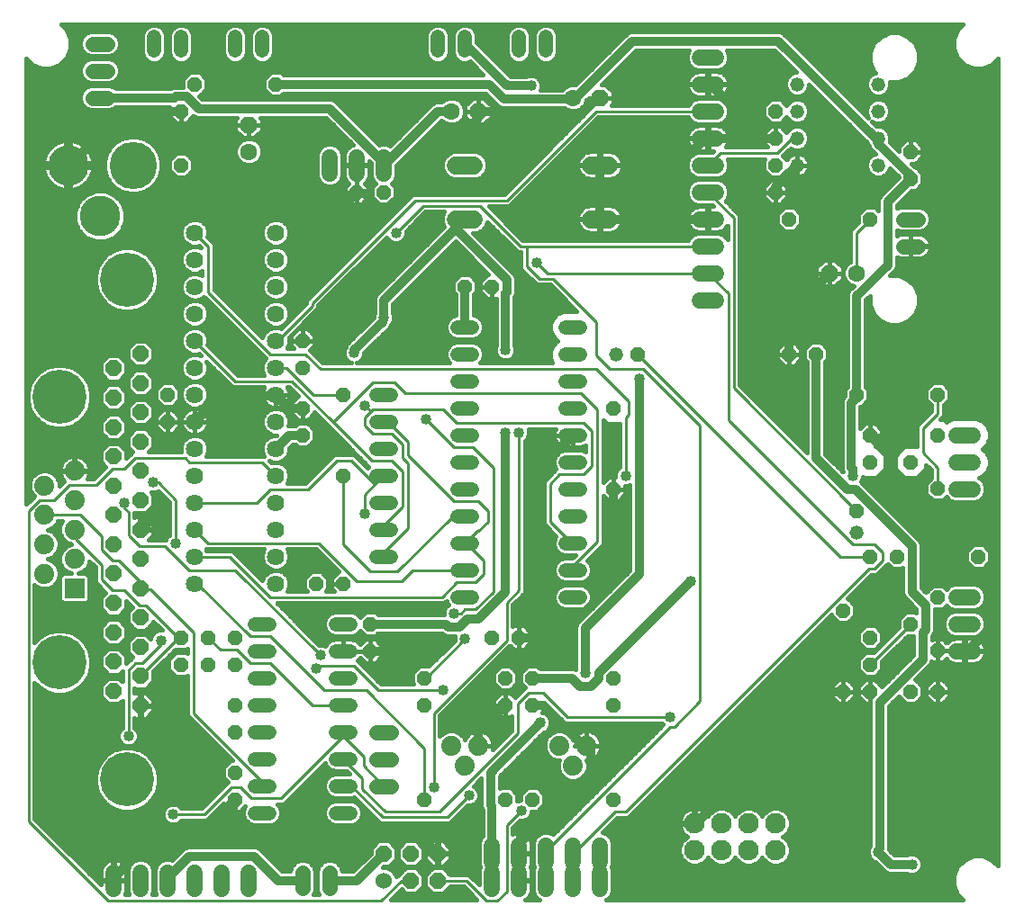
<source format=gbl>
G75*
%MOIN*%
%OFA0B0*%
%FSLAX24Y24*%
%IPPOS*%
%LPD*%
%AMOC8*
5,1,8,0,0,1.08239X$1,22.5*
%
%ADD10OC8,0.0520*%
%ADD11C,0.0520*%
%ADD12C,0.0600*%
%ADD13C,0.0600*%
%ADD14OC8,0.0600*%
%ADD15C,0.0640*%
%ADD16C,0.2000*%
%ADD17C,0.1750*%
%ADD18C,0.1500*%
%ADD19C,0.0660*%
%ADD20OC8,0.0560*%
%ADD21C,0.0560*%
%ADD22OC8,0.0630*%
%ADD23C,0.0630*%
%ADD24C,0.0520*%
%ADD25C,0.0760*%
%ADD26R,0.0740X0.0740*%
%ADD27C,0.0740*%
%ADD28C,0.0320*%
%ADD29C,0.0400*%
%ADD30C,0.0160*%
%ADD31C,0.0100*%
D10*
X012863Y004680D03*
X012863Y005680D03*
X012863Y007180D03*
X012863Y008180D03*
X012863Y009680D03*
X012863Y010680D03*
X015863Y012680D03*
X016863Y012680D03*
X017863Y011180D03*
X017863Y010180D03*
X019863Y009180D03*
X019863Y008180D03*
X022863Y008180D03*
X023863Y008180D03*
X023863Y009180D03*
X022863Y009180D03*
X022363Y010680D03*
X023363Y010680D03*
X026863Y009180D03*
X026863Y008180D03*
X026863Y004680D03*
X023863Y004680D03*
X022863Y004680D03*
X019863Y004680D03*
X026863Y016180D03*
X026863Y019180D03*
X027763Y021180D03*
X033363Y021180D03*
X034363Y021180D03*
X035863Y019680D03*
X036363Y018180D03*
X036363Y017180D03*
X037863Y017180D03*
X038863Y016190D03*
X038863Y018170D03*
X038863Y019680D03*
X035863Y015380D03*
X036363Y013680D03*
X037363Y013680D03*
X038863Y012170D03*
X037863Y011180D03*
X038863Y010190D03*
X038863Y008680D03*
X037863Y008680D03*
X036363Y008680D03*
X035363Y008680D03*
X036363Y009680D03*
X036363Y010680D03*
X035363Y011680D03*
X040363Y013680D03*
X036363Y026180D03*
X037863Y027680D03*
X037863Y028680D03*
X033363Y026180D03*
X032863Y027180D03*
X032863Y028180D03*
X032863Y029180D03*
X032863Y030180D03*
X022363Y023680D03*
X021363Y023680D03*
X018363Y027180D03*
X017363Y027180D03*
X014363Y031180D03*
X011363Y031180D03*
X010863Y030180D03*
X010863Y028180D03*
X015363Y021680D03*
X015363Y020680D03*
X016863Y019680D03*
X015363Y019180D03*
X015363Y018180D03*
X016863Y016680D03*
X010363Y018680D03*
X010363Y019680D03*
D11*
X018103Y019680D02*
X018623Y019680D01*
X018623Y018680D02*
X018103Y018680D01*
X018103Y017680D02*
X018623Y017680D01*
X018623Y016680D02*
X018103Y016680D01*
X018103Y015680D02*
X018623Y015680D01*
X018623Y014680D02*
X018103Y014680D01*
X018103Y013680D02*
X018623Y013680D01*
X021103Y013180D02*
X021623Y013180D01*
X021623Y012180D02*
X021103Y012180D01*
X021103Y014180D02*
X021623Y014180D01*
X021623Y015180D02*
X021103Y015180D01*
X021103Y016180D02*
X021623Y016180D01*
X021623Y017180D02*
X021103Y017180D01*
X021103Y018180D02*
X021623Y018180D01*
X021623Y019180D02*
X021103Y019180D01*
X021103Y020180D02*
X021623Y020180D01*
X021623Y021180D02*
X021103Y021180D01*
X021103Y022180D02*
X021623Y022180D01*
X025103Y022180D02*
X025623Y022180D01*
X025623Y021180D02*
X025103Y021180D01*
X025103Y020180D02*
X025623Y020180D01*
X025623Y019180D02*
X025103Y019180D01*
X025103Y018180D02*
X025623Y018180D01*
X025623Y017180D02*
X025103Y017180D01*
X025103Y016180D02*
X025623Y016180D01*
X025623Y015180D02*
X025103Y015180D01*
X025103Y014180D02*
X025623Y014180D01*
X025623Y013180D02*
X025103Y013180D01*
X025103Y012180D02*
X025623Y012180D01*
X017123Y011180D02*
X016603Y011180D01*
X016603Y010180D02*
X017123Y010180D01*
X017123Y009180D02*
X016603Y009180D01*
X016603Y008180D02*
X017123Y008180D01*
X017123Y007180D02*
X016603Y007180D01*
X016603Y006180D02*
X017123Y006180D01*
X017123Y005180D02*
X016603Y005180D01*
X016603Y004180D02*
X017123Y004180D01*
X014123Y004180D02*
X013603Y004180D01*
X013603Y005180D02*
X014123Y005180D01*
X014123Y006180D02*
X013603Y006180D01*
X013603Y007180D02*
X014123Y007180D01*
X014123Y008180D02*
X013603Y008180D01*
X013603Y009180D02*
X014123Y009180D01*
X014123Y010180D02*
X013603Y010180D01*
X013603Y011180D02*
X014123Y011180D01*
X013863Y032420D02*
X013863Y032940D01*
X012863Y032940D02*
X012863Y032420D01*
X010863Y032420D02*
X010863Y032940D01*
X009863Y032940D02*
X009863Y032420D01*
X020363Y032420D02*
X020363Y032940D01*
X021363Y032940D02*
X021363Y032420D01*
X023363Y032420D02*
X023363Y032940D01*
X024363Y032940D02*
X024363Y032420D01*
D12*
X030063Y032180D02*
X030663Y032180D01*
X030663Y031180D02*
X030063Y031180D01*
X030063Y030180D02*
X030663Y030180D01*
X030663Y029180D02*
X030063Y029180D01*
X030063Y028180D02*
X030663Y028180D01*
X030663Y027180D02*
X030063Y027180D01*
X030063Y026180D02*
X030663Y026180D01*
X030663Y025180D02*
X030063Y025180D01*
X030063Y024180D02*
X030663Y024180D01*
X030663Y023180D02*
X030063Y023180D01*
X039563Y018180D02*
X040163Y018180D01*
X040163Y017180D02*
X039563Y017180D01*
X039563Y016180D02*
X040163Y016180D01*
X040163Y012180D02*
X039563Y012180D01*
X039563Y011180D02*
X040163Y011180D01*
X040163Y010180D02*
X039563Y010180D01*
X026363Y002980D02*
X026363Y002380D01*
X026363Y001980D02*
X026363Y001380D01*
X025363Y001380D02*
X025363Y001980D01*
X025363Y002380D02*
X025363Y002980D01*
X024363Y002980D02*
X024363Y002380D01*
X024363Y001980D02*
X024363Y001380D01*
X023363Y001380D02*
X023363Y001980D01*
X023363Y002380D02*
X023363Y002980D01*
X022363Y002980D02*
X022363Y002380D01*
X022363Y001980D02*
X022363Y001380D01*
X013363Y001380D02*
X013363Y001980D01*
X012363Y001980D02*
X012363Y001380D01*
X011363Y001380D02*
X011363Y001980D01*
X010363Y001980D02*
X010363Y001380D01*
X009363Y001380D02*
X009363Y001980D01*
X008363Y001980D02*
X008363Y001380D01*
X016363Y027880D02*
X016363Y028480D01*
X017363Y028480D02*
X017363Y027880D01*
X018363Y027880D02*
X018363Y028480D01*
D13*
X018363Y001680D03*
D14*
X019363Y001680D03*
X019363Y002680D03*
X018363Y002680D03*
X020363Y002680D03*
X020363Y001680D03*
X009363Y008160D03*
X008363Y008700D03*
X009363Y009250D03*
X008363Y009790D03*
X009363Y010330D03*
X008363Y010880D03*
X009363Y011420D03*
X008363Y011960D03*
X009363Y012510D03*
X008363Y013050D03*
X009363Y013590D03*
X008363Y014140D03*
X009363Y014680D03*
X008363Y015220D03*
X009363Y015770D03*
X008363Y016310D03*
X009363Y016850D03*
X008363Y017400D03*
X009363Y017940D03*
X008363Y018480D03*
X009363Y019030D03*
X008363Y019570D03*
X009363Y020110D03*
X008363Y020660D03*
X009363Y021200D03*
D15*
X011363Y021680D03*
X011363Y022680D03*
X011363Y023680D03*
X011363Y024680D03*
X011363Y025680D03*
X014363Y025680D03*
X014363Y024680D03*
X014363Y023680D03*
X014363Y022680D03*
X014363Y021680D03*
X014363Y020680D03*
X014363Y019680D03*
X014363Y018680D03*
X014363Y017680D03*
X014363Y016680D03*
X014363Y015680D03*
X014363Y014680D03*
X014363Y013680D03*
X014363Y012680D03*
X011363Y012680D03*
X011363Y013680D03*
X011363Y014680D03*
X011363Y015680D03*
X011363Y016680D03*
X011363Y017680D03*
X011363Y018680D03*
X011363Y019680D03*
X011363Y020680D03*
D16*
X008863Y023940D03*
X006363Y019601D03*
X006363Y009759D03*
X008863Y005420D03*
D17*
X009084Y028180D03*
D18*
X007863Y026290D03*
X006682Y028180D03*
D19*
X021033Y028180D02*
X021693Y028180D01*
X021693Y026180D02*
X021033Y026180D01*
X026033Y026180D02*
X026693Y026180D01*
X026693Y028180D02*
X026033Y028180D01*
D20*
X011863Y010680D03*
X010863Y010680D03*
X010863Y009680D03*
X011863Y009680D03*
D21*
X018083Y007180D02*
X018643Y007180D01*
X018643Y006180D02*
X018083Y006180D01*
X018083Y005180D02*
X018643Y005180D01*
X016363Y001960D02*
X016363Y001400D01*
X015363Y001400D02*
X015363Y001960D01*
X037583Y025180D02*
X038143Y025180D01*
X038143Y026180D02*
X037583Y026180D01*
X008143Y030680D02*
X007583Y030680D01*
X007583Y031680D02*
X008143Y031680D01*
X008143Y032680D02*
X007583Y032680D01*
D22*
X013363Y029680D03*
X021863Y030180D03*
X026363Y030680D03*
X034863Y024180D03*
D23*
X035863Y024180D03*
X025363Y030680D03*
X020863Y030180D03*
X013363Y028680D03*
D24*
X026963Y021180D03*
X033663Y028180D03*
X033663Y029180D03*
X033663Y030180D03*
X033663Y031180D03*
X036663Y031180D03*
X036663Y030180D03*
X036663Y029180D03*
X036663Y028180D03*
X035863Y014580D03*
D25*
X032863Y003798D03*
X031863Y003798D03*
X030863Y003798D03*
X029863Y003798D03*
X029863Y002798D03*
X030863Y002798D03*
X031863Y002798D03*
X032863Y002798D03*
D26*
X006922Y012499D03*
D27*
X005804Y013046D03*
X005804Y014137D03*
X005804Y015223D03*
X006922Y014680D03*
X006922Y013589D03*
X006922Y015771D03*
X006922Y016861D03*
X005804Y016314D03*
X020863Y006680D03*
X021363Y005930D03*
X021863Y006680D03*
X024863Y006680D03*
X025363Y005930D03*
X025863Y006680D03*
D28*
X025913Y006530D01*
X026013Y006430D01*
X026013Y005680D01*
X023363Y003030D01*
X023363Y002680D01*
X022363Y002680D02*
X022363Y004430D01*
X022313Y004480D01*
X022313Y005680D01*
X024163Y007530D01*
X024263Y008180D02*
X023863Y008180D01*
X024263Y008180D02*
X025763Y006680D01*
X025863Y006680D01*
X026013Y008880D02*
X025613Y008880D01*
X025313Y009180D01*
X023863Y009180D01*
X022863Y008180D02*
X021863Y007180D01*
X021863Y006680D01*
X025813Y009380D02*
X025813Y011030D01*
X027813Y013030D01*
X027813Y020280D01*
X025363Y018180D02*
X024163Y016980D01*
X024163Y010680D01*
X024863Y010680D01*
X026863Y012680D01*
X026863Y016180D01*
X022863Y018280D02*
X022863Y012380D01*
X021863Y011380D01*
X021463Y011380D01*
X021163Y011080D01*
X020763Y011080D01*
X020663Y011180D01*
X017863Y011180D01*
X017863Y010180D02*
X020413Y010180D01*
X023363Y010680D02*
X024163Y010680D01*
X026313Y009380D02*
X029713Y012780D01*
X026313Y009380D02*
X026313Y009180D01*
X026013Y008880D01*
X029863Y003830D02*
X029863Y003798D01*
X029863Y003830D02*
X029963Y003830D01*
X034813Y008680D01*
X035363Y008680D01*
X036713Y008280D02*
X038313Y009880D01*
X038313Y010880D01*
X038413Y010980D01*
X038413Y011880D01*
X037913Y012380D01*
X037913Y014080D01*
X035813Y016180D01*
X035513Y016180D01*
X034363Y017330D01*
X034363Y021180D01*
X033363Y021180D02*
X033363Y022680D01*
X034863Y024180D01*
X035863Y023330D02*
X037013Y024480D01*
X037013Y026830D01*
X037863Y027680D01*
X037813Y027830D01*
X036663Y028980D01*
X036663Y029180D01*
X036513Y029230D01*
X032963Y032780D01*
X027563Y032780D01*
X025513Y030730D01*
X025363Y030680D01*
X025313Y030630D01*
X022813Y030630D01*
X022263Y031180D01*
X014363Y031180D01*
X016363Y030280D02*
X018363Y028280D01*
X018363Y028180D01*
X020363Y030180D01*
X020863Y030180D01*
X021813Y030030D02*
X021863Y030180D01*
X025013Y030180D01*
X025113Y030080D01*
X025663Y030080D01*
X026263Y030680D01*
X026363Y030680D01*
X023813Y031130D02*
X022913Y031130D01*
X021363Y032680D01*
X021813Y030030D02*
X021813Y029880D01*
X018563Y026630D01*
X018163Y026630D01*
X017663Y027130D01*
X017513Y027130D01*
X017363Y027180D01*
X015363Y025180D01*
X015363Y023130D01*
X017263Y021330D02*
X018313Y022380D01*
X018363Y022530D01*
X018363Y023180D01*
X021013Y025830D01*
X022913Y023930D01*
X022913Y023480D01*
X022863Y023430D01*
X022863Y021330D01*
X021363Y022180D02*
X021363Y023680D01*
X021013Y025830D02*
X021363Y026180D01*
X026363Y026180D02*
X026363Y028180D01*
X026363Y026180D02*
X029463Y026180D01*
X029463Y028380D01*
X030213Y029130D01*
X030363Y029180D01*
X031263Y029180D01*
X031263Y030380D01*
X030463Y031180D01*
X030363Y031180D01*
X031263Y029180D02*
X032863Y029180D01*
X033663Y028180D02*
X032863Y027380D01*
X032863Y027180D01*
X030363Y026180D02*
X029463Y026180D01*
X035863Y023330D02*
X035863Y019680D01*
X035813Y019530D01*
X035663Y019380D01*
X035663Y016980D01*
X035713Y016930D01*
X035713Y016680D01*
X037063Y016230D02*
X037063Y017480D01*
X036363Y018180D01*
X037063Y016230D02*
X040763Y012530D01*
X040763Y010980D01*
X039963Y010180D01*
X039863Y010180D01*
X036713Y008280D02*
X036713Y002880D01*
X036663Y002730D01*
X037113Y002280D01*
X037913Y002280D01*
X020363Y002680D02*
X019763Y003280D01*
X013763Y003280D01*
X012613Y004430D01*
X011813Y003630D01*
X010213Y003630D01*
X008363Y001780D01*
X008363Y001680D01*
X010363Y001680D02*
X010363Y001780D01*
X011163Y002580D01*
X013563Y002580D01*
X014463Y001680D01*
X015363Y001680D01*
X016363Y001680D02*
X017363Y001680D01*
X018363Y002680D01*
X012863Y004680D02*
X012613Y004430D01*
X009363Y014680D02*
X010313Y015630D01*
X011363Y018680D02*
X012313Y019630D01*
X014213Y019630D01*
X014363Y019680D01*
X014863Y019180D01*
X015363Y019180D01*
X015363Y018180D02*
X014863Y018180D01*
X014363Y017680D01*
X017263Y021230D02*
X017263Y021330D01*
X008713Y030180D02*
X006713Y028180D01*
X006682Y028180D01*
X008713Y030180D02*
X010863Y030180D01*
X010613Y030680D02*
X010663Y030730D01*
X011063Y030730D01*
X011513Y030280D01*
X016363Y030280D01*
X010613Y030680D02*
X007863Y030680D01*
D29*
X015363Y023130D03*
X017263Y021230D03*
X018363Y022530D03*
X018813Y025680D03*
X024013Y024580D03*
X022863Y021330D03*
X019913Y018780D03*
X017663Y019280D03*
X017663Y015280D03*
X020963Y011580D03*
X021363Y010630D03*
X020413Y010180D03*
X020563Y008730D03*
X024163Y007530D03*
X025813Y009380D03*
X028963Y007730D03*
X023463Y004280D03*
X021513Y004830D03*
X020213Y005130D03*
X015863Y009530D03*
X016013Y010030D03*
X010663Y014180D03*
X010313Y015630D03*
X009813Y016430D03*
X008763Y015680D03*
X010113Y010580D03*
X008913Y007030D03*
X010563Y004130D03*
X027313Y016680D03*
X023363Y018280D03*
X022863Y018280D03*
X027813Y020280D03*
X035713Y016680D03*
X029713Y012780D03*
X036663Y002730D03*
X037913Y002280D03*
X023813Y031130D03*
D30*
X024166Y031271D02*
X025573Y031271D01*
X025473Y031170D02*
X025462Y031175D01*
X025265Y031175D01*
X025083Y031100D01*
X024953Y030970D01*
X024158Y030970D01*
X024193Y031054D01*
X024193Y031206D01*
X024135Y031345D01*
X024028Y031452D01*
X023889Y031510D01*
X023738Y031510D01*
X023641Y031470D01*
X023054Y031470D01*
X021803Y032721D01*
X021803Y033028D01*
X021736Y033189D01*
X021612Y033313D01*
X021451Y033380D01*
X021276Y033380D01*
X021114Y033313D01*
X020990Y033189D01*
X020923Y033028D01*
X020923Y032332D01*
X020990Y032171D01*
X021114Y032047D01*
X021276Y031980D01*
X021451Y031980D01*
X021544Y032019D01*
X022042Y031520D01*
X014645Y031520D01*
X014545Y031620D01*
X014181Y031620D01*
X013923Y031362D01*
X013923Y030998D01*
X014181Y030740D01*
X014545Y030740D01*
X014645Y030840D01*
X022122Y030840D01*
X022525Y030437D01*
X022621Y030342D01*
X022746Y030290D01*
X025053Y030290D01*
X025083Y030260D01*
X025265Y030185D01*
X025462Y030185D01*
X025644Y030260D01*
X025783Y030400D01*
X025858Y030582D01*
X025858Y030594D01*
X025868Y030604D01*
X025868Y030475D01*
X026026Y030318D01*
X022818Y027110D01*
X019418Y027110D01*
X015618Y023310D01*
X015483Y023175D01*
X015483Y023075D01*
X014551Y022143D01*
X014463Y022180D01*
X014646Y022256D01*
X014787Y022397D01*
X014863Y022581D01*
X014863Y022779D01*
X014787Y022963D01*
X014646Y023104D01*
X014463Y023180D01*
X014264Y023180D01*
X014080Y023104D01*
X013939Y022963D01*
X013863Y022779D01*
X013863Y022581D01*
X013939Y022397D01*
X014080Y022256D01*
X014264Y022180D01*
X014463Y022180D01*
X014264Y022180D01*
X014080Y022104D01*
X013939Y021963D01*
X013871Y021798D01*
X012093Y023575D01*
X012093Y025275D01*
X011841Y025527D01*
X011863Y025581D01*
X011863Y025779D01*
X011787Y025963D01*
X011646Y026104D01*
X011463Y026180D01*
X011264Y026180D01*
X011080Y026104D01*
X010939Y025963D01*
X010863Y025779D01*
X010863Y025581D01*
X010939Y025397D01*
X011080Y025256D01*
X011264Y025180D01*
X011080Y025104D01*
X010939Y024963D01*
X010863Y024779D01*
X010863Y024581D01*
X010939Y024397D01*
X011080Y024256D01*
X011264Y024180D01*
X011080Y024104D01*
X010939Y023963D01*
X010863Y023779D01*
X010863Y023581D01*
X010939Y023397D01*
X011080Y023256D01*
X011264Y023180D01*
X011080Y023104D01*
X010939Y022963D01*
X010863Y022779D01*
X010863Y022581D01*
X010939Y022397D01*
X011080Y022256D01*
X011264Y022180D01*
X011463Y022180D01*
X011646Y022256D01*
X011787Y022397D01*
X011863Y022581D01*
X011863Y022779D01*
X011787Y022963D01*
X011646Y023104D01*
X011463Y023180D01*
X011264Y023180D01*
X011463Y023180D01*
X011646Y023256D01*
X011704Y023314D01*
X011768Y023250D01*
X013997Y021021D01*
X013939Y020963D01*
X013863Y020779D01*
X013863Y020581D01*
X013934Y020410D01*
X012958Y020410D01*
X011841Y021527D01*
X011863Y021581D01*
X011863Y021779D01*
X011787Y021963D01*
X011646Y022104D01*
X011463Y022180D01*
X011264Y022180D01*
X011080Y022104D01*
X010939Y021963D01*
X010863Y021779D01*
X010863Y021581D01*
X010939Y021397D01*
X011080Y021256D01*
X011264Y021180D01*
X011080Y021104D01*
X010939Y020963D01*
X010863Y020779D01*
X010863Y020581D01*
X010939Y020397D01*
X011080Y020256D01*
X011264Y020180D01*
X011080Y020104D01*
X010939Y019963D01*
X010863Y019779D01*
X010863Y019581D01*
X010939Y019397D01*
X011080Y019256D01*
X011264Y019180D01*
X011463Y019180D01*
X011646Y019256D01*
X011787Y019397D01*
X011863Y019581D01*
X011863Y019779D01*
X011787Y019963D01*
X011646Y020104D01*
X011463Y020180D01*
X011264Y020180D01*
X011463Y020180D01*
X011646Y020256D01*
X011787Y020397D01*
X011863Y020581D01*
X011863Y020779D01*
X011810Y020908D01*
X012768Y019950D01*
X013941Y019950D01*
X013936Y019942D01*
X013900Y019872D01*
X013876Y019797D01*
X013863Y019719D01*
X013863Y019680D01*
X013863Y019641D01*
X013876Y019563D01*
X013900Y019488D01*
X013936Y019418D01*
X013982Y019354D01*
X014038Y019299D01*
X014101Y019252D01*
X014171Y019217D01*
X014246Y019192D01*
X014324Y019180D01*
X014363Y019180D01*
X014363Y019680D01*
X013863Y019680D01*
X014363Y019680D01*
X014363Y019680D01*
X014363Y019680D01*
X014363Y019180D01*
X014403Y019180D01*
X014480Y019192D01*
X014555Y019217D01*
X014625Y019252D01*
X014689Y019299D01*
X014745Y019354D01*
X014791Y019418D01*
X014827Y019488D01*
X014851Y019563D01*
X014863Y019641D01*
X014863Y019680D01*
X014363Y019680D01*
X014863Y019680D01*
X014863Y019719D01*
X014851Y019797D01*
X014827Y019872D01*
X014791Y019942D01*
X014785Y019950D01*
X014868Y019950D01*
X015198Y019620D01*
X015181Y019620D01*
X014923Y019362D01*
X014923Y019180D01*
X014923Y018998D01*
X015181Y018740D01*
X015363Y018740D01*
X015363Y019180D01*
X014923Y019180D01*
X015363Y019180D01*
X015363Y019180D01*
X015363Y019180D01*
X015363Y018740D01*
X015545Y018740D01*
X015803Y018998D01*
X015803Y019015D01*
X016258Y018560D01*
X016258Y018560D01*
X016393Y018425D01*
X017809Y017008D01*
X017760Y016959D01*
X017258Y017460D01*
X016518Y017460D01*
X016383Y017325D01*
X015468Y016410D01*
X014793Y016410D01*
X014863Y016581D01*
X014863Y016779D01*
X014787Y016963D01*
X014646Y017104D01*
X014463Y017180D01*
X014646Y017256D01*
X014787Y017397D01*
X014863Y017581D01*
X014863Y017699D01*
X015004Y017840D01*
X015081Y017840D01*
X015181Y017740D01*
X015545Y017740D01*
X015803Y017998D01*
X015803Y018362D01*
X015545Y018620D01*
X015181Y018620D01*
X015081Y018520D01*
X014838Y018520D01*
X014863Y018581D01*
X014863Y018779D01*
X014787Y018963D01*
X014646Y019104D01*
X014463Y019180D01*
X014264Y019180D01*
X014080Y019104D01*
X013939Y018963D01*
X013863Y018779D01*
X013863Y018581D01*
X013939Y018397D01*
X014080Y018256D01*
X014264Y018180D01*
X014080Y018104D01*
X013939Y017963D01*
X013863Y017779D01*
X013863Y017581D01*
X013934Y017410D01*
X011793Y017410D01*
X011863Y017581D01*
X011863Y017779D01*
X011787Y017963D01*
X011646Y018104D01*
X011463Y018180D01*
X011264Y018180D01*
X011080Y018104D01*
X010939Y017963D01*
X010863Y017779D01*
X010863Y017581D01*
X010872Y017560D01*
X009662Y017560D01*
X009843Y017741D01*
X009843Y018139D01*
X009562Y018420D01*
X009164Y018420D01*
X008883Y018139D01*
X008883Y017741D01*
X009066Y017558D01*
X008933Y017425D01*
X008843Y017335D01*
X008843Y017599D01*
X008562Y017880D01*
X008164Y017880D01*
X007883Y017599D01*
X007883Y017201D01*
X008071Y017013D01*
X007618Y016560D01*
X007383Y016560D01*
X007393Y016573D01*
X007432Y016650D01*
X007459Y016732D01*
X007472Y016818D01*
X007472Y016841D01*
X006942Y016841D01*
X006942Y016881D01*
X006902Y016881D01*
X006902Y016841D01*
X006372Y016841D01*
X006372Y016818D01*
X006386Y016732D01*
X006413Y016650D01*
X006452Y016573D01*
X006503Y016503D01*
X006532Y016474D01*
X006483Y016425D01*
X006354Y016296D01*
X006354Y016423D01*
X006270Y016625D01*
X006116Y016780D01*
X005914Y016864D01*
X005695Y016864D01*
X005493Y016780D01*
X005338Y016625D01*
X005254Y016423D01*
X005254Y016204D01*
X005338Y016002D01*
X005424Y015916D01*
X005383Y015875D01*
X005143Y015635D01*
X005143Y032120D01*
X005351Y031913D01*
X005683Y031775D01*
X006043Y031775D01*
X006376Y031913D01*
X006630Y032167D01*
X006768Y032500D01*
X006768Y032860D01*
X006630Y033193D01*
X006423Y033400D01*
X039803Y033400D01*
X039596Y033193D01*
X039458Y032860D01*
X039458Y032500D01*
X039596Y032167D01*
X039851Y031913D01*
X040183Y031775D01*
X040543Y031775D01*
X040876Y031913D01*
X041083Y032120D01*
X041083Y002240D01*
X040876Y002447D01*
X040543Y002585D01*
X040183Y002585D01*
X039851Y002447D01*
X039596Y002193D01*
X039458Y001860D01*
X039458Y001500D01*
X039596Y001167D01*
X039803Y000960D01*
X026604Y000960D01*
X026635Y000973D01*
X026770Y001108D01*
X026843Y001285D01*
X026843Y002075D01*
X026800Y002180D01*
X026843Y002285D01*
X026843Y003075D01*
X026770Y003252D01*
X026635Y003387D01*
X026466Y003457D01*
X027008Y004000D01*
X027408Y004000D01*
X034923Y011515D01*
X034923Y011498D01*
X035181Y011240D01*
X035545Y011240D01*
X035803Y011498D01*
X035803Y011862D01*
X035545Y012120D01*
X035528Y012120D01*
X036408Y013000D01*
X036608Y013000D01*
X036908Y013300D01*
X037015Y013406D01*
X037181Y013240D01*
X037545Y013240D01*
X037573Y013268D01*
X037573Y012312D01*
X037625Y012187D01*
X037721Y012092D01*
X038073Y011739D01*
X038073Y011592D01*
X038045Y011620D01*
X037681Y011620D01*
X037423Y011362D01*
X037423Y011065D01*
X036478Y010120D01*
X036181Y010120D01*
X035923Y009862D01*
X035923Y009498D01*
X036181Y009240D01*
X036545Y009240D01*
X036803Y009498D01*
X036803Y009795D01*
X037748Y010740D01*
X037973Y010740D01*
X037973Y010021D01*
X036803Y008851D01*
X036803Y008862D01*
X036545Y009120D01*
X036363Y009120D01*
X036181Y009120D01*
X035923Y008862D01*
X035923Y008680D01*
X035923Y008498D01*
X036181Y008240D01*
X036363Y008240D01*
X036363Y008680D01*
X035923Y008680D01*
X036363Y008680D01*
X036363Y008680D01*
X036363Y008680D01*
X036363Y009120D01*
X036363Y008680D01*
X036363Y008680D01*
X036363Y008240D01*
X036373Y008240D01*
X036373Y002977D01*
X036341Y002945D01*
X036283Y002806D01*
X036283Y002654D01*
X036341Y002515D01*
X036448Y002408D01*
X036545Y002368D01*
X036921Y001992D01*
X037046Y001940D01*
X037741Y001940D01*
X037838Y001900D01*
X037989Y001900D01*
X038128Y001958D01*
X038235Y002065D01*
X038293Y002204D01*
X038293Y002356D01*
X038235Y002495D01*
X038128Y002602D01*
X037989Y002660D01*
X037838Y002660D01*
X037741Y002620D01*
X037254Y002620D01*
X037053Y002821D01*
X037053Y002825D01*
X037057Y002837D01*
X037053Y002892D01*
X037053Y008139D01*
X037423Y008509D01*
X037423Y008498D01*
X037681Y008240D01*
X038045Y008240D01*
X038303Y008498D01*
X038303Y008862D01*
X038045Y009120D01*
X038034Y009120D01*
X038506Y009592D01*
X038601Y009687D01*
X038643Y009788D01*
X038681Y009750D01*
X038863Y009750D01*
X038863Y010190D01*
X038863Y010190D01*
X038863Y010630D01*
X038681Y010630D01*
X038653Y010602D01*
X038653Y010739D01*
X038701Y010787D01*
X038753Y010912D01*
X038753Y011730D01*
X039045Y011730D01*
X039190Y011874D01*
X039291Y011773D01*
X039468Y011700D01*
X040259Y011700D01*
X040435Y011773D01*
X040570Y011908D01*
X040643Y012085D01*
X040643Y012275D01*
X040570Y012452D01*
X040435Y012587D01*
X040259Y012660D01*
X039468Y012660D01*
X039291Y012587D01*
X039180Y012476D01*
X039045Y012610D01*
X038681Y012610D01*
X038423Y012352D01*
X038423Y012351D01*
X038253Y012521D01*
X038253Y014148D01*
X038201Y014273D01*
X036101Y016373D01*
X036022Y016452D01*
X036035Y016465D01*
X036093Y016604D01*
X036093Y016630D01*
X036123Y016600D01*
X036603Y016600D01*
X036943Y016940D01*
X036943Y017420D01*
X036603Y017760D01*
X036565Y017760D01*
X036803Y017998D01*
X036803Y018180D01*
X036803Y018362D01*
X036545Y018620D01*
X036363Y018620D01*
X036181Y018620D01*
X036003Y018442D01*
X036003Y019239D01*
X036004Y019240D01*
X036045Y019240D01*
X036303Y019498D01*
X036303Y019862D01*
X036203Y019962D01*
X036203Y023189D01*
X036358Y023344D01*
X036358Y023000D01*
X036496Y022667D01*
X036751Y022413D01*
X037083Y022275D01*
X037443Y022275D01*
X037776Y022413D01*
X038030Y022667D01*
X038168Y023000D01*
X038168Y023360D01*
X038030Y023693D01*
X037776Y023947D01*
X037443Y024085D01*
X037099Y024085D01*
X037206Y024192D01*
X037301Y024287D01*
X037353Y024412D01*
X037353Y024781D01*
X037407Y024754D01*
X037476Y024731D01*
X037547Y024720D01*
X037853Y024720D01*
X037853Y025170D01*
X037873Y025170D01*
X037873Y024720D01*
X038179Y024720D01*
X038251Y024731D01*
X038320Y024754D01*
X038384Y024787D01*
X038443Y024829D01*
X038494Y024880D01*
X038537Y024939D01*
X038570Y025003D01*
X038592Y025072D01*
X038603Y025144D01*
X038603Y025170D01*
X037873Y025170D01*
X037873Y025190D01*
X037853Y025190D01*
X037853Y025640D01*
X037547Y025640D01*
X037476Y025629D01*
X037407Y025606D01*
X037353Y025579D01*
X037353Y025777D01*
X037492Y025720D01*
X038235Y025720D01*
X038404Y025790D01*
X038533Y025919D01*
X038603Y026088D01*
X038603Y026271D01*
X038533Y026441D01*
X038404Y026570D01*
X038235Y026640D01*
X037492Y026640D01*
X037353Y026583D01*
X037353Y026689D01*
X037904Y027240D01*
X038045Y027240D01*
X038303Y027498D01*
X038303Y027862D01*
X038045Y028120D01*
X038004Y028120D01*
X037884Y028240D01*
X038045Y028240D01*
X038303Y028498D01*
X038303Y028680D01*
X038303Y028862D01*
X038045Y029120D01*
X037863Y029120D01*
X037681Y029120D01*
X037423Y028862D01*
X037423Y028701D01*
X037082Y029042D01*
X037103Y029092D01*
X037103Y029268D01*
X037036Y029429D01*
X036912Y029553D01*
X036751Y029620D01*
X036604Y029620D01*
X036419Y029805D01*
X036576Y029740D01*
X036751Y029740D01*
X036912Y029807D01*
X037036Y029931D01*
X037103Y030092D01*
X037103Y030268D01*
X037036Y030429D01*
X036912Y030553D01*
X036751Y030620D01*
X036576Y030620D01*
X036414Y030553D01*
X036290Y030429D01*
X036223Y030268D01*
X036223Y030092D01*
X036288Y029936D01*
X033156Y033068D01*
X033031Y033120D01*
X027496Y033120D01*
X027371Y033068D01*
X027275Y032973D01*
X025473Y031170D01*
X025113Y031112D02*
X024193Y031112D01*
X024052Y031429D02*
X025731Y031429D01*
X025890Y031588D02*
X022937Y031588D01*
X022778Y031746D02*
X026048Y031746D01*
X026207Y031905D02*
X022620Y031905D01*
X022461Y032063D02*
X023098Y032063D01*
X023114Y032047D02*
X023276Y031980D01*
X023451Y031980D01*
X023612Y032047D01*
X023736Y032171D01*
X023803Y032332D01*
X023803Y033028D01*
X023736Y033189D01*
X023612Y033313D01*
X023451Y033380D01*
X023276Y033380D01*
X023114Y033313D01*
X022990Y033189D01*
X022923Y033028D01*
X022923Y032332D01*
X022990Y032171D01*
X023114Y032047D01*
X022969Y032222D02*
X022303Y032222D01*
X022144Y032380D02*
X022923Y032380D01*
X022923Y032539D02*
X021986Y032539D01*
X021827Y032697D02*
X022923Y032697D01*
X022923Y032856D02*
X021803Y032856D01*
X021803Y033014D02*
X022923Y033014D01*
X022983Y033173D02*
X021743Y033173D01*
X021569Y033331D02*
X023158Y033331D01*
X023569Y033331D02*
X024158Y033331D01*
X024114Y033313D02*
X023990Y033189D01*
X023923Y033028D01*
X023923Y032332D01*
X023990Y032171D01*
X024114Y032047D01*
X024276Y031980D01*
X024451Y031980D01*
X024612Y032047D01*
X024736Y032171D01*
X024803Y032332D01*
X024803Y033028D01*
X024736Y033189D01*
X024612Y033313D01*
X024451Y033380D01*
X024276Y033380D01*
X024114Y033313D01*
X023983Y033173D02*
X023743Y033173D01*
X023803Y033014D02*
X023923Y033014D01*
X023923Y032856D02*
X023803Y032856D01*
X023803Y032697D02*
X023923Y032697D01*
X023923Y032539D02*
X023803Y032539D01*
X023803Y032380D02*
X023923Y032380D01*
X023969Y032222D02*
X023757Y032222D01*
X023629Y032063D02*
X024098Y032063D01*
X024629Y032063D02*
X026365Y032063D01*
X026524Y032222D02*
X024757Y032222D01*
X024803Y032380D02*
X026682Y032380D01*
X026841Y032539D02*
X024803Y032539D01*
X024803Y032697D02*
X026999Y032697D01*
X027158Y032856D02*
X024803Y032856D01*
X024803Y033014D02*
X027316Y033014D01*
X027704Y032440D02*
X029651Y032440D01*
X029583Y032275D01*
X029583Y032085D01*
X029656Y031908D01*
X029791Y031773D01*
X029968Y031700D01*
X030759Y031700D01*
X030935Y031773D01*
X031070Y031908D01*
X031143Y032085D01*
X031143Y032275D01*
X031075Y032440D01*
X032822Y032440D01*
X033642Y031620D01*
X033576Y031620D01*
X033414Y031553D01*
X033290Y031429D01*
X031075Y031429D01*
X031074Y031432D02*
X031029Y031493D01*
X030976Y031546D01*
X030915Y031591D01*
X030847Y031625D01*
X030776Y031648D01*
X030701Y031660D01*
X030383Y031660D01*
X030383Y031200D01*
X030343Y031200D01*
X030343Y031160D01*
X029583Y031160D01*
X029583Y031142D01*
X029595Y031068D01*
X029618Y030996D01*
X029653Y030928D01*
X029697Y030867D01*
X029751Y030814D01*
X029812Y030769D01*
X029879Y030735D01*
X029951Y030712D01*
X030025Y030700D01*
X030343Y030700D01*
X030343Y031160D01*
X030383Y031160D01*
X030383Y030700D01*
X030701Y030700D01*
X030776Y030712D01*
X030847Y030735D01*
X030915Y030769D01*
X030976Y030814D01*
X031029Y030867D01*
X031074Y030928D01*
X031108Y030996D01*
X031131Y031068D01*
X031143Y031142D01*
X031143Y031160D01*
X030383Y031160D01*
X030383Y031200D01*
X031143Y031200D01*
X031143Y031218D01*
X031131Y031292D01*
X031108Y031364D01*
X031074Y031432D01*
X031135Y031271D02*
X033224Y031271D01*
X033223Y031268D02*
X033223Y031092D01*
X033290Y030931D01*
X033414Y030807D01*
X033576Y030740D01*
X033751Y030740D01*
X033912Y030807D01*
X034036Y030931D01*
X034103Y031092D01*
X034103Y031159D01*
X036234Y029029D01*
X036239Y029017D01*
X036263Y028997D01*
X036290Y028931D01*
X036334Y028887D01*
X036375Y028787D01*
X036552Y028610D01*
X036414Y028553D01*
X036290Y028429D01*
X036223Y028268D01*
X036223Y028092D01*
X036290Y027931D01*
X036414Y027807D01*
X036576Y027740D01*
X036751Y027740D01*
X036912Y027807D01*
X037036Y027931D01*
X037093Y028069D01*
X037423Y027739D01*
X037423Y027721D01*
X036725Y027023D01*
X036673Y026898D01*
X036673Y026492D01*
X036545Y026620D01*
X036181Y026620D01*
X035923Y026362D01*
X035923Y026065D01*
X035633Y025775D01*
X035633Y024621D01*
X035583Y024600D01*
X035444Y024460D01*
X035368Y024278D01*
X035368Y024082D01*
X035444Y023900D01*
X035583Y023760D01*
X035745Y023693D01*
X035575Y023523D01*
X035523Y023398D01*
X035523Y019962D01*
X035423Y019862D01*
X035423Y019621D01*
X035375Y019573D01*
X035323Y019448D01*
X035323Y016912D01*
X035361Y016822D01*
X035358Y016816D01*
X034703Y017471D01*
X034703Y020898D01*
X034803Y020998D01*
X034803Y021362D01*
X034545Y021620D01*
X034181Y021620D01*
X033923Y021362D01*
X033923Y020998D01*
X034023Y020898D01*
X034023Y017545D01*
X031543Y020025D01*
X031543Y026325D01*
X031015Y026853D01*
X031070Y026908D01*
X031143Y027085D01*
X031143Y027275D01*
X031070Y027452D01*
X030935Y027587D01*
X030759Y027660D01*
X029968Y027660D01*
X029791Y027587D01*
X029656Y027452D01*
X029583Y027275D01*
X029583Y027085D01*
X029656Y026908D01*
X029791Y026773D01*
X029968Y026700D01*
X030518Y026700D01*
X030558Y026660D01*
X030383Y026660D01*
X030383Y026200D01*
X030343Y026200D01*
X030343Y026160D01*
X029583Y026160D01*
X029583Y026142D01*
X029595Y026068D01*
X029618Y025996D01*
X029653Y025928D01*
X029697Y025867D01*
X029751Y025814D01*
X029812Y025769D01*
X029879Y025735D01*
X029951Y025712D01*
X030025Y025700D01*
X030343Y025700D01*
X030343Y026160D01*
X030383Y026160D01*
X030383Y025700D01*
X030701Y025700D01*
X030776Y025712D01*
X030847Y025735D01*
X030915Y025769D01*
X030976Y025814D01*
X031029Y025867D01*
X031074Y025928D01*
X031083Y025947D01*
X031083Y025420D01*
X031070Y025452D01*
X030935Y025587D01*
X030759Y025660D01*
X029968Y025660D01*
X029791Y025587D01*
X029656Y025452D01*
X029639Y025410D01*
X023508Y025410D01*
X022268Y026650D01*
X023008Y026650D01*
X023143Y026785D01*
X026308Y029950D01*
X029639Y029950D01*
X029656Y029908D01*
X029791Y029773D01*
X029968Y029700D01*
X030759Y029700D01*
X030935Y029773D01*
X031070Y029908D01*
X031143Y030085D01*
X031143Y030275D01*
X031070Y030452D01*
X030935Y030587D01*
X030759Y030660D01*
X029968Y030660D01*
X029791Y030587D01*
X029656Y030452D01*
X029639Y030410D01*
X026793Y030410D01*
X026858Y030475D01*
X026858Y030680D01*
X026858Y030885D01*
X026568Y031175D01*
X026439Y031175D01*
X027704Y032440D01*
X027644Y032380D02*
X029627Y032380D01*
X029583Y032222D02*
X027486Y032222D01*
X027327Y032063D02*
X029592Y032063D01*
X029660Y031905D02*
X027169Y031905D01*
X027010Y031746D02*
X029857Y031746D01*
X029879Y031625D02*
X029812Y031591D01*
X029751Y031546D01*
X029697Y031493D01*
X029653Y031432D01*
X029618Y031364D01*
X029595Y031292D01*
X029583Y031218D01*
X029583Y031200D01*
X030343Y031200D01*
X030343Y031660D01*
X030025Y031660D01*
X029951Y031648D01*
X029879Y031625D01*
X029808Y031588D02*
X026852Y031588D01*
X026693Y031429D02*
X029651Y031429D01*
X029592Y031271D02*
X026535Y031271D01*
X026631Y031112D02*
X029588Y031112D01*
X029640Y030954D02*
X026790Y030954D01*
X026858Y030795D02*
X029776Y030795D01*
X029911Y030637D02*
X026858Y030637D01*
X026858Y030680D02*
X026363Y030680D01*
X025944Y030680D01*
X025944Y030680D01*
X026363Y030680D01*
X026363Y030680D01*
X026858Y030680D01*
X026858Y030478D02*
X029682Y030478D01*
X029720Y029844D02*
X026203Y029844D01*
X026044Y029686D02*
X035577Y029686D01*
X035418Y029844D02*
X033950Y029844D01*
X033912Y029807D02*
X034036Y029931D01*
X034103Y030092D01*
X034103Y030268D01*
X034036Y030429D01*
X033912Y030553D01*
X033751Y030620D01*
X033576Y030620D01*
X033414Y030553D01*
X033290Y030429D01*
X033274Y030391D01*
X033045Y030620D01*
X032681Y030620D01*
X032423Y030362D01*
X032423Y029998D01*
X032681Y029740D01*
X033045Y029740D01*
X033274Y029969D01*
X033290Y029931D01*
X033414Y029807D01*
X033576Y029740D01*
X033751Y029740D01*
X033912Y029807D01*
X033751Y029620D02*
X033576Y029620D01*
X033414Y029553D01*
X033290Y029429D01*
X033274Y029391D01*
X033045Y029620D01*
X032863Y029620D01*
X032681Y029620D01*
X032423Y029362D01*
X032423Y029180D01*
X032423Y028998D01*
X032561Y028860D01*
X031022Y028860D01*
X031029Y028867D01*
X031074Y028928D01*
X031108Y028996D01*
X031131Y029068D01*
X031143Y029142D01*
X031143Y029160D01*
X030383Y029160D01*
X030383Y028700D01*
X030558Y028700D01*
X030518Y028660D01*
X029968Y028660D01*
X029791Y028587D01*
X029656Y028452D01*
X029583Y028275D01*
X029583Y028085D01*
X029656Y027908D01*
X029791Y027773D01*
X029968Y027700D01*
X030759Y027700D01*
X030935Y027773D01*
X031070Y027908D01*
X031143Y028085D01*
X031143Y028275D01*
X031092Y028400D01*
X032461Y028400D01*
X032423Y028362D01*
X032423Y027998D01*
X032681Y027740D01*
X033045Y027740D01*
X033276Y027971D01*
X033287Y027949D01*
X033328Y027893D01*
X033377Y027844D01*
X033433Y027804D01*
X033494Y027772D01*
X033560Y027751D01*
X033629Y027740D01*
X033663Y027740D01*
X033663Y028180D01*
X033663Y028180D01*
X033663Y028620D01*
X033629Y028620D01*
X033560Y028609D01*
X033494Y028588D01*
X033433Y028556D01*
X033377Y028516D01*
X033328Y028467D01*
X033287Y028411D01*
X033276Y028389D01*
X033137Y028528D01*
X033143Y028535D01*
X033415Y028807D01*
X033576Y028740D01*
X033751Y028740D01*
X033912Y028807D01*
X034036Y028931D01*
X034103Y029092D01*
X034103Y029268D01*
X034036Y029429D01*
X033912Y029553D01*
X033751Y029620D01*
X033938Y029527D02*
X035735Y029527D01*
X035894Y029369D02*
X034061Y029369D01*
X034103Y029210D02*
X036052Y029210D01*
X036211Y029052D02*
X034086Y029052D01*
X033999Y028893D02*
X036328Y028893D01*
X036428Y028735D02*
X033343Y028735D01*
X033471Y028576D02*
X033185Y028576D01*
X033248Y028418D02*
X033292Y028418D01*
X033663Y028418D02*
X033663Y028418D01*
X033663Y028576D02*
X033663Y028576D01*
X033663Y028620D02*
X033698Y028620D01*
X033766Y028609D01*
X033832Y028588D01*
X033894Y028556D01*
X033950Y028516D01*
X033999Y028467D01*
X034040Y028411D01*
X034071Y028349D01*
X034092Y028283D01*
X034103Y028215D01*
X034103Y028180D01*
X033663Y028180D01*
X033663Y028180D01*
X033663Y027740D01*
X033698Y027740D01*
X033766Y027751D01*
X033832Y027772D01*
X033894Y027804D01*
X033950Y027844D01*
X033999Y027893D01*
X034040Y027949D01*
X034071Y028011D01*
X034092Y028077D01*
X034103Y028145D01*
X034103Y028180D01*
X033663Y028180D01*
X033663Y028620D01*
X033855Y028576D02*
X036470Y028576D01*
X036285Y028418D02*
X034035Y028418D01*
X034096Y028259D02*
X036223Y028259D01*
X036223Y028101D02*
X034096Y028101D01*
X034034Y027942D02*
X036286Y027942D01*
X036471Y027784D02*
X033854Y027784D01*
X033663Y027784D02*
X033663Y027784D01*
X033663Y027942D02*
X033663Y027942D01*
X033663Y028101D02*
X033663Y028101D01*
X033663Y028180D02*
X033663Y028180D01*
X033663Y028259D02*
X033663Y028259D01*
X033292Y027942D02*
X033248Y027942D01*
X033089Y027784D02*
X033472Y027784D01*
X033199Y027467D02*
X037169Y027467D01*
X037327Y027625D02*
X030843Y027625D01*
X030946Y027784D02*
X032637Y027784D01*
X032681Y027620D02*
X032423Y027362D01*
X032423Y027180D01*
X032423Y026998D01*
X032681Y026740D01*
X032863Y026740D01*
X032863Y027180D01*
X032423Y027180D01*
X032863Y027180D01*
X032863Y027180D01*
X032863Y027620D01*
X032681Y027620D01*
X032863Y027620D02*
X032863Y027180D01*
X032863Y027180D01*
X032863Y027180D01*
X032863Y026740D01*
X033045Y026740D01*
X033303Y026998D01*
X033303Y027180D01*
X033303Y027362D01*
X033045Y027620D01*
X032863Y027620D01*
X032863Y027467D02*
X032863Y027467D01*
X032863Y027308D02*
X032863Y027308D01*
X032863Y027180D02*
X033303Y027180D01*
X032863Y027180D01*
X032863Y027180D01*
X032863Y027150D02*
X032863Y027150D01*
X032863Y026991D02*
X032863Y026991D01*
X032863Y026833D02*
X032863Y026833D01*
X032588Y026833D02*
X031036Y026833D01*
X031105Y026991D02*
X032430Y026991D01*
X032423Y027150D02*
X031143Y027150D01*
X031130Y027308D02*
X032423Y027308D01*
X032528Y027467D02*
X031056Y027467D01*
X031084Y027942D02*
X032479Y027942D01*
X032423Y028101D02*
X031143Y028101D01*
X031143Y028259D02*
X032423Y028259D01*
X032528Y028893D02*
X031048Y028893D01*
X031126Y029052D02*
X032423Y029052D01*
X032423Y029180D02*
X032863Y029180D01*
X032863Y029180D01*
X032423Y029180D01*
X032423Y029210D02*
X031143Y029210D01*
X031143Y029218D02*
X031131Y029292D01*
X031108Y029364D01*
X031074Y029432D01*
X031029Y029493D01*
X030976Y029546D01*
X030915Y029591D01*
X030847Y029625D01*
X030776Y029648D01*
X030701Y029660D01*
X030383Y029660D01*
X030383Y029200D01*
X030343Y029200D01*
X030343Y029160D01*
X029583Y029160D01*
X029583Y029142D01*
X029595Y029068D01*
X029618Y028996D01*
X029653Y028928D01*
X029697Y028867D01*
X029751Y028814D01*
X029812Y028769D01*
X029879Y028735D01*
X029951Y028712D01*
X030025Y028700D01*
X030343Y028700D01*
X030343Y029160D01*
X030383Y029160D01*
X030383Y029200D01*
X031143Y029200D01*
X031143Y029218D01*
X031106Y029369D02*
X032430Y029369D01*
X032588Y029527D02*
X030995Y029527D01*
X031006Y029844D02*
X032577Y029844D01*
X032423Y030003D02*
X031109Y030003D01*
X031143Y030161D02*
X032423Y030161D01*
X032423Y030320D02*
X031125Y030320D01*
X031044Y030478D02*
X032539Y030478D01*
X033187Y030478D02*
X033339Y030478D01*
X033443Y030795D02*
X030950Y030795D01*
X030815Y030637D02*
X034626Y030637D01*
X034467Y030795D02*
X033884Y030795D01*
X034046Y030954D02*
X034309Y030954D01*
X034150Y031112D02*
X034103Y031112D01*
X033987Y030478D02*
X034784Y030478D01*
X034943Y030320D02*
X034082Y030320D01*
X034103Y030161D02*
X035101Y030161D01*
X035260Y030003D02*
X034066Y030003D01*
X033377Y029844D02*
X033150Y029844D01*
X033138Y029527D02*
X033388Y029527D01*
X032863Y029527D02*
X032863Y029527D01*
X032863Y029620D02*
X032863Y029180D01*
X032863Y029180D01*
X032863Y029620D01*
X032863Y029369D02*
X032863Y029369D01*
X032863Y029210D02*
X032863Y029210D01*
X033281Y030954D02*
X031087Y030954D01*
X031138Y031112D02*
X033223Y031112D01*
X033223Y031268D02*
X033290Y031429D01*
X033497Y031588D02*
X030919Y031588D01*
X030870Y031746D02*
X033516Y031746D01*
X033358Y031905D02*
X031067Y031905D01*
X031134Y032063D02*
X033199Y032063D01*
X033041Y032222D02*
X031143Y032222D01*
X031100Y032380D02*
X032882Y032380D01*
X033527Y032697D02*
X036500Y032697D01*
X036496Y032693D02*
X036358Y032360D01*
X036358Y032000D01*
X036496Y031667D01*
X036553Y031611D01*
X036414Y031553D01*
X036290Y031429D01*
X034795Y031429D01*
X034954Y031271D02*
X036224Y031271D01*
X036223Y031268D02*
X036223Y031092D01*
X036290Y030931D01*
X036414Y030807D01*
X036576Y030740D01*
X036751Y030740D01*
X036912Y030807D01*
X037036Y030931D01*
X037103Y031092D01*
X037103Y031268D01*
X037100Y031275D01*
X037443Y031275D01*
X037776Y031413D01*
X038030Y031667D01*
X038168Y032000D01*
X038168Y032360D01*
X038030Y032693D01*
X037776Y032947D01*
X037443Y033085D01*
X037083Y033085D01*
X036751Y032947D01*
X036496Y032693D01*
X036432Y032539D02*
X033686Y032539D01*
X033844Y032380D02*
X036367Y032380D01*
X036358Y032222D02*
X034003Y032222D01*
X034161Y032063D02*
X036358Y032063D01*
X036398Y031905D02*
X034320Y031905D01*
X034478Y031746D02*
X036463Y031746D01*
X036497Y031588D02*
X034637Y031588D01*
X035112Y031112D02*
X036223Y031112D01*
X036223Y031268D02*
X036290Y031429D01*
X036281Y030954D02*
X035271Y030954D01*
X035429Y030795D02*
X036443Y030795D01*
X036339Y030478D02*
X035746Y030478D01*
X035905Y030320D02*
X036245Y030320D01*
X036223Y030161D02*
X036063Y030161D01*
X036222Y030003D02*
X036260Y030003D01*
X036539Y029686D02*
X041083Y029686D01*
X041083Y029844D02*
X036950Y029844D01*
X037066Y030003D02*
X041083Y030003D01*
X041083Y030161D02*
X037103Y030161D01*
X037082Y030320D02*
X041083Y030320D01*
X041083Y030478D02*
X036987Y030478D01*
X036884Y030795D02*
X041083Y030795D01*
X041083Y030637D02*
X035588Y030637D01*
X036938Y029527D02*
X041083Y029527D01*
X041083Y029369D02*
X037061Y029369D01*
X037103Y029210D02*
X041083Y029210D01*
X041083Y029052D02*
X038114Y029052D01*
X038272Y028893D02*
X041083Y028893D01*
X041083Y028735D02*
X038303Y028735D01*
X038303Y028680D02*
X037863Y028680D01*
X037863Y029120D01*
X037863Y028680D01*
X037863Y028680D01*
X037863Y028680D01*
X038303Y028680D01*
X038303Y028576D02*
X041083Y028576D01*
X041083Y028418D02*
X038223Y028418D01*
X038065Y028259D02*
X041083Y028259D01*
X041083Y028101D02*
X038065Y028101D01*
X038223Y027942D02*
X041083Y027942D01*
X041083Y027784D02*
X038303Y027784D01*
X038303Y027625D02*
X041083Y027625D01*
X041083Y027467D02*
X038272Y027467D01*
X038114Y027308D02*
X041083Y027308D01*
X041083Y027150D02*
X037814Y027150D01*
X037655Y026991D02*
X041083Y026991D01*
X041083Y026833D02*
X037497Y026833D01*
X037353Y026674D02*
X041083Y026674D01*
X041083Y026516D02*
X038458Y026516D01*
X038568Y026357D02*
X041083Y026357D01*
X041083Y026199D02*
X038603Y026199D01*
X038583Y026040D02*
X041083Y026040D01*
X041083Y025882D02*
X038495Y025882D01*
X038242Y025723D02*
X041083Y025723D01*
X041083Y025565D02*
X038397Y025565D01*
X038384Y025573D02*
X038320Y025606D01*
X038251Y025629D01*
X038179Y025640D01*
X037873Y025640D01*
X037873Y025190D01*
X038603Y025190D01*
X038603Y025216D01*
X038592Y025288D01*
X038570Y025357D01*
X038537Y025421D01*
X038494Y025480D01*
X038443Y025531D01*
X038384Y025573D01*
X038544Y025406D02*
X041083Y025406D01*
X041083Y025248D02*
X038598Y025248D01*
X038595Y025089D02*
X041083Y025089D01*
X041083Y024931D02*
X038531Y024931D01*
X038356Y024772D02*
X041083Y024772D01*
X041083Y024614D02*
X037353Y024614D01*
X037353Y024772D02*
X037371Y024772D01*
X037353Y024455D02*
X041083Y024455D01*
X041083Y024297D02*
X037305Y024297D01*
X037152Y024138D02*
X041083Y024138D01*
X041083Y023980D02*
X037698Y023980D01*
X037902Y023821D02*
X041083Y023821D01*
X041083Y023663D02*
X038043Y023663D01*
X038109Y023504D02*
X041083Y023504D01*
X041083Y023346D02*
X038168Y023346D01*
X038168Y023187D02*
X041083Y023187D01*
X041083Y023029D02*
X038168Y023029D01*
X038114Y022870D02*
X041083Y022870D01*
X041083Y022712D02*
X038049Y022712D01*
X037916Y022553D02*
X041083Y022553D01*
X041083Y022395D02*
X037732Y022395D01*
X036795Y022395D02*
X036203Y022395D01*
X036203Y022553D02*
X036610Y022553D01*
X036478Y022712D02*
X036203Y022712D01*
X036203Y022870D02*
X036412Y022870D01*
X036358Y023029D02*
X036203Y023029D01*
X036203Y023187D02*
X036358Y023187D01*
X035715Y023663D02*
X031543Y023663D01*
X031543Y023821D02*
X034522Y023821D01*
X034658Y023685D02*
X034863Y023685D01*
X034863Y024180D01*
X034368Y024180D01*
X034368Y023975D01*
X034658Y023685D01*
X034863Y023685D02*
X035068Y023685D01*
X035358Y023975D01*
X035358Y024180D01*
X035358Y024385D01*
X035068Y024675D01*
X034863Y024675D01*
X034658Y024675D01*
X034368Y024385D01*
X034368Y024180D01*
X034863Y024180D01*
X034863Y024180D01*
X034863Y024180D01*
X034863Y024675D01*
X034863Y024180D01*
X034863Y024180D01*
X034863Y023685D01*
X034863Y023821D02*
X034863Y023821D01*
X034863Y023980D02*
X034863Y023980D01*
X034863Y024138D02*
X034863Y024138D01*
X034863Y024180D02*
X034863Y024180D01*
X035358Y024180D01*
X034863Y024180D01*
X034863Y024297D02*
X034863Y024297D01*
X034863Y024455D02*
X034863Y024455D01*
X034863Y024614D02*
X034863Y024614D01*
X034597Y024614D02*
X031543Y024614D01*
X031543Y024772D02*
X035633Y024772D01*
X035633Y024931D02*
X031543Y024931D01*
X031543Y025089D02*
X035633Y025089D01*
X035633Y025248D02*
X031543Y025248D01*
X031543Y025406D02*
X035633Y025406D01*
X035633Y025565D02*
X031543Y025565D01*
X031543Y025723D02*
X035633Y025723D01*
X035739Y025882D02*
X033687Y025882D01*
X033803Y025998D02*
X033545Y025740D01*
X033181Y025740D01*
X032923Y025998D01*
X032923Y026362D01*
X033181Y026620D01*
X033545Y026620D01*
X033803Y026362D01*
X033803Y025998D01*
X033803Y026040D02*
X035898Y026040D01*
X035923Y026199D02*
X033803Y026199D01*
X033803Y026357D02*
X035923Y026357D01*
X036077Y026516D02*
X033650Y026516D01*
X033297Y026991D02*
X036712Y026991D01*
X036673Y026833D02*
X033138Y026833D01*
X033077Y026516D02*
X031353Y026516D01*
X031194Y026674D02*
X036673Y026674D01*
X036673Y026516D02*
X036650Y026516D01*
X036852Y027150D02*
X033303Y027150D01*
X033303Y027308D02*
X037010Y027308D01*
X036856Y027784D02*
X037379Y027784D01*
X037220Y027942D02*
X037041Y027942D01*
X037390Y028735D02*
X037423Y028735D01*
X037454Y028893D02*
X037231Y028893D01*
X037086Y029052D02*
X037613Y029052D01*
X037863Y029052D02*
X037863Y029052D01*
X037863Y028893D02*
X037863Y028893D01*
X037863Y028735D02*
X037863Y028735D01*
X037046Y030954D02*
X041083Y030954D01*
X041083Y031112D02*
X037103Y031112D01*
X037102Y031271D02*
X041083Y031271D01*
X041083Y031429D02*
X037792Y031429D01*
X037951Y031588D02*
X041083Y031588D01*
X041083Y031746D02*
X038063Y031746D01*
X038129Y031905D02*
X039870Y031905D01*
X039700Y032063D02*
X038168Y032063D01*
X038168Y032222D02*
X039574Y032222D01*
X039508Y032380D02*
X038160Y032380D01*
X038094Y032539D02*
X039458Y032539D01*
X039458Y032697D02*
X038026Y032697D01*
X037868Y032856D02*
X039458Y032856D01*
X039522Y033014D02*
X037615Y033014D01*
X036912Y033014D02*
X033210Y033014D01*
X033369Y032856D02*
X036659Y032856D01*
X039588Y033173D02*
X024743Y033173D01*
X024569Y033331D02*
X039734Y033331D01*
X041026Y032063D02*
X041083Y032063D01*
X041083Y031905D02*
X040856Y031905D01*
X032923Y026357D02*
X031511Y026357D01*
X031543Y026199D02*
X032923Y026199D01*
X032923Y026040D02*
X031543Y026040D01*
X031543Y025882D02*
X033039Y025882D01*
X031083Y025882D02*
X031040Y025882D01*
X031083Y025723D02*
X030810Y025723D01*
X030958Y025565D02*
X031083Y025565D01*
X030383Y025723D02*
X030343Y025723D01*
X030343Y025882D02*
X030383Y025882D01*
X030383Y026040D02*
X030343Y026040D01*
X030343Y026199D02*
X026393Y026199D01*
X026393Y026210D02*
X027203Y026210D01*
X027203Y026220D01*
X027191Y026299D01*
X027166Y026376D01*
X027129Y026447D01*
X027082Y026512D01*
X027025Y026569D01*
X026961Y026616D01*
X026889Y026653D01*
X026813Y026677D01*
X026733Y026690D01*
X026393Y026690D01*
X026393Y026210D01*
X026333Y026210D01*
X026333Y026150D01*
X025523Y026150D01*
X025523Y026140D01*
X025536Y026061D01*
X025561Y025984D01*
X025597Y025913D01*
X025644Y025848D01*
X025701Y025791D01*
X025766Y025744D01*
X025837Y025707D01*
X025914Y025683D01*
X025993Y025670D01*
X026333Y025670D01*
X026333Y026150D01*
X026393Y026150D01*
X026393Y025670D01*
X026733Y025670D01*
X026813Y025683D01*
X026889Y025707D01*
X026961Y025744D01*
X027025Y025791D01*
X027082Y025848D01*
X027129Y025913D01*
X027166Y025984D01*
X027191Y026061D01*
X027203Y026140D01*
X027203Y026150D01*
X026393Y026150D01*
X026393Y026210D01*
X026333Y026210D02*
X026333Y026690D01*
X025993Y026690D01*
X025914Y026677D01*
X025837Y026653D01*
X025766Y026616D01*
X025701Y026569D01*
X025644Y026512D01*
X025597Y026447D01*
X025561Y026376D01*
X025536Y026299D01*
X025523Y026220D01*
X025523Y026210D01*
X026333Y026210D01*
X026333Y026199D02*
X022720Y026199D01*
X022561Y026357D02*
X025555Y026357D01*
X025648Y026516D02*
X022403Y026516D01*
X023033Y026674D02*
X025903Y026674D01*
X026333Y026674D02*
X026393Y026674D01*
X026393Y026516D02*
X026333Y026516D01*
X026333Y026357D02*
X026393Y026357D01*
X026393Y026040D02*
X026333Y026040D01*
X026333Y025882D02*
X026393Y025882D01*
X026393Y025723D02*
X026333Y025723D01*
X026920Y025723D02*
X029916Y025723D01*
X029769Y025565D02*
X023354Y025565D01*
X023195Y025723D02*
X025807Y025723D01*
X025620Y025882D02*
X023037Y025882D01*
X022878Y026040D02*
X025542Y026040D01*
X026823Y026674D02*
X030544Y026674D01*
X030343Y026660D02*
X030025Y026660D01*
X029951Y026648D01*
X029879Y026625D01*
X029812Y026591D01*
X029751Y026546D01*
X029697Y026493D01*
X029653Y026432D01*
X029618Y026364D01*
X029595Y026292D01*
X029583Y026218D01*
X029583Y026200D01*
X030343Y026200D01*
X030343Y026660D01*
X030343Y026516D02*
X030383Y026516D01*
X030383Y026357D02*
X030343Y026357D01*
X029720Y026516D02*
X027079Y026516D01*
X027172Y026357D02*
X029616Y026357D01*
X029604Y026040D02*
X027184Y026040D01*
X027107Y025882D02*
X029687Y025882D01*
X029732Y026833D02*
X023191Y026833D01*
X023350Y026991D02*
X029622Y026991D01*
X029583Y027150D02*
X023508Y027150D01*
X023667Y027308D02*
X029597Y027308D01*
X029671Y027467D02*
X023825Y027467D01*
X023984Y027625D02*
X029883Y027625D01*
X029781Y027784D02*
X027015Y027784D01*
X027025Y027791D02*
X027082Y027848D01*
X027129Y027913D01*
X027166Y027984D01*
X027191Y028061D01*
X027203Y028140D01*
X027203Y028150D01*
X026393Y028150D01*
X026393Y027670D01*
X026733Y027670D01*
X026813Y027683D01*
X026889Y027707D01*
X026961Y027744D01*
X027025Y027791D01*
X027144Y027942D02*
X029642Y027942D01*
X029583Y028101D02*
X027197Y028101D01*
X027203Y028210D02*
X027203Y028220D01*
X027191Y028299D01*
X027166Y028376D01*
X027129Y028447D01*
X027082Y028512D01*
X027025Y028569D01*
X026961Y028616D01*
X026889Y028653D01*
X026813Y028677D01*
X026733Y028690D01*
X026393Y028690D01*
X026393Y028210D01*
X026333Y028210D01*
X026333Y028150D01*
X025523Y028150D01*
X025523Y028140D01*
X025536Y028061D01*
X025561Y027984D01*
X025597Y027913D01*
X025644Y027848D01*
X025701Y027791D01*
X025766Y027744D01*
X025837Y027707D01*
X025914Y027683D01*
X025993Y027670D01*
X026333Y027670D01*
X026333Y028150D01*
X026393Y028150D01*
X026393Y028210D01*
X027203Y028210D01*
X027197Y028259D02*
X029583Y028259D01*
X029642Y028418D02*
X027145Y028418D01*
X027016Y028576D02*
X029780Y028576D01*
X029881Y028735D02*
X025093Y028735D01*
X025252Y028893D02*
X029678Y028893D01*
X029600Y029052D02*
X025410Y029052D01*
X025569Y029210D02*
X029583Y029210D01*
X029583Y029218D02*
X029583Y029200D01*
X030343Y029200D01*
X030343Y029660D01*
X030025Y029660D01*
X029951Y029648D01*
X029879Y029625D01*
X029812Y029591D01*
X029751Y029546D01*
X029697Y029493D01*
X029653Y029432D01*
X029618Y029364D01*
X029595Y029292D01*
X029583Y029218D01*
X029621Y029369D02*
X025727Y029369D01*
X025886Y029527D02*
X029731Y029527D01*
X030343Y029527D02*
X030383Y029527D01*
X030383Y029369D02*
X030343Y029369D01*
X030343Y029210D02*
X030383Y029210D01*
X030383Y029052D02*
X030343Y029052D01*
X030343Y028893D02*
X030383Y028893D01*
X030383Y028735D02*
X030343Y028735D01*
X030343Y030795D02*
X030383Y030795D01*
X030383Y030954D02*
X030343Y030954D01*
X030343Y031112D02*
X030383Y031112D01*
X030383Y031271D02*
X030343Y031271D01*
X030343Y031429D02*
X030383Y031429D01*
X030383Y031588D02*
X030343Y031588D01*
X026363Y030680D02*
X026363Y030680D01*
X026024Y030320D02*
X025703Y030320D01*
X025815Y030478D02*
X025868Y030478D01*
X025869Y030161D02*
X022358Y030161D01*
X022358Y030180D02*
X021863Y030180D01*
X021368Y030180D01*
X021368Y029975D01*
X021658Y029685D01*
X021863Y029685D01*
X021863Y030180D01*
X021863Y030180D01*
X021368Y030180D01*
X021368Y030385D01*
X021658Y030675D01*
X021863Y030675D01*
X021863Y030180D01*
X021863Y030180D01*
X021863Y030180D01*
X021863Y029685D01*
X022068Y029685D01*
X022358Y029975D01*
X022358Y030180D01*
X022358Y030385D01*
X022068Y030675D01*
X021863Y030675D01*
X021863Y030180D01*
X022358Y030180D01*
X022358Y030320D02*
X022674Y030320D01*
X022484Y030478D02*
X022265Y030478D01*
X022326Y030637D02*
X022107Y030637D01*
X022167Y030795D02*
X014601Y030795D01*
X014126Y030795D02*
X011601Y030795D01*
X011545Y030740D02*
X011803Y030998D01*
X011803Y031362D01*
X011545Y031620D01*
X011181Y031620D01*
X010923Y031362D01*
X010923Y031070D01*
X010596Y031070D01*
X010475Y031020D01*
X008454Y031020D01*
X008404Y031070D01*
X008235Y031140D01*
X007492Y031140D01*
X007323Y031070D01*
X007193Y030941D01*
X007123Y030771D01*
X007123Y030588D01*
X007193Y030419D01*
X007323Y030290D01*
X007492Y030220D01*
X008235Y030220D01*
X008404Y030290D01*
X008454Y030340D01*
X010423Y030340D01*
X010423Y030180D01*
X010423Y029998D01*
X010681Y029740D01*
X010863Y029740D01*
X010863Y030180D01*
X010423Y030180D01*
X010863Y030180D01*
X010863Y030180D01*
X010863Y030180D01*
X010863Y029740D01*
X011045Y029740D01*
X011303Y029998D01*
X011303Y030009D01*
X011321Y029992D01*
X011446Y029940D01*
X012923Y029940D01*
X012868Y029885D01*
X012868Y029680D01*
X012868Y029475D01*
X013158Y029185D01*
X013363Y029185D01*
X013363Y029680D01*
X012868Y029680D01*
X013363Y029680D01*
X013363Y029680D01*
X013363Y029680D01*
X013363Y029185D01*
X013568Y029185D01*
X013858Y029475D01*
X013858Y029680D01*
X013363Y029680D01*
X013858Y029680D01*
X013858Y029885D01*
X013803Y029940D01*
X016222Y029940D01*
X017223Y028939D01*
X017179Y028925D01*
X017112Y028891D01*
X017051Y028846D01*
X016997Y028793D01*
X016953Y028732D01*
X016918Y028664D01*
X016895Y028592D01*
X016883Y028518D01*
X016883Y028200D01*
X017343Y028200D01*
X017343Y028160D01*
X016883Y028160D01*
X016883Y027842D01*
X016895Y027768D01*
X016918Y027696D01*
X016953Y027628D01*
X016997Y027567D01*
X017051Y027514D01*
X017065Y027504D01*
X016923Y027362D01*
X016923Y027180D01*
X017363Y027180D01*
X016923Y027180D01*
X016923Y026998D01*
X017181Y026740D01*
X017363Y026740D01*
X017363Y027180D01*
X017363Y027180D01*
X017363Y027180D01*
X017363Y027620D01*
X017343Y027620D01*
X017343Y028160D01*
X017383Y028160D01*
X017383Y027620D01*
X017363Y027620D01*
X017363Y027180D01*
X017363Y027180D01*
X017363Y026740D01*
X017545Y026740D01*
X017803Y026998D01*
X017803Y027180D01*
X017803Y027362D01*
X017662Y027504D01*
X017676Y027514D01*
X017729Y027567D01*
X017774Y027628D01*
X017808Y027696D01*
X017831Y027768D01*
X017843Y027842D01*
X017843Y028160D01*
X017383Y028160D01*
X017383Y028200D01*
X017843Y028200D01*
X017843Y028319D01*
X017883Y028279D01*
X017883Y027785D01*
X017956Y027608D01*
X018063Y027502D01*
X017923Y027362D01*
X017923Y026998D01*
X018181Y026740D01*
X018545Y026740D01*
X018803Y026998D01*
X018803Y027362D01*
X018664Y027502D01*
X018770Y027608D01*
X018843Y027785D01*
X018843Y028179D01*
X020504Y029840D01*
X020583Y029760D01*
X020765Y029685D01*
X020962Y029685D01*
X021144Y029760D01*
X021283Y029900D01*
X021358Y030082D01*
X021358Y030278D01*
X021283Y030460D01*
X021144Y030600D01*
X020962Y030675D01*
X020765Y030675D01*
X020583Y030600D01*
X020503Y030520D01*
X020296Y030520D01*
X020171Y030468D01*
X018603Y028900D01*
X018459Y028960D01*
X018268Y028960D01*
X018194Y028930D01*
X016556Y030568D01*
X016431Y030620D01*
X011654Y030620D01*
X011534Y030740D01*
X011545Y030740D01*
X011638Y030637D02*
X020672Y030637D01*
X021055Y030637D02*
X021620Y030637D01*
X021461Y030478D02*
X021265Y030478D01*
X021341Y030320D02*
X021368Y030320D01*
X021358Y030161D02*
X021368Y030161D01*
X021368Y030003D02*
X021326Y030003D01*
X021227Y029844D02*
X021499Y029844D01*
X021658Y029686D02*
X020963Y029686D01*
X020763Y029686D02*
X020350Y029686D01*
X020191Y029527D02*
X025235Y029527D01*
X025077Y029369D02*
X020033Y029369D01*
X019874Y029210D02*
X024918Y029210D01*
X024760Y029052D02*
X019716Y029052D01*
X019557Y028893D02*
X024601Y028893D01*
X024443Y028735D02*
X019399Y028735D01*
X019240Y028576D02*
X020708Y028576D01*
X020744Y028612D02*
X020601Y028469D01*
X020523Y028281D01*
X020523Y028079D01*
X020601Y027891D01*
X020744Y027748D01*
X020932Y027670D01*
X021795Y027670D01*
X021982Y027748D01*
X022126Y027891D01*
X022203Y028079D01*
X022203Y028281D01*
X022126Y028469D01*
X021982Y028612D01*
X021795Y028690D01*
X020932Y028690D01*
X020744Y028612D01*
X020580Y028418D02*
X019082Y028418D01*
X018923Y028259D02*
X020523Y028259D01*
X020523Y028101D02*
X018843Y028101D01*
X018843Y027942D02*
X020580Y027942D01*
X020708Y027784D02*
X018843Y027784D01*
X018777Y027625D02*
X023333Y027625D01*
X023175Y027467D02*
X018699Y027467D01*
X018803Y027308D02*
X023016Y027308D01*
X022858Y027150D02*
X018803Y027150D01*
X018797Y026991D02*
X019299Y026991D01*
X019141Y026833D02*
X018638Y026833D01*
X018824Y026516D02*
X008777Y026516D01*
X008793Y026475D02*
X008652Y026817D01*
X008390Y027079D01*
X008048Y027220D01*
X007678Y027220D01*
X007336Y027079D01*
X007075Y026817D01*
X006933Y026475D01*
X006933Y026105D01*
X007075Y025763D01*
X007336Y025502D01*
X007678Y025360D01*
X008048Y025360D01*
X008390Y025502D01*
X008652Y025763D01*
X008793Y026105D01*
X008793Y026475D01*
X008793Y026357D02*
X018665Y026357D01*
X018506Y026199D02*
X008793Y026199D01*
X008766Y026040D02*
X011016Y026040D01*
X010906Y025882D02*
X008701Y025882D01*
X008611Y025723D02*
X010863Y025723D01*
X010870Y025565D02*
X008453Y025565D01*
X008159Y025406D02*
X010936Y025406D01*
X011101Y025248D02*
X005143Y025248D01*
X005143Y025406D02*
X007568Y025406D01*
X007274Y025565D02*
X005143Y025565D01*
X005143Y025723D02*
X007115Y025723D01*
X007026Y025882D02*
X005143Y025882D01*
X005143Y026040D02*
X006960Y026040D01*
X006933Y026199D02*
X005143Y026199D01*
X005143Y026357D02*
X006933Y026357D01*
X006950Y026516D02*
X005143Y026516D01*
X005143Y026674D02*
X007016Y026674D01*
X007090Y026833D02*
X005143Y026833D01*
X005143Y026991D02*
X007249Y026991D01*
X007508Y027150D02*
X005143Y027150D01*
X005143Y027308D02*
X006358Y027308D01*
X006326Y027319D02*
X006424Y027285D01*
X006526Y027262D01*
X006602Y027253D01*
X006602Y028100D01*
X005755Y028100D01*
X005764Y028024D01*
X005787Y027922D01*
X005822Y027824D01*
X005867Y027729D01*
X005922Y027641D01*
X005988Y027559D01*
X006061Y027485D01*
X006143Y027420D01*
X006232Y027365D01*
X006326Y027319D01*
X006602Y027308D02*
X006762Y027308D01*
X006762Y027253D02*
X006838Y027262D01*
X006940Y027285D01*
X007039Y027319D01*
X007133Y027365D01*
X007221Y027420D01*
X007303Y027485D01*
X007377Y027559D01*
X007442Y027641D01*
X007497Y027729D01*
X007543Y027824D01*
X007577Y027922D01*
X007600Y028024D01*
X007609Y028100D01*
X006762Y028100D01*
X006762Y027253D01*
X006762Y027467D02*
X006602Y027467D01*
X006602Y027625D02*
X006762Y027625D01*
X006762Y027784D02*
X006602Y027784D01*
X006602Y027942D02*
X006762Y027942D01*
X006762Y028100D02*
X006602Y028100D01*
X006602Y028260D01*
X005755Y028260D01*
X005764Y028336D01*
X005787Y028438D01*
X005822Y028536D01*
X005867Y028631D01*
X005922Y028719D01*
X005988Y028801D01*
X006061Y028875D01*
X006143Y028940D01*
X006232Y028995D01*
X006326Y029041D01*
X006424Y029075D01*
X006526Y029098D01*
X006602Y029107D01*
X006602Y028260D01*
X006762Y028260D01*
X006762Y029107D01*
X006838Y029098D01*
X006940Y029075D01*
X007039Y029041D01*
X007133Y028995D01*
X007221Y028940D01*
X007303Y028875D01*
X007377Y028801D01*
X007442Y028719D01*
X007497Y028631D01*
X007543Y028536D01*
X007577Y028438D01*
X007600Y028336D01*
X007609Y028260D01*
X006762Y028260D01*
X006762Y028100D01*
X006762Y028101D02*
X008029Y028101D01*
X008029Y028041D02*
X008101Y027773D01*
X008239Y027532D01*
X008436Y027336D01*
X008676Y027197D01*
X008945Y027125D01*
X009223Y027125D01*
X009491Y027197D01*
X009731Y027336D01*
X009928Y027532D01*
X010067Y027773D01*
X010139Y028041D01*
X010139Y028319D01*
X010067Y028587D01*
X009928Y028828D01*
X009731Y029024D01*
X009491Y029163D01*
X009223Y029235D01*
X008945Y029235D01*
X008676Y029163D01*
X008436Y029024D01*
X008239Y028828D01*
X008101Y028587D01*
X008029Y028319D01*
X008029Y028041D01*
X008055Y027942D02*
X007582Y027942D01*
X007523Y027784D02*
X008098Y027784D01*
X008186Y027625D02*
X007429Y027625D01*
X007279Y027467D02*
X008305Y027467D01*
X008484Y027308D02*
X007006Y027308D01*
X006602Y028101D02*
X005143Y028101D01*
X005143Y028259D02*
X006602Y028259D01*
X006602Y028418D02*
X006762Y028418D01*
X006762Y028576D02*
X006602Y028576D01*
X006602Y028735D02*
X006762Y028735D01*
X006762Y028893D02*
X006602Y028893D01*
X006602Y029052D02*
X006762Y029052D01*
X007007Y029052D02*
X008483Y029052D01*
X008305Y028893D02*
X007280Y028893D01*
X007429Y028735D02*
X008186Y028735D01*
X008098Y028576D02*
X007524Y028576D01*
X007582Y028418D02*
X008055Y028418D01*
X008029Y028259D02*
X006762Y028259D01*
X006357Y029052D02*
X005143Y029052D01*
X005143Y029210D02*
X008852Y029210D01*
X009316Y029210D02*
X013133Y029210D01*
X013083Y029100D02*
X013265Y029175D01*
X013462Y029175D01*
X013644Y029100D01*
X013783Y028960D01*
X013858Y028778D01*
X013858Y028582D01*
X013783Y028400D01*
X013644Y028260D01*
X013462Y028185D01*
X013265Y028185D01*
X013083Y028260D01*
X012944Y028400D01*
X012868Y028582D01*
X012868Y028778D01*
X012944Y028960D01*
X013083Y029100D01*
X013035Y029052D02*
X009684Y029052D01*
X009863Y028893D02*
X012916Y028893D01*
X012868Y028735D02*
X009982Y028735D01*
X010070Y028576D02*
X010637Y028576D01*
X010681Y028620D02*
X010423Y028362D01*
X010423Y027998D01*
X010681Y027740D01*
X011045Y027740D01*
X011303Y027998D01*
X011303Y028362D01*
X011045Y028620D01*
X010681Y028620D01*
X010479Y028418D02*
X010112Y028418D01*
X010139Y028259D02*
X010423Y028259D01*
X010423Y028101D02*
X010139Y028101D01*
X010112Y027942D02*
X010479Y027942D01*
X010637Y027784D02*
X010070Y027784D01*
X009982Y027625D02*
X015949Y027625D01*
X015956Y027608D02*
X016091Y027473D01*
X016268Y027400D01*
X016459Y027400D01*
X016635Y027473D01*
X016770Y027608D01*
X016843Y027785D01*
X016843Y028575D01*
X016770Y028752D01*
X016635Y028887D01*
X016459Y028960D01*
X016268Y028960D01*
X016091Y028887D01*
X015956Y028752D01*
X015883Y028575D01*
X015883Y027785D01*
X015956Y027608D01*
X015884Y027784D02*
X011089Y027784D01*
X011248Y027942D02*
X015883Y027942D01*
X015883Y028101D02*
X011303Y028101D01*
X011303Y028259D02*
X013086Y028259D01*
X012936Y028418D02*
X011248Y028418D01*
X011089Y028576D02*
X012871Y028576D01*
X012975Y029369D02*
X005143Y029369D01*
X005143Y029527D02*
X012868Y029527D01*
X012868Y029686D02*
X005143Y029686D01*
X005143Y029844D02*
X010577Y029844D01*
X010423Y030003D02*
X005143Y030003D01*
X005143Y030161D02*
X010423Y030161D01*
X010423Y030320D02*
X008433Y030320D01*
X008302Y031112D02*
X010923Y031112D01*
X010923Y031271D02*
X008357Y031271D01*
X008404Y031290D02*
X008533Y031419D01*
X008603Y031588D01*
X011149Y031588D01*
X010990Y031429D02*
X008537Y031429D01*
X008603Y031588D02*
X008603Y031771D01*
X008533Y031941D01*
X008404Y032070D01*
X008235Y032140D01*
X007492Y032140D01*
X007323Y032070D01*
X007193Y031941D01*
X007123Y031771D01*
X007123Y031588D01*
X007193Y031419D01*
X007323Y031290D01*
X007492Y031220D01*
X008235Y031220D01*
X008404Y031290D01*
X008603Y031746D02*
X021816Y031746D01*
X021658Y031905D02*
X008548Y031905D01*
X008411Y032063D02*
X009598Y032063D01*
X009614Y032047D02*
X009776Y031980D01*
X009951Y031980D01*
X010112Y032047D01*
X010236Y032171D01*
X010303Y032332D01*
X010303Y033028D01*
X010236Y033189D01*
X010112Y033313D01*
X009951Y033380D01*
X009776Y033380D01*
X009614Y033313D01*
X009490Y033189D01*
X009423Y033028D01*
X009423Y032332D01*
X009490Y032171D01*
X009614Y032047D01*
X009469Y032222D02*
X008238Y032222D01*
X008235Y032220D02*
X008404Y032290D01*
X008533Y032419D01*
X008603Y032588D01*
X008603Y032771D01*
X008533Y032941D01*
X008404Y033070D01*
X008235Y033140D01*
X007492Y033140D01*
X007323Y033070D01*
X007193Y032941D01*
X007123Y032771D01*
X007123Y032588D01*
X007193Y032419D01*
X007323Y032290D01*
X007492Y032220D01*
X008235Y032220D01*
X008494Y032380D02*
X009423Y032380D01*
X009423Y032539D02*
X008583Y032539D01*
X008603Y032697D02*
X009423Y032697D01*
X009423Y032856D02*
X008568Y032856D01*
X008460Y033014D02*
X009423Y033014D01*
X009483Y033173D02*
X006639Y033173D01*
X006704Y033014D02*
X007267Y033014D01*
X007158Y032856D02*
X006768Y032856D01*
X006768Y032697D02*
X007123Y032697D01*
X007144Y032539D02*
X006768Y032539D01*
X006719Y032380D02*
X007233Y032380D01*
X007488Y032222D02*
X006653Y032222D01*
X006526Y032063D02*
X007316Y032063D01*
X007178Y031905D02*
X006356Y031905D01*
X007123Y031746D02*
X005143Y031746D01*
X005143Y031588D02*
X007124Y031588D01*
X007189Y031429D02*
X005143Y031429D01*
X005143Y031271D02*
X007370Y031271D01*
X007424Y031112D02*
X005143Y031112D01*
X005143Y030954D02*
X007206Y030954D01*
X007133Y030795D02*
X005143Y030795D01*
X005143Y030637D02*
X007123Y030637D01*
X007169Y030478D02*
X005143Y030478D01*
X005143Y030320D02*
X007293Y030320D01*
X006085Y028893D02*
X005143Y028893D01*
X005143Y028735D02*
X005935Y028735D01*
X005841Y028576D02*
X005143Y028576D01*
X005143Y028418D02*
X005782Y028418D01*
X005783Y027942D02*
X005143Y027942D01*
X005143Y027784D02*
X005841Y027784D01*
X005935Y027625D02*
X005143Y027625D01*
X005143Y027467D02*
X006085Y027467D01*
X008219Y027150D02*
X008853Y027150D01*
X008636Y026833D02*
X017088Y026833D01*
X016930Y026991D02*
X008478Y026991D01*
X008711Y026674D02*
X018982Y026674D01*
X019657Y026199D02*
X020523Y026199D01*
X020523Y026281D02*
X020523Y026079D01*
X020599Y025896D01*
X018075Y023373D01*
X018023Y023248D01*
X018023Y022702D01*
X017983Y022606D01*
X017983Y022531D01*
X016975Y021523D01*
X016944Y021448D01*
X016941Y021445D01*
X016883Y021306D01*
X016883Y021154D01*
X016941Y021015D01*
X017048Y020908D01*
X017164Y020860D01*
X016108Y020860D01*
X015693Y021275D01*
X015637Y021332D01*
X015803Y021498D01*
X015803Y021680D01*
X015803Y021862D01*
X015545Y022120D01*
X015363Y022120D01*
X015181Y022120D01*
X014923Y021862D01*
X014923Y021680D01*
X014923Y021498D01*
X015011Y021410D01*
X014793Y021410D01*
X014863Y021581D01*
X014863Y021779D01*
X014856Y021797D01*
X015943Y022885D01*
X015943Y022985D01*
X018471Y025513D01*
X018491Y025465D01*
X018598Y025358D01*
X018738Y025300D01*
X018889Y025300D01*
X019028Y025358D01*
X019135Y025465D01*
X019193Y025604D01*
X019193Y025735D01*
X019908Y026450D01*
X020593Y026450D01*
X020523Y026281D01*
X020555Y026357D02*
X019816Y026357D01*
X019499Y026040D02*
X020539Y026040D01*
X020584Y025882D02*
X019340Y025882D01*
X019193Y025723D02*
X020425Y025723D01*
X020267Y025565D02*
X019177Y025565D01*
X019077Y025406D02*
X020108Y025406D01*
X019950Y025248D02*
X018206Y025248D01*
X018365Y025406D02*
X018550Y025406D01*
X018189Y025882D02*
X014821Y025882D01*
X014787Y025963D02*
X014646Y026104D01*
X014463Y026180D01*
X014264Y026180D01*
X014080Y026104D01*
X013939Y025963D01*
X013863Y025779D01*
X013863Y025581D01*
X013939Y025397D01*
X014080Y025256D01*
X014264Y025180D01*
X014080Y025104D01*
X013939Y024963D01*
X013863Y024779D01*
X013863Y024581D01*
X013939Y024397D01*
X014080Y024256D01*
X014264Y024180D01*
X014080Y024104D01*
X013939Y023963D01*
X013863Y023779D01*
X013863Y023581D01*
X013939Y023397D01*
X014080Y023256D01*
X014264Y023180D01*
X014463Y023180D01*
X014646Y023256D01*
X014787Y023397D01*
X014863Y023581D01*
X014863Y023779D01*
X014787Y023963D01*
X014646Y024104D01*
X014463Y024180D01*
X014264Y024180D01*
X014463Y024180D01*
X014646Y024256D01*
X014787Y024397D01*
X014863Y024581D01*
X014863Y024779D01*
X014787Y024963D01*
X014646Y025104D01*
X014463Y025180D01*
X014264Y025180D01*
X014463Y025180D01*
X014646Y025256D01*
X014787Y025397D01*
X014863Y025581D01*
X014863Y025779D01*
X014787Y025963D01*
X014710Y026040D02*
X018348Y026040D01*
X018031Y025723D02*
X014863Y025723D01*
X014857Y025565D02*
X017872Y025565D01*
X017714Y025406D02*
X014791Y025406D01*
X014626Y025248D02*
X017555Y025248D01*
X017397Y025089D02*
X014661Y025089D01*
X014801Y024931D02*
X017238Y024931D01*
X017080Y024772D02*
X014863Y024772D01*
X014863Y024614D02*
X016921Y024614D01*
X016763Y024455D02*
X014811Y024455D01*
X014687Y024297D02*
X016604Y024297D01*
X016446Y024138D02*
X014564Y024138D01*
X014771Y023980D02*
X016287Y023980D01*
X016129Y023821D02*
X014846Y023821D01*
X014863Y023663D02*
X015970Y023663D01*
X015812Y023504D02*
X014832Y023504D01*
X014736Y023346D02*
X015653Y023346D01*
X015495Y023187D02*
X014480Y023187D01*
X014247Y023187D02*
X012481Y023187D01*
X012323Y023346D02*
X013991Y023346D01*
X013895Y023504D02*
X012164Y023504D01*
X012093Y023663D02*
X013863Y023663D01*
X013880Y023821D02*
X012093Y023821D01*
X012093Y023980D02*
X013956Y023980D01*
X014162Y024138D02*
X012093Y024138D01*
X012093Y024297D02*
X014040Y024297D01*
X013915Y024455D02*
X012093Y024455D01*
X012093Y024614D02*
X013863Y024614D01*
X013863Y024772D02*
X012093Y024772D01*
X012093Y024931D02*
X013926Y024931D01*
X014065Y025089D02*
X012093Y025089D01*
X012093Y025248D02*
X014101Y025248D01*
X013936Y025406D02*
X011962Y025406D01*
X011857Y025565D02*
X013870Y025565D01*
X013863Y025723D02*
X011863Y025723D01*
X011821Y025882D02*
X013906Y025882D01*
X014016Y026040D02*
X011710Y026040D01*
X011516Y025202D02*
X011591Y025127D01*
X011463Y025180D01*
X011264Y025180D01*
X011463Y025180D01*
X011516Y025202D01*
X011065Y025089D02*
X009134Y025089D01*
X009019Y025120D02*
X009319Y025040D01*
X009588Y024884D01*
X009807Y024665D01*
X009963Y024395D01*
X010043Y024095D01*
X010043Y023785D01*
X009963Y023485D01*
X009807Y023215D01*
X009588Y022996D01*
X009319Y022840D01*
X009019Y022760D01*
X008708Y022760D01*
X008408Y022840D01*
X008139Y022996D01*
X007919Y023215D01*
X007764Y023485D01*
X007683Y023785D01*
X007683Y024095D01*
X007764Y024395D01*
X007919Y024665D01*
X008139Y024884D01*
X008408Y025040D01*
X008708Y025120D01*
X009019Y025120D01*
X008592Y025089D02*
X005143Y025089D01*
X005143Y024931D02*
X008219Y024931D01*
X008026Y024772D02*
X005143Y024772D01*
X005143Y024614D02*
X007890Y024614D01*
X007798Y024455D02*
X005143Y024455D01*
X005143Y024297D02*
X007737Y024297D01*
X007695Y024138D02*
X005143Y024138D01*
X005143Y023980D02*
X007683Y023980D01*
X007683Y023821D02*
X005143Y023821D01*
X005143Y023663D02*
X007716Y023663D01*
X007758Y023504D02*
X005143Y023504D01*
X005143Y023346D02*
X007844Y023346D01*
X007947Y023187D02*
X005143Y023187D01*
X005143Y023029D02*
X008106Y023029D01*
X008356Y022870D02*
X005143Y022870D01*
X005143Y022712D02*
X010863Y022712D01*
X010875Y022553D02*
X005143Y022553D01*
X005143Y022395D02*
X010942Y022395D01*
X011128Y022236D02*
X005143Y022236D01*
X005143Y022078D02*
X011054Y022078D01*
X010921Y021919D02*
X005143Y021919D01*
X005143Y021761D02*
X010863Y021761D01*
X010863Y021602D02*
X009640Y021602D01*
X009562Y021680D02*
X009843Y021399D01*
X009843Y021001D01*
X009562Y020720D01*
X009164Y020720D01*
X008883Y021001D01*
X008883Y021399D01*
X009164Y021680D01*
X009562Y021680D01*
X009799Y021444D02*
X010920Y021444D01*
X011051Y021285D02*
X009843Y021285D01*
X009843Y021127D02*
X011135Y021127D01*
X011264Y021180D02*
X011463Y021180D01*
X011591Y021127D01*
X011516Y021202D01*
X011463Y021180D01*
X011264Y021180D01*
X010944Y020968D02*
X009810Y020968D01*
X009652Y020810D02*
X010876Y020810D01*
X010863Y020651D02*
X008843Y020651D01*
X008843Y020493D02*
X009067Y020493D01*
X009164Y020590D02*
X008883Y020309D01*
X008883Y019911D01*
X009164Y019630D01*
X009562Y019630D01*
X009843Y019911D01*
X009843Y020309D01*
X009562Y020590D01*
X009164Y020590D01*
X009075Y020810D02*
X008843Y020810D01*
X008843Y020859D02*
X008562Y021140D01*
X008164Y021140D01*
X007883Y020859D01*
X007883Y020461D01*
X008164Y020180D01*
X008562Y020180D01*
X008843Y020461D01*
X008843Y020859D01*
X008916Y020968D02*
X008734Y020968D01*
X008883Y021127D02*
X008576Y021127D01*
X008883Y021285D02*
X005143Y021285D01*
X005143Y021127D02*
X008151Y021127D01*
X007992Y020968D02*
X005143Y020968D01*
X005143Y020810D02*
X007883Y020810D01*
X007883Y020651D02*
X006905Y020651D01*
X006819Y020701D02*
X007088Y020545D01*
X007307Y020326D01*
X007463Y020057D01*
X007543Y019757D01*
X007543Y019446D01*
X007463Y019146D01*
X007307Y018877D01*
X007088Y018657D01*
X006819Y018502D01*
X006519Y018421D01*
X006208Y018421D01*
X005908Y018502D01*
X005639Y018657D01*
X005419Y018877D01*
X005264Y019146D01*
X005183Y019446D01*
X005183Y019757D01*
X005264Y020057D01*
X005419Y020326D01*
X005639Y020545D01*
X005908Y020701D01*
X006208Y020781D01*
X006519Y020781D01*
X006819Y020701D01*
X007141Y020493D02*
X007883Y020493D01*
X008010Y020334D02*
X007299Y020334D01*
X007394Y020176D02*
X008883Y020176D01*
X008883Y020017D02*
X008595Y020017D01*
X008562Y020050D02*
X008164Y020050D01*
X007883Y019769D01*
X007883Y019371D01*
X008164Y019090D01*
X008562Y019090D01*
X008843Y019371D01*
X008843Y019769D01*
X008562Y020050D01*
X008754Y019859D02*
X008936Y019859D01*
X008843Y019700D02*
X009094Y019700D01*
X009164Y019510D02*
X008883Y019229D01*
X008883Y018831D01*
X009164Y018550D01*
X009562Y018550D01*
X009843Y018831D01*
X009843Y019229D01*
X009562Y019510D01*
X009164Y019510D01*
X009037Y019383D02*
X008843Y019383D01*
X008843Y019542D02*
X009923Y019542D01*
X009923Y019498D02*
X010181Y019240D01*
X010545Y019240D01*
X010803Y019498D01*
X010803Y019862D01*
X010545Y020120D01*
X010181Y020120D01*
X009923Y019862D01*
X009923Y019498D01*
X010038Y019383D02*
X009689Y019383D01*
X009843Y019225D02*
X011156Y019225D01*
X011171Y019143D02*
X011101Y019108D01*
X011038Y019061D01*
X010982Y019006D01*
X010936Y018942D01*
X010900Y018872D01*
X010876Y018797D01*
X010863Y018719D01*
X010863Y018680D01*
X010863Y018641D01*
X010876Y018563D01*
X010900Y018488D01*
X010936Y018418D01*
X010982Y018354D01*
X011038Y018299D01*
X011101Y018252D01*
X011171Y018217D01*
X011246Y018192D01*
X011324Y018180D01*
X011363Y018180D01*
X011363Y018680D01*
X010863Y018680D01*
X011363Y018680D01*
X011363Y018680D01*
X011363Y018680D01*
X011363Y019180D01*
X011324Y019180D01*
X011246Y019168D01*
X011171Y019143D01*
X011044Y019066D02*
X010599Y019066D01*
X010545Y019120D02*
X010363Y019120D01*
X010181Y019120D01*
X009923Y018862D01*
X009923Y018680D01*
X009923Y018498D01*
X010181Y018240D01*
X010363Y018240D01*
X010363Y018680D01*
X009923Y018680D01*
X010363Y018680D01*
X010363Y018680D01*
X010363Y019120D01*
X010363Y018680D01*
X010363Y018680D01*
X010363Y018680D01*
X010363Y018240D01*
X010545Y018240D01*
X010803Y018498D01*
X010803Y018680D01*
X010803Y018862D01*
X010545Y019120D01*
X010363Y019066D02*
X010363Y019066D01*
X010363Y018908D02*
X010363Y018908D01*
X010363Y018749D02*
X010363Y018749D01*
X010363Y018680D02*
X010803Y018680D01*
X010363Y018680D01*
X010363Y018680D01*
X010363Y018591D02*
X010363Y018591D01*
X010363Y018432D02*
X010363Y018432D01*
X010363Y018274D02*
X010363Y018274D01*
X010147Y018274D02*
X009709Y018274D01*
X009843Y018115D02*
X011107Y018115D01*
X011072Y018274D02*
X010579Y018274D01*
X010738Y018432D02*
X010928Y018432D01*
X010871Y018591D02*
X010803Y018591D01*
X010803Y018749D02*
X010868Y018749D01*
X010918Y018908D02*
X010758Y018908D01*
X010127Y019066D02*
X009843Y019066D01*
X009843Y018908D02*
X009969Y018908D01*
X009923Y018749D02*
X009761Y018749D01*
X009603Y018591D02*
X009923Y018591D01*
X009989Y018432D02*
X008843Y018432D01*
X008843Y018281D02*
X008562Y018000D01*
X008164Y018000D01*
X007883Y018281D01*
X007883Y018679D01*
X008164Y018960D01*
X008562Y018960D01*
X008843Y018679D01*
X008843Y018281D01*
X008836Y018274D02*
X009018Y018274D01*
X008883Y018115D02*
X008677Y018115D01*
X008883Y017957D02*
X005143Y017957D01*
X005143Y018115D02*
X008049Y018115D01*
X007891Y018274D02*
X005143Y018274D01*
X005143Y018432D02*
X006168Y018432D01*
X006559Y018432D02*
X007883Y018432D01*
X007883Y018591D02*
X006973Y018591D01*
X007180Y018749D02*
X007953Y018749D01*
X008112Y018908D02*
X007325Y018908D01*
X007417Y019066D02*
X008883Y019066D01*
X008883Y018908D02*
X008615Y018908D01*
X008773Y018749D02*
X008965Y018749D01*
X008843Y018591D02*
X009124Y018591D01*
X009843Y017957D02*
X010937Y017957D01*
X010871Y017798D02*
X009843Y017798D01*
X009742Y017640D02*
X010863Y017640D01*
X011363Y018180D02*
X011403Y018180D01*
X011480Y018192D01*
X011555Y018217D01*
X011625Y018252D01*
X011689Y018299D01*
X011745Y018354D01*
X011791Y018418D01*
X011827Y018488D01*
X011851Y018563D01*
X011863Y018641D01*
X011863Y018680D01*
X011363Y018680D01*
X011363Y018680D01*
X011363Y018180D01*
X011363Y018274D02*
X011363Y018274D01*
X011363Y018432D02*
X011363Y018432D01*
X011363Y018591D02*
X011363Y018591D01*
X011363Y018680D02*
X011363Y018680D01*
X011363Y019180D01*
X011403Y019180D01*
X011480Y019168D01*
X011555Y019143D01*
X011625Y019108D01*
X011689Y019061D01*
X011745Y019006D01*
X011791Y018942D01*
X011827Y018872D01*
X011851Y018797D01*
X011863Y018719D01*
X011863Y018680D01*
X011363Y018680D01*
X011363Y018749D02*
X011363Y018749D01*
X011363Y018908D02*
X011363Y018908D01*
X011363Y019066D02*
X011363Y019066D01*
X011570Y019225D02*
X014156Y019225D01*
X014042Y019066D02*
X011683Y019066D01*
X011808Y018908D02*
X013916Y018908D01*
X013863Y018749D02*
X011859Y018749D01*
X011855Y018591D02*
X013863Y018591D01*
X013925Y018432D02*
X011798Y018432D01*
X011654Y018274D02*
X014063Y018274D01*
X014107Y018115D02*
X011620Y018115D01*
X011790Y017957D02*
X013937Y017957D01*
X013871Y017798D02*
X011856Y017798D01*
X011863Y017640D02*
X013863Y017640D01*
X013904Y017481D02*
X011822Y017481D01*
X010063Y016055D02*
X009900Y016055D01*
X009889Y016050D02*
X010015Y016102D01*
X010433Y015685D01*
X010433Y014487D01*
X010341Y014395D01*
X010306Y014310D01*
X010168Y014310D01*
X009672Y014310D01*
X009843Y014481D01*
X009843Y014660D01*
X009383Y014660D01*
X009383Y014700D01*
X009343Y014700D01*
X009343Y015160D01*
X009164Y015160D01*
X009143Y015139D01*
X009143Y015311D01*
X009164Y015290D01*
X009562Y015290D01*
X009843Y015571D01*
X009843Y015969D01*
X009762Y016050D01*
X009889Y016050D01*
X009843Y015896D02*
X010222Y015896D01*
X010380Y015738D02*
X009843Y015738D01*
X009843Y015579D02*
X010433Y015579D01*
X010433Y015421D02*
X009693Y015421D01*
X009562Y015160D02*
X009383Y015160D01*
X009383Y014700D01*
X009843Y014700D01*
X009843Y014879D01*
X009562Y015160D01*
X009619Y015104D02*
X010433Y015104D01*
X010433Y015262D02*
X009143Y015262D01*
X009343Y015104D02*
X009383Y015104D01*
X009383Y014945D02*
X009343Y014945D01*
X009343Y014787D02*
X009383Y014787D01*
X009777Y014945D02*
X010433Y014945D01*
X010433Y014787D02*
X009843Y014787D01*
X009843Y014628D02*
X010433Y014628D01*
X010415Y014470D02*
X009832Y014470D01*
X009673Y014311D02*
X010306Y014311D01*
X011793Y013950D02*
X013934Y013950D01*
X013863Y013779D01*
X013863Y013581D01*
X013939Y013397D01*
X014080Y013256D01*
X014264Y013180D01*
X014463Y013180D01*
X014646Y013256D01*
X014787Y013397D01*
X014863Y013581D01*
X014863Y013779D01*
X014793Y013950D01*
X015868Y013950D01*
X016698Y013120D01*
X016681Y013120D01*
X016423Y012862D01*
X016423Y012680D01*
X016863Y012680D01*
X016423Y012680D01*
X016423Y012498D01*
X016511Y012410D01*
X016215Y012410D01*
X016303Y012498D01*
X016303Y012862D01*
X016045Y013120D01*
X015681Y013120D01*
X015423Y012862D01*
X015423Y012498D01*
X015511Y012410D01*
X014793Y012410D01*
X014863Y012581D01*
X014863Y012779D01*
X014787Y012963D01*
X014646Y013104D01*
X014463Y013180D01*
X014264Y013180D01*
X014080Y013104D01*
X013939Y012963D01*
X013871Y012798D01*
X012758Y013910D01*
X011809Y013910D01*
X011793Y013950D01*
X012833Y013836D02*
X013886Y013836D01*
X013863Y013677D02*
X012991Y013677D01*
X013150Y013519D02*
X013889Y013519D01*
X013976Y013360D02*
X013308Y013360D01*
X013467Y013202D02*
X014212Y013202D01*
X014019Y013043D02*
X013625Y013043D01*
X013784Y012885D02*
X013907Y012885D01*
X014515Y013202D02*
X016616Y013202D01*
X016604Y013043D02*
X016122Y013043D01*
X016281Y012885D02*
X016445Y012885D01*
X016423Y012726D02*
X016303Y012726D01*
X016303Y012568D02*
X016423Y012568D01*
X016863Y012680D02*
X016863Y012680D01*
X016458Y013360D02*
X014750Y013360D01*
X014838Y013519D02*
X016299Y013519D01*
X016141Y013677D02*
X014863Y013677D01*
X014840Y013836D02*
X015982Y013836D01*
X015604Y013043D02*
X014707Y013043D01*
X014820Y012885D02*
X015445Y012885D01*
X015423Y012726D02*
X014863Y012726D01*
X014858Y012568D02*
X015423Y012568D01*
X014435Y011934D02*
X020729Y011934D01*
X020730Y011931D02*
X020756Y011905D01*
X020748Y011902D01*
X020641Y011795D01*
X020583Y011656D01*
X020583Y011520D01*
X018145Y011520D01*
X018045Y011620D01*
X017681Y011620D01*
X017493Y011432D01*
X017372Y011553D01*
X017211Y011620D01*
X016516Y011620D01*
X016354Y011553D01*
X016230Y011429D01*
X016163Y011268D01*
X016163Y011092D01*
X016230Y010931D01*
X016354Y010807D01*
X016516Y010740D01*
X017211Y010740D01*
X017372Y010807D01*
X017493Y010928D01*
X017681Y010740D01*
X018045Y010740D01*
X018145Y010840D01*
X020522Y010840D01*
X020571Y010792D01*
X020696Y010740D01*
X020997Y010740D01*
X020983Y010706D01*
X020983Y010575D01*
X020028Y009620D01*
X019681Y009620D01*
X019423Y009362D01*
X019423Y008998D01*
X019461Y008960D01*
X018258Y008960D01*
X017493Y009725D01*
X017389Y009829D01*
X017410Y009844D01*
X017459Y009893D01*
X017488Y009933D01*
X017681Y009740D01*
X017863Y009740D01*
X017863Y010180D01*
X016863Y010180D01*
X016863Y010620D01*
X016569Y010620D01*
X016500Y010609D01*
X016434Y010588D01*
X016373Y010556D01*
X016317Y010516D01*
X016268Y010467D01*
X016227Y010411D01*
X016203Y010363D01*
X016089Y010410D01*
X015958Y010410D01*
X014418Y011950D01*
X020608Y011950D01*
X020689Y012030D01*
X020730Y011931D01*
X020633Y011775D02*
X014593Y011775D01*
X014752Y011617D02*
X016507Y011617D01*
X016259Y011458D02*
X014910Y011458D01*
X015069Y011300D02*
X016176Y011300D01*
X016163Y011141D02*
X015227Y011141D01*
X015386Y010983D02*
X016209Y010983D01*
X016337Y010824D02*
X015544Y010824D01*
X015703Y010666D02*
X020983Y010666D01*
X020915Y010507D02*
X018158Y010507D01*
X018045Y010620D02*
X018303Y010362D01*
X018303Y010180D01*
X017863Y010180D01*
X017863Y010180D01*
X017423Y010180D01*
X016863Y010180D01*
X016863Y010180D01*
X016863Y010620D01*
X017158Y010620D01*
X017226Y010609D01*
X017292Y010588D01*
X017354Y010556D01*
X017410Y010516D01*
X017459Y010467D01*
X017488Y010427D01*
X017681Y010620D01*
X017863Y010620D01*
X017863Y010180D01*
X017863Y010180D01*
X017863Y010180D01*
X017863Y010620D01*
X018045Y010620D01*
X017863Y010507D02*
X017863Y010507D01*
X017863Y010349D02*
X017863Y010349D01*
X017863Y010190D02*
X017863Y010190D01*
X017863Y010180D02*
X017863Y010180D01*
X017863Y009740D01*
X018045Y009740D01*
X018303Y009998D01*
X018303Y010180D01*
X017863Y010180D01*
X017863Y010032D02*
X017863Y010032D01*
X017863Y009873D02*
X017863Y009873D01*
X017548Y009873D02*
X017438Y009873D01*
X017504Y009715D02*
X020122Y009715D01*
X020281Y009873D02*
X018178Y009873D01*
X018303Y010032D02*
X020439Y010032D01*
X020598Y010190D02*
X018303Y010190D01*
X018303Y010349D02*
X020756Y010349D01*
X020538Y010824D02*
X018129Y010824D01*
X017597Y010824D02*
X017389Y010824D01*
X017418Y010507D02*
X017568Y010507D01*
X016863Y010507D02*
X016863Y010507D01*
X016863Y010349D02*
X016863Y010349D01*
X016863Y010190D02*
X016863Y010190D01*
X016863Y010180D02*
X016863Y010180D01*
X016308Y010507D02*
X015861Y010507D01*
X017219Y011617D02*
X017677Y011617D01*
X017519Y011458D02*
X017467Y011458D01*
X018049Y011617D02*
X020583Y011617D01*
X022532Y009873D02*
X025473Y009873D01*
X025473Y009715D02*
X022373Y009715D01*
X022215Y009556D02*
X022617Y009556D01*
X022681Y009620D02*
X022423Y009362D01*
X022423Y008998D01*
X022681Y008740D01*
X023045Y008740D01*
X023303Y008998D01*
X023303Y009362D01*
X023045Y009620D01*
X022681Y009620D01*
X022458Y009398D02*
X022056Y009398D01*
X021898Y009239D02*
X022423Y009239D01*
X022423Y009081D02*
X021739Y009081D01*
X021581Y008922D02*
X022499Y008922D01*
X022657Y008764D02*
X021422Y008764D01*
X021264Y008605D02*
X022666Y008605D01*
X022681Y008620D02*
X022423Y008362D01*
X022423Y008180D01*
X022863Y008180D01*
X022423Y008180D01*
X022423Y007998D01*
X022681Y007740D01*
X022863Y007740D01*
X022863Y008180D01*
X022863Y008180D01*
X022863Y008180D01*
X022863Y008620D01*
X022681Y008620D01*
X022863Y008620D02*
X022863Y008180D01*
X022863Y008180D01*
X022863Y007740D01*
X023045Y007740D01*
X023083Y007778D01*
X023083Y007225D01*
X022395Y006537D01*
X022400Y006551D01*
X022413Y006637D01*
X022413Y006680D01*
X022413Y006723D01*
X022400Y006809D01*
X022373Y006891D01*
X022334Y006968D01*
X022283Y007038D01*
X022222Y007100D01*
X022151Y007150D01*
X022074Y007190D01*
X021992Y007216D01*
X021907Y007230D01*
X021863Y007230D01*
X021820Y007230D01*
X021734Y007216D01*
X021652Y007190D01*
X021575Y007150D01*
X021505Y007100D01*
X021444Y007038D01*
X021393Y006968D01*
X021363Y006910D01*
X021329Y006992D01*
X021175Y007146D01*
X020973Y007230D01*
X020754Y007230D01*
X020552Y007146D01*
X020443Y007038D01*
X020443Y007785D01*
X023008Y010350D01*
X023040Y010381D01*
X023181Y010240D01*
X023363Y010240D01*
X023363Y010680D01*
X023363Y011120D01*
X023181Y011120D01*
X023143Y011082D01*
X023143Y011885D01*
X023458Y012200D01*
X023593Y012335D01*
X023593Y017973D01*
X023685Y018065D01*
X023743Y018204D01*
X023743Y018356D01*
X023725Y018400D01*
X024722Y018400D01*
X024695Y018349D01*
X024674Y018283D01*
X024663Y018215D01*
X024663Y018180D01*
X024663Y018145D01*
X024674Y018077D01*
X024695Y018011D01*
X024727Y017949D01*
X024768Y017893D01*
X024817Y017844D01*
X024873Y017804D01*
X024934Y017772D01*
X025000Y017751D01*
X025069Y017740D01*
X025363Y017740D01*
X025363Y018180D01*
X024663Y018180D01*
X025363Y018180D01*
X025363Y018180D01*
X025363Y018180D01*
X025363Y017740D01*
X025658Y017740D01*
X025726Y017751D01*
X025792Y017772D01*
X025833Y017793D01*
X025833Y017569D01*
X025711Y017620D01*
X025016Y017620D01*
X024854Y017553D01*
X024730Y017429D01*
X024663Y017268D01*
X024663Y017092D01*
X024730Y016931D01*
X024734Y016927D01*
X024418Y016610D01*
X024283Y016475D01*
X024283Y014885D01*
X024734Y014433D01*
X024730Y014429D01*
X024663Y014268D01*
X024663Y014092D01*
X024730Y013931D01*
X024854Y013807D01*
X025016Y013740D01*
X025448Y013740D01*
X025328Y013620D01*
X025016Y013620D01*
X024854Y013553D01*
X024730Y013429D01*
X024663Y013268D01*
X024663Y013092D01*
X024730Y012931D01*
X024854Y012807D01*
X025016Y012740D01*
X025711Y012740D01*
X025872Y012807D01*
X025996Y012931D01*
X026063Y013092D01*
X026063Y013268D01*
X025996Y013429D01*
X025892Y013533D01*
X026358Y014000D01*
X026493Y014135D01*
X026493Y015928D01*
X026681Y015740D01*
X026863Y015740D01*
X026863Y016180D01*
X026863Y016180D01*
X026863Y016620D01*
X026681Y016620D01*
X026493Y016432D01*
X026493Y018730D01*
X026623Y018600D01*
X027083Y018600D01*
X027083Y016987D01*
X026991Y016895D01*
X026933Y016756D01*
X026933Y016620D01*
X026863Y016620D01*
X026863Y016180D01*
X026863Y016180D01*
X026863Y015740D01*
X027045Y015740D01*
X027303Y015998D01*
X027303Y016180D01*
X027303Y016300D01*
X027389Y016300D01*
X027473Y016335D01*
X027473Y013171D01*
X025525Y011223D01*
X025473Y011098D01*
X025473Y009552D01*
X025448Y009492D01*
X025381Y009520D01*
X024145Y009520D01*
X024045Y009620D01*
X023681Y009620D01*
X023423Y009362D01*
X023423Y008998D01*
X023589Y008832D01*
X023218Y008460D01*
X023212Y008454D01*
X023045Y008620D01*
X022863Y008620D01*
X022863Y008605D02*
X022863Y008605D01*
X022863Y008447D02*
X022863Y008447D01*
X022863Y008288D02*
X022863Y008288D01*
X022863Y008130D02*
X022863Y008130D01*
X022863Y007971D02*
X022863Y007971D01*
X022863Y007813D02*
X022863Y007813D01*
X022608Y007813D02*
X020471Y007813D01*
X020443Y007654D02*
X023083Y007654D01*
X023083Y007496D02*
X020443Y007496D01*
X020443Y007337D02*
X023083Y007337D01*
X023036Y007179D02*
X022096Y007179D01*
X021863Y007179D02*
X021863Y007179D01*
X021863Y007230D02*
X021863Y006680D01*
X021863Y006680D01*
X021863Y007230D01*
X021863Y007020D02*
X021863Y007020D01*
X021863Y006862D02*
X021863Y006862D01*
X021863Y006703D02*
X021863Y006703D01*
X021863Y006680D02*
X022413Y006680D01*
X021863Y006680D01*
X021863Y006680D01*
X021430Y007020D02*
X021301Y007020D01*
X021097Y007179D02*
X021630Y007179D01*
X022296Y007020D02*
X022878Y007020D01*
X022719Y006862D02*
X022383Y006862D01*
X022413Y006703D02*
X022561Y006703D01*
X022402Y006545D02*
X022398Y006545D01*
X023025Y005911D02*
X024813Y005911D01*
X024813Y005821D02*
X024897Y005618D01*
X025052Y005464D01*
X025254Y005380D01*
X025473Y005380D01*
X025675Y005464D01*
X025829Y005618D01*
X025913Y005821D01*
X025913Y006039D01*
X025876Y006130D01*
X025907Y006130D01*
X025992Y006144D01*
X026074Y006170D01*
X026151Y006210D01*
X026222Y006260D01*
X026283Y006322D01*
X026334Y006392D01*
X026373Y006469D01*
X026400Y006551D01*
X026413Y006637D01*
X026413Y006680D01*
X026413Y006723D01*
X026400Y006809D01*
X026373Y006891D01*
X026334Y006968D01*
X026283Y007038D01*
X026222Y007100D01*
X026151Y007150D01*
X026074Y007190D01*
X025992Y007216D01*
X025907Y007230D01*
X025863Y007230D01*
X025820Y007230D01*
X025734Y007216D01*
X025652Y007190D01*
X025575Y007150D01*
X025505Y007100D01*
X025444Y007038D01*
X025393Y006968D01*
X025363Y006910D01*
X025329Y006992D01*
X025175Y007146D01*
X024973Y007230D01*
X024754Y007230D01*
X024552Y007146D01*
X024397Y006992D01*
X024313Y006789D01*
X024313Y006571D01*
X024397Y006368D01*
X024552Y006214D01*
X024754Y006130D01*
X024851Y006130D01*
X024813Y006039D01*
X024813Y005821D01*
X024842Y005752D02*
X022866Y005752D01*
X022708Y005594D02*
X024922Y005594D01*
X025121Y005435D02*
X022653Y005435D01*
X022653Y005539D02*
X024282Y007168D01*
X024378Y007208D01*
X024485Y007315D01*
X024543Y007454D01*
X024543Y007606D01*
X024485Y007745D01*
X024378Y007852D01*
X024239Y007910D01*
X024215Y007910D01*
X024303Y007998D01*
X024303Y008180D01*
X024303Y008265D01*
X025068Y007500D01*
X028656Y007500D01*
X028707Y007449D01*
X024640Y003382D01*
X024635Y003387D01*
X024459Y003460D01*
X024268Y003460D01*
X024091Y003387D01*
X023956Y003252D01*
X023883Y003075D01*
X023883Y002285D01*
X023927Y002180D01*
X023883Y002075D01*
X023883Y001285D01*
X023956Y001108D01*
X024091Y000973D01*
X024123Y000960D01*
X023596Y000960D01*
X023615Y000969D01*
X023676Y001014D01*
X023729Y001067D01*
X023774Y001128D01*
X023808Y001196D01*
X023831Y001268D01*
X023843Y001342D01*
X023843Y001660D01*
X023383Y001660D01*
X023383Y001700D01*
X023343Y001700D01*
X023343Y002660D01*
X023383Y002660D01*
X023383Y001900D01*
X023383Y001700D01*
X023843Y001700D01*
X023843Y002018D01*
X023831Y002092D01*
X023808Y002164D01*
X023800Y002180D01*
X023808Y002196D01*
X023831Y002268D01*
X023843Y002342D01*
X023843Y002660D01*
X023383Y002660D01*
X023383Y002700D01*
X023343Y002700D01*
X023343Y003460D01*
X023325Y003460D01*
X023251Y003448D01*
X023179Y003425D01*
X023143Y003407D01*
X023143Y003635D01*
X023408Y003900D01*
X023539Y003900D01*
X023678Y003958D01*
X023785Y004065D01*
X023843Y004204D01*
X023843Y004240D01*
X024045Y004240D01*
X024303Y004498D01*
X024303Y004862D01*
X024045Y005120D01*
X023681Y005120D01*
X023423Y004862D01*
X023423Y004660D01*
X023388Y004660D01*
X023303Y004625D01*
X023303Y004862D01*
X023045Y005120D01*
X022681Y005120D01*
X022653Y005092D01*
X022653Y005539D01*
X022653Y005277D02*
X026534Y005277D01*
X026693Y005435D02*
X025605Y005435D01*
X025805Y005594D02*
X026851Y005594D01*
X027010Y005752D02*
X025885Y005752D01*
X025913Y005911D02*
X027168Y005911D01*
X027327Y006069D02*
X025901Y006069D01*
X026176Y006228D02*
X027485Y006228D01*
X027644Y006386D02*
X026329Y006386D01*
X026398Y006545D02*
X027802Y006545D01*
X027961Y006703D02*
X026413Y006703D01*
X026413Y006680D02*
X025863Y006680D01*
X025413Y006680D01*
X025413Y006680D01*
X025863Y006680D01*
X025863Y006680D01*
X025863Y007230D01*
X025863Y006680D01*
X025863Y006680D01*
X025863Y006680D01*
X026413Y006680D01*
X026383Y006862D02*
X028119Y006862D01*
X028278Y007020D02*
X026296Y007020D01*
X026096Y007179D02*
X028436Y007179D01*
X028595Y007337D02*
X024495Y007337D01*
X024543Y007496D02*
X028660Y007496D01*
X029953Y006545D02*
X036373Y006545D01*
X036373Y006703D02*
X030112Y006703D01*
X030270Y006862D02*
X036373Y006862D01*
X036373Y007020D02*
X030429Y007020D01*
X030587Y007179D02*
X036373Y007179D01*
X036373Y007337D02*
X030746Y007337D01*
X030904Y007496D02*
X036373Y007496D01*
X036373Y007654D02*
X031063Y007654D01*
X031221Y007813D02*
X036373Y007813D01*
X036373Y007971D02*
X031380Y007971D01*
X031538Y008130D02*
X036373Y008130D01*
X036363Y008288D02*
X036363Y008288D01*
X036363Y008447D02*
X036363Y008447D01*
X036363Y008605D02*
X036363Y008605D01*
X036363Y008764D02*
X036363Y008764D01*
X036363Y008922D02*
X036363Y008922D01*
X036363Y009081D02*
X036363Y009081D01*
X036141Y009081D02*
X035585Y009081D01*
X035545Y009120D02*
X035363Y009120D01*
X035181Y009120D01*
X034923Y008862D01*
X034923Y008680D01*
X034923Y008498D01*
X035181Y008240D01*
X035363Y008240D01*
X035363Y008680D01*
X034923Y008680D01*
X035363Y008680D01*
X035363Y008680D01*
X035363Y009120D01*
X035363Y008680D01*
X035363Y008680D01*
X035363Y008680D01*
X035363Y008240D01*
X035545Y008240D01*
X035803Y008498D01*
X035803Y008680D01*
X035803Y008862D01*
X035545Y009120D01*
X035363Y009081D02*
X035363Y009081D01*
X035363Y008922D02*
X035363Y008922D01*
X035363Y008764D02*
X035363Y008764D01*
X035363Y008680D02*
X035803Y008680D01*
X035363Y008680D01*
X035363Y008680D01*
X035363Y008605D02*
X035363Y008605D01*
X035363Y008447D02*
X035363Y008447D01*
X035363Y008288D02*
X035363Y008288D01*
X035133Y008288D02*
X031697Y008288D01*
X031855Y008447D02*
X034974Y008447D01*
X034923Y008605D02*
X032014Y008605D01*
X032172Y008764D02*
X034923Y008764D01*
X034983Y008922D02*
X032331Y008922D01*
X032489Y009081D02*
X035141Y009081D01*
X035743Y008922D02*
X035983Y008922D01*
X035923Y008764D02*
X035803Y008764D01*
X035803Y008605D02*
X035923Y008605D01*
X035974Y008447D02*
X035752Y008447D01*
X035593Y008288D02*
X036133Y008288D01*
X036743Y008922D02*
X036874Y008922D01*
X037033Y009081D02*
X036585Y009081D01*
X036703Y009398D02*
X037350Y009398D01*
X037508Y009556D02*
X036803Y009556D01*
X036803Y009715D02*
X037667Y009715D01*
X037825Y009873D02*
X036882Y009873D01*
X037040Y010032D02*
X037973Y010032D01*
X037973Y010190D02*
X037199Y010190D01*
X037357Y010349D02*
X037973Y010349D01*
X037973Y010507D02*
X037516Y010507D01*
X037674Y010666D02*
X037973Y010666D01*
X038653Y010666D02*
X041083Y010666D01*
X041083Y010824D02*
X040486Y010824D01*
X040435Y010773D02*
X040570Y010908D01*
X040643Y011085D01*
X040643Y011275D01*
X040570Y011452D01*
X040435Y011587D01*
X040259Y011660D01*
X039468Y011660D01*
X039291Y011587D01*
X039156Y011452D01*
X039083Y011275D01*
X039083Y011085D01*
X039156Y010908D01*
X039291Y010773D01*
X039468Y010700D01*
X040259Y010700D01*
X040435Y010773D01*
X040347Y010625D02*
X040276Y010648D01*
X040201Y010660D01*
X039883Y010660D01*
X039883Y010200D01*
X039843Y010200D01*
X039843Y010160D01*
X039303Y010160D01*
X039303Y010190D01*
X039843Y010190D01*
X039843Y010200D02*
X039303Y010200D01*
X039303Y010190D01*
X038863Y010190D01*
X038863Y010190D01*
X038863Y010190D01*
X038863Y010630D01*
X039045Y010630D01*
X039191Y010484D01*
X039197Y010493D01*
X039251Y010546D01*
X039312Y010591D01*
X039379Y010625D01*
X039451Y010648D01*
X039525Y010660D01*
X039843Y010660D01*
X039843Y010200D01*
X039843Y010160D02*
X039883Y010160D01*
X039883Y009700D01*
X040201Y009700D01*
X040276Y009712D01*
X040347Y009735D01*
X040415Y009769D01*
X040476Y009814D01*
X040529Y009867D01*
X040574Y009928D01*
X040608Y009996D01*
X040631Y010068D01*
X040643Y010142D01*
X040643Y010160D01*
X039883Y010160D01*
X039883Y010200D01*
X040643Y010200D01*
X040643Y010218D01*
X040631Y010292D01*
X040608Y010364D01*
X040574Y010432D01*
X040529Y010493D01*
X040476Y010546D01*
X040415Y010591D01*
X040347Y010625D01*
X040515Y010507D02*
X041083Y010507D01*
X041083Y010349D02*
X040613Y010349D01*
X040620Y010032D02*
X041083Y010032D01*
X041083Y010190D02*
X039883Y010190D01*
X039843Y010160D02*
X039843Y009700D01*
X039525Y009700D01*
X039451Y009712D01*
X039379Y009735D01*
X039312Y009769D01*
X039251Y009814D01*
X039197Y009867D01*
X039183Y009887D01*
X039045Y009750D01*
X038863Y009750D01*
X038863Y010190D01*
X038863Y010190D01*
X039303Y010190D01*
X039211Y010507D02*
X039168Y010507D01*
X038863Y010507D02*
X038863Y010507D01*
X038863Y010349D02*
X038863Y010349D01*
X038863Y010032D02*
X038863Y010032D01*
X038863Y009873D02*
X038863Y009873D01*
X038613Y009715D02*
X039443Y009715D01*
X039193Y009873D02*
X039168Y009873D01*
X038470Y009556D02*
X041083Y009556D01*
X041083Y009398D02*
X038312Y009398D01*
X038153Y009239D02*
X041083Y009239D01*
X041083Y009081D02*
X039085Y009081D01*
X039045Y009120D02*
X038863Y009120D01*
X038681Y009120D01*
X038423Y008862D01*
X038423Y008680D01*
X038863Y008680D01*
X038423Y008680D01*
X038423Y008498D01*
X038681Y008240D01*
X038863Y008240D01*
X038863Y008680D01*
X038863Y008680D01*
X038863Y008680D01*
X038863Y009120D01*
X038863Y008680D01*
X038863Y008680D01*
X038863Y008240D01*
X039045Y008240D01*
X039303Y008498D01*
X039303Y008680D01*
X039303Y008862D01*
X039045Y009120D01*
X038863Y009081D02*
X038863Y009081D01*
X038863Y008922D02*
X038863Y008922D01*
X038863Y008764D02*
X038863Y008764D01*
X038863Y008680D02*
X039303Y008680D01*
X038863Y008680D01*
X038863Y008680D01*
X038863Y008605D02*
X038863Y008605D01*
X038863Y008447D02*
X038863Y008447D01*
X038863Y008288D02*
X038863Y008288D01*
X038633Y008288D02*
X038093Y008288D01*
X038252Y008447D02*
X038474Y008447D01*
X038423Y008605D02*
X038303Y008605D01*
X038303Y008764D02*
X038423Y008764D01*
X038483Y008922D02*
X038243Y008922D01*
X038085Y009081D02*
X038641Y009081D01*
X039243Y008922D02*
X041083Y008922D01*
X041083Y008764D02*
X039303Y008764D01*
X039303Y008605D02*
X041083Y008605D01*
X041083Y008447D02*
X039252Y008447D01*
X039093Y008288D02*
X041083Y008288D01*
X041083Y008130D02*
X037053Y008130D01*
X037053Y007971D02*
X041083Y007971D01*
X041083Y007813D02*
X037053Y007813D01*
X037053Y007654D02*
X041083Y007654D01*
X041083Y007496D02*
X037053Y007496D01*
X037053Y007337D02*
X041083Y007337D01*
X041083Y007179D02*
X037053Y007179D01*
X037053Y007020D02*
X041083Y007020D01*
X041083Y006862D02*
X037053Y006862D01*
X037053Y006703D02*
X041083Y006703D01*
X041083Y006545D02*
X037053Y006545D01*
X037053Y006386D02*
X041083Y006386D01*
X041083Y006228D02*
X037053Y006228D01*
X037053Y006069D02*
X041083Y006069D01*
X041083Y005911D02*
X037053Y005911D01*
X037053Y005752D02*
X041083Y005752D01*
X041083Y005594D02*
X037053Y005594D01*
X037053Y005435D02*
X041083Y005435D01*
X041083Y005277D02*
X037053Y005277D01*
X037053Y005118D02*
X041083Y005118D01*
X041083Y004960D02*
X037053Y004960D01*
X037053Y004801D02*
X041083Y004801D01*
X041083Y004643D02*
X037053Y004643D01*
X037053Y004484D02*
X041083Y004484D01*
X041083Y004326D02*
X037053Y004326D01*
X037053Y004167D02*
X041083Y004167D01*
X041083Y004009D02*
X037053Y004009D01*
X037053Y003850D02*
X041083Y003850D01*
X041083Y003692D02*
X037053Y003692D01*
X037053Y003533D02*
X041083Y003533D01*
X041083Y003375D02*
X037053Y003375D01*
X037053Y003216D02*
X041083Y003216D01*
X041083Y003058D02*
X037053Y003058D01*
X037053Y002899D02*
X041083Y002899D01*
X041083Y002741D02*
X037134Y002741D01*
X036647Y002265D02*
X033040Y002265D01*
X032975Y002238D02*
X033180Y002323D01*
X033338Y002481D01*
X033423Y002687D01*
X033423Y002910D01*
X033338Y003115D01*
X033180Y003273D01*
X033119Y003298D01*
X033180Y003323D01*
X033338Y003481D01*
X033423Y003687D01*
X033423Y003910D01*
X033338Y004115D01*
X033180Y004273D01*
X032975Y004358D01*
X032752Y004358D01*
X032546Y004273D01*
X032388Y004115D01*
X032363Y004054D01*
X032338Y004115D01*
X032180Y004273D01*
X031975Y004358D01*
X031752Y004358D01*
X031546Y004273D01*
X031388Y004115D01*
X031363Y004054D01*
X031338Y004115D01*
X031180Y004273D01*
X030975Y004358D01*
X030752Y004358D01*
X030546Y004273D01*
X030388Y004115D01*
X030362Y004052D01*
X030342Y004092D01*
X030290Y004163D01*
X030228Y004225D01*
X030157Y004277D01*
X030078Y004317D01*
X029994Y004344D01*
X029907Y004358D01*
X029883Y004358D01*
X029883Y003818D01*
X029843Y003818D01*
X029843Y003778D01*
X029303Y003778D01*
X029303Y003754D01*
X029317Y003667D01*
X029344Y003583D01*
X029384Y003505D01*
X029436Y003433D01*
X029498Y003371D01*
X029570Y003319D01*
X029609Y003299D01*
X029546Y003273D01*
X029388Y003115D01*
X029303Y002910D01*
X029303Y002687D01*
X029388Y002481D01*
X029546Y002323D01*
X029752Y002238D01*
X029975Y002238D01*
X030180Y002323D01*
X030338Y002481D01*
X030363Y002542D01*
X030388Y002481D01*
X030546Y002323D01*
X030752Y002238D01*
X030975Y002238D01*
X031180Y002323D01*
X031338Y002481D01*
X031363Y002542D01*
X031388Y002481D01*
X031546Y002323D01*
X031752Y002238D01*
X031975Y002238D01*
X032180Y002323D01*
X032338Y002481D01*
X032363Y002542D01*
X032388Y002481D01*
X032546Y002323D01*
X032752Y002238D01*
X032975Y002238D01*
X032687Y002265D02*
X032040Y002265D01*
X032281Y002424D02*
X032446Y002424D01*
X031687Y002265D02*
X031040Y002265D01*
X031281Y002424D02*
X031446Y002424D01*
X030687Y002265D02*
X030040Y002265D01*
X030281Y002424D02*
X030446Y002424D01*
X029687Y002265D02*
X026835Y002265D01*
X026830Y002107D02*
X036806Y002107D01*
X037026Y001948D02*
X026843Y001948D01*
X026843Y001790D02*
X039458Y001790D01*
X039458Y001631D02*
X026843Y001631D01*
X026843Y001473D02*
X039470Y001473D01*
X039535Y001314D02*
X026843Y001314D01*
X026790Y001156D02*
X039608Y001156D01*
X039766Y000997D02*
X026659Y000997D01*
X026843Y002424D02*
X029446Y002424D01*
X029347Y002582D02*
X026843Y002582D01*
X026843Y002741D02*
X029303Y002741D01*
X029303Y002899D02*
X026843Y002899D01*
X026843Y003058D02*
X029365Y003058D01*
X029489Y003216D02*
X026785Y003216D01*
X026648Y003375D02*
X029495Y003375D01*
X029370Y003533D02*
X026541Y003533D01*
X026700Y003692D02*
X029313Y003692D01*
X029303Y003818D02*
X029843Y003818D01*
X029843Y004358D01*
X029819Y004358D01*
X029732Y004344D01*
X029648Y004317D01*
X029570Y004277D01*
X029498Y004225D01*
X029436Y004163D01*
X029384Y004092D01*
X029344Y004013D01*
X029317Y003929D01*
X029303Y003842D01*
X029303Y003818D01*
X029304Y003850D02*
X026859Y003850D01*
X027417Y004009D02*
X029343Y004009D01*
X029440Y004167D02*
X027576Y004167D01*
X027734Y004326D02*
X029674Y004326D01*
X029843Y004326D02*
X029883Y004326D01*
X029883Y004167D02*
X029843Y004167D01*
X029843Y004009D02*
X029883Y004009D01*
X029883Y003850D02*
X029843Y003850D01*
X030052Y004326D02*
X030673Y004326D01*
X030440Y004167D02*
X030286Y004167D01*
X031053Y004326D02*
X031673Y004326D01*
X031440Y004167D02*
X031286Y004167D01*
X032053Y004326D02*
X032673Y004326D01*
X032440Y004167D02*
X032286Y004167D01*
X033053Y004326D02*
X036373Y004326D01*
X036373Y004484D02*
X027893Y004484D01*
X028051Y004643D02*
X036373Y004643D01*
X036373Y004801D02*
X028210Y004801D01*
X028368Y004960D02*
X036373Y004960D01*
X036373Y005118D02*
X028527Y005118D01*
X028685Y005277D02*
X036373Y005277D01*
X036373Y005435D02*
X028844Y005435D01*
X029002Y005594D02*
X036373Y005594D01*
X036373Y005752D02*
X029161Y005752D01*
X029319Y005911D02*
X036373Y005911D01*
X036373Y006069D02*
X029478Y006069D01*
X029636Y006228D02*
X036373Y006228D01*
X036373Y006386D02*
X029795Y006386D01*
X026376Y005118D02*
X024047Y005118D01*
X024206Y004960D02*
X026217Y004960D01*
X026059Y004801D02*
X024303Y004801D01*
X024303Y004643D02*
X025900Y004643D01*
X025742Y004484D02*
X024289Y004484D01*
X024131Y004326D02*
X025583Y004326D01*
X025425Y004167D02*
X023828Y004167D01*
X023729Y004009D02*
X025266Y004009D01*
X025108Y003850D02*
X023359Y003850D01*
X023200Y003692D02*
X024949Y003692D01*
X024791Y003533D02*
X023143Y003533D01*
X023383Y003460D02*
X023383Y002700D01*
X023843Y002700D01*
X023843Y003018D01*
X023831Y003092D01*
X023808Y003164D01*
X023774Y003232D01*
X023729Y003293D01*
X023676Y003346D01*
X023615Y003391D01*
X023547Y003425D01*
X023476Y003448D01*
X023401Y003460D01*
X023383Y003460D01*
X023383Y003375D02*
X023343Y003375D01*
X023343Y003216D02*
X023383Y003216D01*
X023383Y003058D02*
X023343Y003058D01*
X023343Y002899D02*
X023383Y002899D01*
X023383Y002741D02*
X023343Y002741D01*
X023343Y002582D02*
X023383Y002582D01*
X023383Y002424D02*
X023343Y002424D01*
X023343Y002265D02*
X023383Y002265D01*
X023383Y002107D02*
X023343Y002107D01*
X023343Y001948D02*
X023383Y001948D01*
X023383Y001790D02*
X023343Y001790D01*
X023843Y001790D02*
X023883Y001790D01*
X023883Y001948D02*
X023843Y001948D01*
X023827Y002107D02*
X023896Y002107D01*
X023891Y002265D02*
X023831Y002265D01*
X023843Y002424D02*
X023883Y002424D01*
X023883Y002582D02*
X023843Y002582D01*
X023843Y002741D02*
X023883Y002741D01*
X023883Y002899D02*
X023843Y002899D01*
X023837Y003058D02*
X023883Y003058D01*
X023941Y003216D02*
X023782Y003216D01*
X023637Y003375D02*
X024079Y003375D01*
X023345Y004643D02*
X023303Y004643D01*
X023303Y004801D02*
X023423Y004801D01*
X023520Y004960D02*
X023206Y004960D01*
X023047Y005118D02*
X023679Y005118D01*
X023183Y006069D02*
X024825Y006069D01*
X024538Y006228D02*
X023342Y006228D01*
X023500Y006386D02*
X024390Y006386D01*
X024324Y006545D02*
X023659Y006545D01*
X023817Y006703D02*
X024313Y006703D01*
X024343Y006862D02*
X023976Y006862D01*
X024134Y007020D02*
X024425Y007020D01*
X024308Y007179D02*
X024630Y007179D01*
X025097Y007179D02*
X025630Y007179D01*
X025863Y007179D02*
X025863Y007179D01*
X025863Y007020D02*
X025863Y007020D01*
X025863Y006862D02*
X025863Y006862D01*
X025863Y006703D02*
X025863Y006703D01*
X025430Y007020D02*
X025301Y007020D01*
X024914Y007654D02*
X024523Y007654D01*
X024418Y007813D02*
X024755Y007813D01*
X024597Y007971D02*
X024276Y007971D01*
X024303Y008130D02*
X024438Y008130D01*
X024303Y008180D02*
X023863Y008180D01*
X024303Y008180D01*
X023863Y008180D02*
X023863Y008180D01*
X023363Y008605D02*
X023060Y008605D01*
X023069Y008764D02*
X023521Y008764D01*
X023499Y008922D02*
X023227Y008922D01*
X023303Y009081D02*
X023423Y009081D01*
X023423Y009239D02*
X023303Y009239D01*
X023268Y009398D02*
X023458Y009398D01*
X023617Y009556D02*
X023109Y009556D01*
X022690Y010032D02*
X025473Y010032D01*
X025473Y010190D02*
X022849Y010190D01*
X023007Y010349D02*
X023072Y010349D01*
X023363Y010349D02*
X023363Y010349D01*
X023363Y010240D02*
X023545Y010240D01*
X023803Y010498D01*
X023803Y010680D01*
X023803Y010862D01*
X023545Y011120D01*
X023363Y011120D01*
X023363Y010680D01*
X023363Y010680D01*
X023363Y010680D01*
X023363Y010240D01*
X023363Y010507D02*
X023363Y010507D01*
X023363Y010666D02*
X023363Y010666D01*
X023363Y010680D02*
X023363Y010680D01*
X023803Y010680D01*
X023363Y010680D01*
X023363Y010824D02*
X023363Y010824D01*
X023363Y010983D02*
X023363Y010983D01*
X023143Y011141D02*
X025491Y011141D01*
X025473Y010983D02*
X023683Y010983D01*
X023803Y010824D02*
X025473Y010824D01*
X025473Y010666D02*
X023803Y010666D01*
X023803Y010507D02*
X025473Y010507D01*
X025473Y010349D02*
X023654Y010349D01*
X024109Y009556D02*
X025473Y009556D01*
X025602Y011300D02*
X023143Y011300D01*
X023143Y011458D02*
X025760Y011458D01*
X025919Y011617D02*
X023143Y011617D01*
X023143Y011775D02*
X024931Y011775D01*
X024854Y011807D02*
X025016Y011740D01*
X025711Y011740D01*
X025872Y011807D01*
X025996Y011931D01*
X026063Y012092D01*
X026394Y012092D01*
X026236Y011934D02*
X025997Y011934D01*
X026063Y012092D02*
X026063Y012268D01*
X025996Y012429D01*
X025872Y012553D01*
X025711Y012620D01*
X025016Y012620D01*
X024854Y012553D01*
X024730Y012429D01*
X024663Y012268D01*
X024663Y012092D01*
X023351Y012092D01*
X023509Y012251D02*
X024663Y012251D01*
X024663Y012092D02*
X024730Y011931D01*
X024854Y011807D01*
X024729Y011934D02*
X023192Y011934D01*
X023593Y012409D02*
X024722Y012409D01*
X024889Y012568D02*
X023593Y012568D01*
X023593Y012726D02*
X027028Y012726D01*
X026870Y012568D02*
X025837Y012568D01*
X026005Y012409D02*
X026711Y012409D01*
X026553Y012251D02*
X026063Y012251D01*
X026077Y011775D02*
X025795Y011775D01*
X025950Y012885D02*
X027187Y012885D01*
X027345Y013043D02*
X026043Y013043D01*
X026063Y013202D02*
X027473Y013202D01*
X027473Y013360D02*
X026025Y013360D01*
X025907Y013519D02*
X027473Y013519D01*
X027473Y013677D02*
X026036Y013677D01*
X026194Y013836D02*
X027473Y013836D01*
X027473Y013994D02*
X026353Y013994D01*
X026493Y014153D02*
X027473Y014153D01*
X027473Y014311D02*
X026493Y014311D01*
X026493Y014470D02*
X027473Y014470D01*
X027473Y014628D02*
X026493Y014628D01*
X026493Y014787D02*
X027473Y014787D01*
X027473Y014945D02*
X026493Y014945D01*
X026493Y015104D02*
X027473Y015104D01*
X027473Y015262D02*
X026493Y015262D01*
X026493Y015421D02*
X027473Y015421D01*
X027473Y015579D02*
X026493Y015579D01*
X026493Y015738D02*
X027473Y015738D01*
X027473Y015896D02*
X027202Y015896D01*
X027303Y016055D02*
X027473Y016055D01*
X027473Y016213D02*
X027303Y016213D01*
X027303Y016180D02*
X026863Y016180D01*
X026863Y016180D01*
X027303Y016180D01*
X026863Y016213D02*
X026863Y016213D01*
X026863Y016055D02*
X026863Y016055D01*
X026863Y015896D02*
X026863Y015896D01*
X026525Y015896D02*
X026493Y015896D01*
X026863Y016372D02*
X026863Y016372D01*
X026863Y016530D02*
X026863Y016530D01*
X026933Y016689D02*
X026493Y016689D01*
X026493Y016847D02*
X026971Y016847D01*
X027083Y017006D02*
X026493Y017006D01*
X026493Y017164D02*
X027083Y017164D01*
X027083Y017323D02*
X026493Y017323D01*
X026493Y017481D02*
X027083Y017481D01*
X027083Y017640D02*
X026493Y017640D01*
X026493Y017798D02*
X027083Y017798D01*
X027083Y017957D02*
X026493Y017957D01*
X026493Y018115D02*
X027083Y018115D01*
X027083Y018274D02*
X026493Y018274D01*
X026493Y018432D02*
X027083Y018432D01*
X027083Y018591D02*
X026493Y018591D01*
X025833Y017640D02*
X023593Y017640D01*
X023593Y017798D02*
X024884Y017798D01*
X024723Y017957D02*
X023593Y017957D01*
X023706Y018115D02*
X024668Y018115D01*
X024673Y018274D02*
X023743Y018274D01*
X023593Y017481D02*
X024782Y017481D01*
X024686Y017323D02*
X023593Y017323D01*
X023593Y017164D02*
X024663Y017164D01*
X024699Y017006D02*
X023593Y017006D01*
X023593Y016847D02*
X024655Y016847D01*
X024496Y016689D02*
X023593Y016689D01*
X023593Y016530D02*
X024338Y016530D01*
X024283Y016372D02*
X023593Y016372D01*
X023593Y016213D02*
X024283Y016213D01*
X024283Y016055D02*
X023593Y016055D01*
X023593Y015896D02*
X024283Y015896D01*
X024283Y015738D02*
X023593Y015738D01*
X023593Y015579D02*
X024283Y015579D01*
X024283Y015421D02*
X023593Y015421D01*
X023593Y015262D02*
X024283Y015262D01*
X024283Y015104D02*
X023593Y015104D01*
X023593Y014945D02*
X024283Y014945D01*
X024381Y014787D02*
X023593Y014787D01*
X023593Y014628D02*
X024540Y014628D01*
X024698Y014470D02*
X023593Y014470D01*
X023593Y014311D02*
X024681Y014311D01*
X024663Y014153D02*
X023593Y014153D01*
X023593Y013994D02*
X024704Y013994D01*
X024825Y013836D02*
X023593Y013836D01*
X023593Y013677D02*
X025385Y013677D01*
X024819Y013519D02*
X023593Y013519D01*
X023593Y013360D02*
X024702Y013360D01*
X024663Y013202D02*
X023593Y013202D01*
X023593Y013043D02*
X024684Y013043D01*
X024776Y012885D02*
X023593Y012885D01*
X026493Y016530D02*
X026591Y016530D01*
X025363Y017798D02*
X025363Y017798D01*
X025363Y017957D02*
X025363Y017957D01*
X025363Y018115D02*
X025363Y018115D01*
X024608Y020860D02*
X021925Y020860D01*
X021996Y020931D01*
X022063Y021092D01*
X022063Y021268D01*
X021996Y021429D01*
X021872Y021553D01*
X021711Y021620D01*
X021016Y021620D01*
X020854Y021553D01*
X020730Y021429D01*
X020663Y021268D01*
X020663Y021092D01*
X020730Y020931D01*
X020801Y020860D01*
X017363Y020860D01*
X017478Y020908D01*
X017585Y021015D01*
X017643Y021154D01*
X017643Y021229D01*
X018515Y022101D01*
X018526Y022106D01*
X018562Y022148D01*
X018601Y022187D01*
X018606Y022199D01*
X018614Y022208D01*
X018632Y022261D01*
X018632Y022262D01*
X018685Y022315D01*
X018743Y022454D01*
X018743Y022606D01*
X018703Y022702D01*
X018703Y023039D01*
X021013Y025349D01*
X022242Y024120D01*
X022181Y024120D01*
X021923Y023862D01*
X021923Y023680D01*
X022363Y023680D01*
X021923Y023680D01*
X021923Y023498D01*
X022181Y023240D01*
X022363Y023240D01*
X022363Y023680D01*
X022363Y023680D01*
X022363Y023680D01*
X022363Y023240D01*
X022523Y023240D01*
X022523Y021502D01*
X022483Y021406D01*
X022483Y021254D01*
X022541Y021115D01*
X022648Y021008D01*
X022788Y020950D01*
X022939Y020950D01*
X023078Y021008D01*
X023185Y021115D01*
X023243Y021254D01*
X023243Y021406D01*
X023203Y021502D01*
X023203Y023292D01*
X023253Y023412D01*
X023253Y023998D01*
X023201Y024123D01*
X021654Y025670D01*
X021795Y025670D01*
X021982Y025748D01*
X022126Y025891D01*
X022199Y026069D01*
X023318Y024950D01*
X023433Y024950D01*
X023433Y024335D01*
X023568Y024200D01*
X024018Y023750D01*
X024518Y023750D01*
X025508Y022760D01*
X024988Y022760D01*
X024775Y022672D01*
X024612Y022509D01*
X024523Y022295D01*
X024523Y022065D01*
X024612Y021851D01*
X024775Y021688D01*
X024795Y021680D01*
X024775Y021672D01*
X024612Y021509D01*
X024523Y021295D01*
X024523Y021065D01*
X024608Y020860D01*
X024563Y020968D02*
X022982Y020968D01*
X022744Y020968D02*
X022012Y020968D01*
X022063Y021127D02*
X022536Y021127D01*
X022483Y021285D02*
X022056Y021285D01*
X021982Y021444D02*
X022499Y021444D01*
X022523Y021602D02*
X021754Y021602D01*
X021711Y021740D02*
X021872Y021807D01*
X021996Y021931D01*
X022063Y022092D01*
X022063Y022268D01*
X021996Y022429D01*
X021872Y022553D01*
X022523Y022553D01*
X022523Y022395D02*
X022011Y022395D01*
X022063Y022236D02*
X022523Y022236D01*
X022523Y022078D02*
X022057Y022078D01*
X021985Y021919D02*
X022523Y021919D01*
X022523Y021761D02*
X021760Y021761D01*
X021711Y021740D02*
X021016Y021740D01*
X020854Y021807D01*
X020730Y021931D01*
X020663Y022092D01*
X020663Y022268D01*
X020730Y022429D01*
X020854Y022553D01*
X021016Y022620D01*
X021023Y022620D01*
X021023Y023398D01*
X020923Y023498D01*
X020923Y023862D01*
X021181Y024120D01*
X021545Y024120D01*
X021803Y023862D01*
X021803Y023498D01*
X021703Y023398D01*
X021703Y022620D01*
X021711Y022620D01*
X021872Y022553D01*
X021703Y022712D02*
X022523Y022712D01*
X022523Y022870D02*
X021703Y022870D01*
X021703Y023029D02*
X022523Y023029D01*
X022523Y023187D02*
X021703Y023187D01*
X021703Y023346D02*
X022075Y023346D01*
X021923Y023504D02*
X021803Y023504D01*
X021803Y023663D02*
X021923Y023663D01*
X021923Y023821D02*
X021803Y023821D01*
X021686Y023980D02*
X022041Y023980D01*
X022224Y024138D02*
X019802Y024138D01*
X019644Y023980D02*
X021041Y023980D01*
X020923Y023821D02*
X019485Y023821D01*
X019327Y023663D02*
X020923Y023663D01*
X020923Y023504D02*
X019168Y023504D01*
X019010Y023346D02*
X021023Y023346D01*
X021023Y023187D02*
X018851Y023187D01*
X018703Y023029D02*
X021023Y023029D01*
X021023Y022870D02*
X018703Y022870D01*
X018703Y022712D02*
X021023Y022712D01*
X020854Y022553D02*
X018743Y022553D01*
X018718Y022395D02*
X020716Y022395D01*
X020663Y022236D02*
X018624Y022236D01*
X018492Y022078D02*
X020669Y022078D01*
X020742Y021919D02*
X018333Y021919D01*
X018175Y021761D02*
X020966Y021761D01*
X020972Y021602D02*
X018016Y021602D01*
X017858Y021444D02*
X020745Y021444D01*
X020670Y021285D02*
X017699Y021285D01*
X017632Y021127D02*
X020663Y021127D01*
X020715Y020968D02*
X017539Y020968D01*
X016988Y020968D02*
X016000Y020968D01*
X015842Y021127D02*
X016895Y021127D01*
X016883Y021285D02*
X015683Y021285D01*
X015749Y021444D02*
X016940Y021444D01*
X017054Y021602D02*
X015803Y021602D01*
X015803Y021680D02*
X015363Y021680D01*
X014923Y021680D01*
X015363Y021680D01*
X015363Y021680D01*
X015363Y022120D01*
X015363Y021680D01*
X015363Y021680D01*
X015803Y021680D01*
X015803Y021761D02*
X017213Y021761D01*
X017371Y021919D02*
X015746Y021919D01*
X015588Y022078D02*
X017530Y022078D01*
X017688Y022236D02*
X015295Y022236D01*
X015363Y022078D02*
X015363Y022078D01*
X015363Y021919D02*
X015363Y021919D01*
X015363Y021761D02*
X015363Y021761D01*
X015363Y021680D02*
X015363Y021680D01*
X014923Y021602D02*
X014863Y021602D01*
X014863Y021761D02*
X014923Y021761D01*
X014978Y021919D02*
X014980Y021919D01*
X015136Y022078D02*
X015139Y022078D01*
X015453Y022395D02*
X017847Y022395D01*
X017983Y022553D02*
X015612Y022553D01*
X015770Y022712D02*
X018023Y022712D01*
X018023Y022870D02*
X015929Y022870D01*
X015987Y023029D02*
X018023Y023029D01*
X018023Y023187D02*
X016146Y023187D01*
X016304Y023346D02*
X018064Y023346D01*
X018206Y023504D02*
X016463Y023504D01*
X016621Y023663D02*
X018365Y023663D01*
X018523Y023821D02*
X016780Y023821D01*
X016938Y023980D02*
X018682Y023980D01*
X018840Y024138D02*
X017097Y024138D01*
X017255Y024297D02*
X018999Y024297D01*
X019157Y024455D02*
X017414Y024455D01*
X017572Y024614D02*
X019316Y024614D01*
X019474Y024772D02*
X017731Y024772D01*
X017889Y024931D02*
X019633Y024931D01*
X019791Y025089D02*
X018048Y025089D01*
X018088Y026833D02*
X017638Y026833D01*
X017797Y026991D02*
X017930Y026991D01*
X017923Y027150D02*
X017803Y027150D01*
X017803Y027180D02*
X017363Y027180D01*
X017803Y027180D01*
X017803Y027308D02*
X017923Y027308D01*
X018028Y027467D02*
X017699Y027467D01*
X017771Y027625D02*
X017949Y027625D01*
X017884Y027784D02*
X017834Y027784D01*
X017843Y027942D02*
X017883Y027942D01*
X017883Y028101D02*
X017843Y028101D01*
X017843Y028259D02*
X017883Y028259D01*
X017383Y028101D02*
X017343Y028101D01*
X017343Y027942D02*
X017383Y027942D01*
X017383Y027784D02*
X017343Y027784D01*
X017343Y027625D02*
X017383Y027625D01*
X017363Y027467D02*
X017363Y027467D01*
X017363Y027308D02*
X017363Y027308D01*
X017363Y027180D02*
X017363Y027180D01*
X017363Y027150D02*
X017363Y027150D01*
X017363Y026991D02*
X017363Y026991D01*
X017363Y026833D02*
X017363Y026833D01*
X016923Y027150D02*
X009314Y027150D01*
X009683Y027308D02*
X016923Y027308D01*
X017028Y027467D02*
X016619Y027467D01*
X016777Y027625D02*
X016955Y027625D01*
X016893Y027784D02*
X016843Y027784D01*
X016843Y027942D02*
X016883Y027942D01*
X016883Y028101D02*
X016843Y028101D01*
X016843Y028259D02*
X016883Y028259D01*
X016883Y028418D02*
X016843Y028418D01*
X016843Y028576D02*
X016892Y028576D01*
X016955Y028735D02*
X016777Y028735D01*
X016620Y028893D02*
X017117Y028893D01*
X017111Y029052D02*
X013692Y029052D01*
X013593Y029210D02*
X016952Y029210D01*
X016794Y029369D02*
X013752Y029369D01*
X013858Y029527D02*
X016635Y029527D01*
X016477Y029686D02*
X013858Y029686D01*
X013858Y029844D02*
X016318Y029844D01*
X016805Y030320D02*
X020022Y030320D01*
X019863Y030161D02*
X016963Y030161D01*
X017122Y030003D02*
X019705Y030003D01*
X019546Y029844D02*
X017280Y029844D01*
X017439Y029686D02*
X019388Y029686D01*
X019229Y029527D02*
X017597Y029527D01*
X017756Y029369D02*
X019071Y029369D01*
X018912Y029210D02*
X017914Y029210D01*
X018073Y029052D02*
X018754Y029052D01*
X020194Y030478D02*
X016646Y030478D01*
X016106Y028893D02*
X013811Y028893D01*
X013858Y028735D02*
X015949Y028735D01*
X015883Y028576D02*
X013856Y028576D01*
X013790Y028418D02*
X015883Y028418D01*
X015883Y028259D02*
X013640Y028259D01*
X013363Y029210D02*
X013363Y029210D01*
X013363Y029369D02*
X013363Y029369D01*
X013363Y029527D02*
X013363Y029527D01*
X013363Y029680D02*
X013363Y029680D01*
X012868Y029844D02*
X011150Y029844D01*
X011303Y030003D02*
X011310Y030003D01*
X010863Y030003D02*
X010863Y030003D01*
X010863Y030161D02*
X010863Y030161D01*
X010863Y029844D02*
X010863Y029844D01*
X011759Y030954D02*
X013967Y030954D01*
X013923Y031112D02*
X011803Y031112D01*
X011803Y031271D02*
X013923Y031271D01*
X013990Y031429D02*
X011736Y031429D01*
X011578Y031588D02*
X014149Y031588D01*
X014578Y031588D02*
X021975Y031588D01*
X021098Y032063D02*
X020629Y032063D01*
X020612Y032047D02*
X020736Y032171D01*
X020803Y032332D01*
X020803Y033028D01*
X020736Y033189D01*
X020612Y033313D01*
X020451Y033380D01*
X020276Y033380D01*
X020114Y033313D01*
X019990Y033189D01*
X019923Y033028D01*
X019923Y032332D01*
X019990Y032171D01*
X020114Y032047D01*
X020276Y031980D01*
X020451Y031980D01*
X020612Y032047D01*
X020757Y032222D02*
X020969Y032222D01*
X020923Y032380D02*
X020803Y032380D01*
X020803Y032539D02*
X020923Y032539D01*
X020923Y032697D02*
X020803Y032697D01*
X020803Y032856D02*
X020923Y032856D01*
X020923Y033014D02*
X020803Y033014D01*
X020743Y033173D02*
X020983Y033173D01*
X021158Y033331D02*
X020569Y033331D01*
X020158Y033331D02*
X014069Y033331D01*
X014112Y033313D02*
X013951Y033380D01*
X013776Y033380D01*
X013614Y033313D01*
X013490Y033189D01*
X013423Y033028D01*
X013423Y032332D01*
X013490Y032171D01*
X013614Y032047D01*
X013776Y031980D01*
X013951Y031980D01*
X014112Y032047D01*
X014236Y032171D01*
X014303Y032332D01*
X014303Y033028D01*
X014236Y033189D01*
X014112Y033313D01*
X014243Y033173D02*
X019983Y033173D01*
X019923Y033014D02*
X014303Y033014D01*
X014303Y032856D02*
X019923Y032856D01*
X019923Y032697D02*
X014303Y032697D01*
X014303Y032539D02*
X019923Y032539D01*
X019923Y032380D02*
X014303Y032380D01*
X014257Y032222D02*
X019969Y032222D01*
X020098Y032063D02*
X014129Y032063D01*
X013598Y032063D02*
X013129Y032063D01*
X013112Y032047D02*
X013236Y032171D01*
X013303Y032332D01*
X013303Y033028D01*
X013236Y033189D01*
X013112Y033313D01*
X012951Y033380D01*
X012776Y033380D01*
X012614Y033313D01*
X012490Y033189D01*
X012423Y033028D01*
X012423Y032332D01*
X012490Y032171D01*
X012614Y032047D01*
X012776Y031980D01*
X012951Y031980D01*
X013112Y032047D01*
X013257Y032222D02*
X013469Y032222D01*
X013423Y032380D02*
X013303Y032380D01*
X013303Y032539D02*
X013423Y032539D01*
X013423Y032697D02*
X013303Y032697D01*
X013303Y032856D02*
X013423Y032856D01*
X013423Y033014D02*
X013303Y033014D01*
X013243Y033173D02*
X013483Y033173D01*
X013658Y033331D02*
X013069Y033331D01*
X012658Y033331D02*
X011069Y033331D01*
X011112Y033313D02*
X010951Y033380D01*
X010776Y033380D01*
X010614Y033313D01*
X010490Y033189D01*
X010423Y033028D01*
X010423Y032332D01*
X010490Y032171D01*
X010614Y032047D01*
X010776Y031980D01*
X010951Y031980D01*
X011112Y032047D01*
X011236Y032171D01*
X011303Y032332D01*
X011303Y033028D01*
X011236Y033189D01*
X011112Y033313D01*
X011243Y033173D02*
X012483Y033173D01*
X012423Y033014D02*
X011303Y033014D01*
X011303Y032856D02*
X012423Y032856D01*
X012423Y032697D02*
X011303Y032697D01*
X011303Y032539D02*
X012423Y032539D01*
X012423Y032380D02*
X011303Y032380D01*
X011257Y032222D02*
X012469Y032222D01*
X012598Y032063D02*
X011129Y032063D01*
X010598Y032063D02*
X010129Y032063D01*
X010257Y032222D02*
X010469Y032222D01*
X010423Y032380D02*
X010303Y032380D01*
X010303Y032539D02*
X010423Y032539D01*
X010423Y032697D02*
X010303Y032697D01*
X010303Y032856D02*
X010423Y032856D01*
X010423Y033014D02*
X010303Y033014D01*
X010243Y033173D02*
X010483Y033173D01*
X010658Y033331D02*
X010069Y033331D01*
X009658Y033331D02*
X006492Y033331D01*
X005200Y032063D02*
X005143Y032063D01*
X005143Y031905D02*
X005370Y031905D01*
X009862Y027467D02*
X016107Y027467D01*
X020119Y024455D02*
X021907Y024455D01*
X021749Y024614D02*
X020278Y024614D01*
X020436Y024772D02*
X021590Y024772D01*
X021432Y024931D02*
X020595Y024931D01*
X020753Y025089D02*
X021273Y025089D01*
X021115Y025248D02*
X020912Y025248D01*
X021760Y025565D02*
X022703Y025565D01*
X022545Y025723D02*
X021923Y025723D01*
X022116Y025882D02*
X022386Y025882D01*
X022228Y026040D02*
X022187Y026040D01*
X021918Y025406D02*
X022862Y025406D01*
X023020Y025248D02*
X022077Y025248D01*
X022235Y025089D02*
X023179Y025089D01*
X023433Y024931D02*
X022394Y024931D01*
X022552Y024772D02*
X023433Y024772D01*
X023433Y024614D02*
X022711Y024614D01*
X022869Y024455D02*
X023433Y024455D01*
X023471Y024297D02*
X023028Y024297D01*
X023186Y024138D02*
X023630Y024138D01*
X023788Y023980D02*
X023253Y023980D01*
X023253Y023821D02*
X023947Y023821D01*
X024605Y023663D02*
X023253Y023663D01*
X023253Y023504D02*
X024764Y023504D01*
X024922Y023346D02*
X023226Y023346D01*
X023203Y023187D02*
X025081Y023187D01*
X025239Y023029D02*
X023203Y023029D01*
X023203Y022870D02*
X025398Y022870D01*
X024871Y022712D02*
X023203Y022712D01*
X023203Y022553D02*
X024656Y022553D01*
X024564Y022395D02*
X023203Y022395D01*
X023203Y022236D02*
X024523Y022236D01*
X024523Y022078D02*
X023203Y022078D01*
X023203Y021919D02*
X024584Y021919D01*
X024702Y021761D02*
X023203Y021761D01*
X023203Y021602D02*
X024705Y021602D01*
X024585Y021444D02*
X023228Y021444D01*
X023243Y021285D02*
X024523Y021285D01*
X024523Y021127D02*
X023190Y021127D01*
X022363Y023346D02*
X022363Y023346D01*
X022363Y023504D02*
X022363Y023504D01*
X022363Y023663D02*
X022363Y023663D01*
X022066Y024297D02*
X019961Y024297D01*
X022018Y027784D02*
X023492Y027784D01*
X023650Y027942D02*
X022147Y027942D01*
X022203Y028101D02*
X023809Y028101D01*
X023967Y028259D02*
X022203Y028259D01*
X022147Y028418D02*
X024126Y028418D01*
X024284Y028576D02*
X022018Y028576D01*
X022069Y029686D02*
X025394Y029686D01*
X025552Y029844D02*
X022227Y029844D01*
X022358Y030003D02*
X025711Y030003D01*
X025914Y028677D02*
X025837Y028653D01*
X025766Y028616D01*
X025701Y028569D01*
X025644Y028512D01*
X025597Y028447D01*
X025561Y028376D01*
X025536Y028299D01*
X025523Y028220D01*
X025523Y028210D01*
X026333Y028210D01*
X026333Y028690D01*
X025993Y028690D01*
X025914Y028677D01*
X025711Y028576D02*
X024935Y028576D01*
X024776Y028418D02*
X025582Y028418D01*
X025529Y028259D02*
X024618Y028259D01*
X024459Y028101D02*
X025529Y028101D01*
X025582Y027942D02*
X024301Y027942D01*
X024142Y027784D02*
X025711Y027784D01*
X026333Y027784D02*
X026393Y027784D01*
X026393Y027942D02*
X026333Y027942D01*
X026333Y028101D02*
X026393Y028101D01*
X026393Y028259D02*
X026333Y028259D01*
X026333Y028418D02*
X026393Y028418D01*
X026393Y028576D02*
X026333Y028576D01*
X021863Y029686D02*
X021863Y029686D01*
X021863Y029844D02*
X021863Y029844D01*
X021863Y030003D02*
X021863Y030003D01*
X021863Y030161D02*
X021863Y030161D01*
X021863Y030180D02*
X021863Y030180D01*
X021863Y030320D02*
X021863Y030320D01*
X021863Y030478D02*
X021863Y030478D01*
X021863Y030637D02*
X021863Y030637D01*
X015436Y023029D02*
X014722Y023029D01*
X014826Y022870D02*
X015278Y022870D01*
X015119Y022712D02*
X014863Y022712D01*
X014852Y022553D02*
X014961Y022553D01*
X014802Y022395D02*
X014785Y022395D01*
X014644Y022236D02*
X014598Y022236D01*
X014128Y022236D02*
X013432Y022236D01*
X013274Y022395D02*
X013942Y022395D01*
X013875Y022553D02*
X013115Y022553D01*
X012957Y022712D02*
X013863Y022712D01*
X013901Y022870D02*
X012798Y022870D01*
X012640Y023029D02*
X014005Y023029D01*
X014054Y022078D02*
X013591Y022078D01*
X013749Y021919D02*
X013921Y021919D01*
X013574Y021444D02*
X011925Y021444D01*
X011863Y021602D02*
X013416Y021602D01*
X013257Y021761D02*
X011863Y021761D01*
X011805Y021919D02*
X013099Y021919D01*
X012940Y022078D02*
X011673Y022078D01*
X011598Y022236D02*
X012782Y022236D01*
X012623Y022395D02*
X011785Y022395D01*
X011852Y022553D02*
X012465Y022553D01*
X012306Y022712D02*
X011863Y022712D01*
X011826Y022870D02*
X012148Y022870D01*
X011989Y023029D02*
X011722Y023029D01*
X011831Y023187D02*
X011480Y023187D01*
X011247Y023187D02*
X009779Y023187D01*
X009883Y023346D02*
X010991Y023346D01*
X010895Y023504D02*
X009968Y023504D01*
X010011Y023663D02*
X010863Y023663D01*
X010880Y023821D02*
X010043Y023821D01*
X010043Y023980D02*
X010956Y023980D01*
X011162Y024138D02*
X010032Y024138D01*
X009989Y024297D02*
X011040Y024297D01*
X010915Y024455D02*
X009928Y024455D01*
X009837Y024614D02*
X010863Y024614D01*
X010863Y024772D02*
X009700Y024772D01*
X009508Y024931D02*
X010926Y024931D01*
X011264Y024180D02*
X011463Y024180D01*
X011264Y024180D01*
X011463Y024180D02*
X011633Y024109D01*
X011633Y024251D01*
X011463Y024180D01*
X011564Y024138D02*
X011633Y024138D01*
X011005Y023029D02*
X009621Y023029D01*
X009370Y022870D02*
X010901Y022870D01*
X009086Y021602D02*
X005143Y021602D01*
X005143Y021444D02*
X008928Y021444D01*
X008908Y020334D02*
X008716Y020334D01*
X008131Y020017D02*
X007473Y020017D01*
X007516Y019859D02*
X007973Y019859D01*
X007883Y019700D02*
X007543Y019700D01*
X007543Y019542D02*
X007883Y019542D01*
X007883Y019383D02*
X007526Y019383D01*
X007484Y019225D02*
X008030Y019225D01*
X008697Y019225D02*
X008883Y019225D01*
X009632Y019700D02*
X009923Y019700D01*
X009923Y019859D02*
X009791Y019859D01*
X009843Y020017D02*
X010078Y020017D01*
X009843Y020176D02*
X011253Y020176D01*
X011473Y020176D02*
X012542Y020176D01*
X012384Y020334D02*
X011724Y020334D01*
X011827Y020493D02*
X012225Y020493D01*
X012067Y020651D02*
X011863Y020651D01*
X011851Y020810D02*
X011908Y020810D01*
X012242Y021127D02*
X013891Y021127D01*
X013944Y020968D02*
X012400Y020968D01*
X012559Y020810D02*
X013876Y020810D01*
X013863Y020651D02*
X012717Y020651D01*
X012876Y020493D02*
X013900Y020493D01*
X013896Y019859D02*
X011830Y019859D01*
X011863Y019700D02*
X013863Y019700D01*
X013882Y019542D02*
X011847Y019542D01*
X011773Y019383D02*
X013961Y019383D01*
X014363Y019383D02*
X014363Y019383D01*
X014363Y019225D02*
X014363Y019225D01*
X014571Y019225D02*
X014923Y019225D01*
X014923Y019066D02*
X014684Y019066D01*
X014810Y018908D02*
X015013Y018908D01*
X014863Y018749D02*
X015172Y018749D01*
X015152Y018591D02*
X014863Y018591D01*
X015363Y018749D02*
X015363Y018749D01*
X015363Y018908D02*
X015363Y018908D01*
X015363Y019066D02*
X015363Y019066D01*
X015555Y018749D02*
X016069Y018749D01*
X016227Y018591D02*
X015575Y018591D01*
X015733Y018432D02*
X016386Y018432D01*
X016393Y018425D02*
X016393Y018425D01*
X016544Y018274D02*
X015803Y018274D01*
X015803Y018115D02*
X016703Y018115D01*
X016861Y017957D02*
X015762Y017957D01*
X015604Y017798D02*
X017020Y017798D01*
X017178Y017640D02*
X014863Y017640D01*
X014822Y017481D02*
X017337Y017481D01*
X017396Y017323D02*
X017495Y017323D01*
X017554Y017164D02*
X017654Y017164D01*
X017713Y017006D02*
X017806Y017006D01*
X016380Y017323D02*
X014713Y017323D01*
X014501Y017164D02*
X016222Y017164D01*
X016063Y017006D02*
X014745Y017006D01*
X014835Y016847D02*
X015905Y016847D01*
X015746Y016689D02*
X014863Y016689D01*
X014842Y016530D02*
X015588Y016530D01*
X014463Y017180D02*
X014264Y017180D01*
X014463Y017180D01*
X014264Y017180D02*
X014135Y017233D01*
X014211Y017158D01*
X014264Y017180D01*
X014225Y017164D02*
X014204Y017164D01*
X014962Y017798D02*
X015123Y017798D01*
X014382Y018180D02*
X014382Y018180D01*
X014264Y018180D01*
X014382Y018180D01*
X015713Y018908D02*
X015910Y018908D01*
X015103Y019542D02*
X014844Y019542D01*
X014863Y019700D02*
X015118Y019700D01*
X014959Y019859D02*
X014831Y019859D01*
X014765Y019383D02*
X014944Y019383D01*
X014363Y019542D02*
X014363Y019542D01*
X014363Y019680D02*
X014363Y019680D01*
X012701Y020017D02*
X011733Y020017D01*
X010993Y020017D02*
X010648Y020017D01*
X010803Y019859D02*
X010896Y019859D01*
X010863Y019700D02*
X010803Y019700D01*
X010803Y019542D02*
X010879Y019542D01*
X010953Y019383D02*
X010689Y019383D01*
X011002Y020334D02*
X009818Y020334D01*
X009660Y020493D02*
X010900Y020493D01*
X012083Y021285D02*
X013733Y021285D01*
X014806Y021444D02*
X014977Y021444D01*
X008985Y017640D02*
X008803Y017640D01*
X008843Y017481D02*
X008989Y017481D01*
X008883Y017798D02*
X008644Y017798D01*
X008082Y017798D02*
X005143Y017798D01*
X005143Y017640D02*
X007924Y017640D01*
X007883Y017481D02*
X005143Y017481D01*
X005143Y017323D02*
X006622Y017323D01*
X006634Y017332D02*
X006564Y017281D01*
X006503Y017219D01*
X006452Y017149D01*
X006413Y017072D01*
X006386Y016990D01*
X006372Y016904D01*
X006372Y016881D01*
X006902Y016881D01*
X006902Y017411D01*
X006879Y017411D01*
X006793Y017398D01*
X006711Y017371D01*
X006634Y017332D01*
X006463Y017164D02*
X005143Y017164D01*
X005143Y017006D02*
X006391Y017006D01*
X006400Y016689D02*
X006207Y016689D01*
X006310Y016530D02*
X006483Y016530D01*
X006429Y016372D02*
X006354Y016372D01*
X005954Y016847D02*
X006902Y016847D01*
X006942Y016847D02*
X007905Y016847D01*
X007746Y016689D02*
X007445Y016689D01*
X007472Y016881D02*
X007472Y016904D01*
X007459Y016990D01*
X007432Y017072D01*
X007393Y017149D01*
X007342Y017219D01*
X007281Y017281D01*
X007211Y017332D01*
X007133Y017371D01*
X007051Y017398D01*
X006966Y017411D01*
X006942Y017411D01*
X006942Y016881D01*
X007472Y016881D01*
X007454Y017006D02*
X008063Y017006D01*
X007920Y017164D02*
X007382Y017164D01*
X007223Y017323D02*
X007883Y017323D01*
X006942Y017323D02*
X006902Y017323D01*
X006902Y017164D02*
X006942Y017164D01*
X006942Y017006D02*
X006902Y017006D01*
X005654Y016847D02*
X005143Y016847D01*
X005143Y016689D02*
X005401Y016689D01*
X005298Y016530D02*
X005143Y016530D01*
X005143Y016372D02*
X005254Y016372D01*
X005254Y016213D02*
X005143Y016213D01*
X005143Y016055D02*
X005316Y016055D01*
X005404Y015896D02*
X005143Y015896D01*
X005143Y015738D02*
X005245Y015738D01*
X006307Y015000D02*
X006464Y015000D01*
X006456Y014992D01*
X006372Y014789D01*
X006372Y014571D01*
X006456Y014368D01*
X006611Y014214D01*
X006801Y014135D01*
X006611Y014056D01*
X006456Y013901D01*
X006372Y013699D01*
X006372Y013480D01*
X006456Y013278D01*
X006611Y013123D01*
X006790Y013049D01*
X006478Y013049D01*
X006372Y012943D01*
X006372Y012054D01*
X006478Y011949D01*
X007367Y011949D01*
X007472Y012054D01*
X007472Y012943D01*
X007367Y013049D01*
X007054Y013049D01*
X007234Y013123D01*
X007389Y013278D01*
X007472Y013480D01*
X007472Y013496D01*
X007683Y013285D01*
X007683Y012735D01*
X008071Y012347D01*
X007883Y012159D01*
X007883Y011761D01*
X008164Y011480D01*
X008562Y011480D01*
X008843Y011761D01*
X008843Y012025D01*
X009066Y011802D01*
X008883Y011619D01*
X008883Y011221D01*
X009164Y010940D01*
X009562Y010940D01*
X009843Y011221D01*
X009843Y011275D01*
X010158Y010960D01*
X010038Y010960D01*
X009898Y010902D01*
X009791Y010795D01*
X009733Y010656D01*
X009733Y010639D01*
X009562Y010810D01*
X009164Y010810D01*
X008883Y010529D01*
X008883Y010131D01*
X009061Y009953D01*
X008843Y009735D01*
X008843Y009989D01*
X008562Y010270D01*
X008164Y010270D01*
X007883Y009989D01*
X007883Y009591D01*
X008164Y009310D01*
X008562Y009310D01*
X008683Y009431D01*
X008683Y009059D01*
X008562Y009180D01*
X008164Y009180D01*
X007883Y008899D01*
X007883Y008501D01*
X008164Y008220D01*
X008562Y008220D01*
X008683Y008341D01*
X008683Y007337D01*
X005443Y007337D01*
X005443Y007179D02*
X008563Y007179D01*
X008591Y007245D02*
X008533Y007106D01*
X008533Y006954D01*
X008591Y006815D01*
X008698Y006708D01*
X008838Y006650D01*
X008989Y006650D01*
X009128Y006708D01*
X009235Y006815D01*
X009293Y006954D01*
X009293Y007106D01*
X009235Y007245D01*
X009143Y007337D01*
X009143Y007701D01*
X009164Y007680D01*
X009343Y007680D01*
X009343Y008140D01*
X009383Y008140D01*
X009383Y007680D01*
X009562Y007680D01*
X009843Y007961D01*
X009843Y008140D01*
X009383Y008140D01*
X009383Y008180D01*
X009343Y008180D01*
X009343Y008640D01*
X009164Y008640D01*
X009143Y008619D01*
X009143Y008791D01*
X009164Y008770D01*
X009562Y008770D01*
X009843Y009051D01*
X009843Y009435D01*
X010651Y010242D01*
X010673Y010220D01*
X011054Y010220D01*
X011083Y010249D01*
X011083Y010111D01*
X011054Y010140D01*
X010673Y010140D01*
X010403Y009871D01*
X010403Y009489D01*
X010673Y009220D01*
X011054Y009220D01*
X011083Y009249D01*
X011083Y007785D01*
X011218Y007650D01*
X012748Y006120D01*
X012681Y006120D01*
X012423Y005862D01*
X012423Y005498D01*
X012589Y005332D01*
X012483Y005225D01*
X011618Y004360D01*
X010871Y004360D01*
X010778Y004452D01*
X010639Y004510D01*
X010488Y004510D01*
X010348Y004452D01*
X010241Y004345D01*
X010183Y004206D01*
X010183Y004054D01*
X010241Y003915D01*
X010348Y003808D01*
X010488Y003750D01*
X010639Y003750D01*
X010778Y003808D01*
X010871Y003900D01*
X011618Y003900D01*
X011808Y003900D01*
X012423Y004515D01*
X012423Y004498D01*
X012681Y004240D01*
X012863Y004240D01*
X012863Y004680D01*
X012863Y004680D01*
X012863Y004240D01*
X013045Y004240D01*
X013227Y004422D01*
X013163Y004268D01*
X013163Y004092D01*
X013230Y003931D01*
X013354Y003807D01*
X013516Y003740D01*
X014211Y003740D01*
X014372Y003807D01*
X014496Y003931D01*
X014563Y004092D01*
X014563Y004268D01*
X014496Y004429D01*
X014425Y004500D01*
X014658Y004500D01*
X016189Y006030D01*
X016230Y005931D01*
X016354Y005807D01*
X016516Y005740D01*
X016978Y005740D01*
X017098Y005620D01*
X016516Y005620D01*
X016354Y005553D01*
X016230Y005429D01*
X016163Y005268D01*
X016163Y005092D01*
X016230Y004931D01*
X016354Y004807D01*
X016516Y004740D01*
X017211Y004740D01*
X017258Y004760D01*
X018083Y003935D01*
X018218Y003800D01*
X020808Y003800D01*
X021458Y004450D01*
X021589Y004450D01*
X021728Y004508D01*
X021835Y004615D01*
X021893Y004754D01*
X021893Y004906D01*
X021835Y005045D01*
X021728Y005152D01*
X021681Y005172D01*
X021973Y005465D01*
X021973Y004412D01*
X022023Y004292D01*
X022023Y003319D01*
X021956Y003252D01*
X021883Y003075D01*
X021883Y002285D01*
X021927Y002180D01*
X021883Y002075D01*
X021883Y001535D01*
X021508Y001910D01*
X020812Y001910D01*
X020562Y002160D01*
X020164Y002160D01*
X019883Y001879D01*
X019883Y001481D01*
X020164Y001200D01*
X020562Y001200D01*
X020812Y001450D01*
X021318Y001450D01*
X021808Y000960D01*
X018618Y000960D01*
X019011Y001353D01*
X019164Y001200D01*
X019562Y001200D01*
X019843Y001481D01*
X019843Y001879D01*
X019562Y002160D01*
X019164Y002160D01*
X018883Y001879D01*
X018883Y001875D01*
X018826Y001818D01*
X018770Y001952D01*
X018635Y002087D01*
X018459Y002160D01*
X018324Y002160D01*
X018364Y002200D01*
X018562Y002200D01*
X018843Y002481D01*
X018843Y002879D01*
X018562Y003160D01*
X018164Y003160D01*
X017883Y002879D01*
X017883Y002681D01*
X017222Y002020D01*
X016823Y002020D01*
X016823Y002051D01*
X016753Y002221D01*
X016624Y002350D01*
X016455Y002420D01*
X016272Y002420D01*
X016103Y002350D01*
X015973Y002221D01*
X015903Y002051D01*
X015903Y001308D01*
X015965Y001160D01*
X015762Y001160D01*
X015823Y001308D01*
X015823Y002051D01*
X015753Y002221D01*
X015624Y002350D01*
X015455Y002420D01*
X015272Y002420D01*
X015103Y002350D01*
X014973Y002221D01*
X014903Y002051D01*
X014903Y002020D01*
X014604Y002020D01*
X013851Y002773D01*
X013756Y002868D01*
X013631Y002920D01*
X011096Y002920D01*
X010971Y002868D01*
X010532Y002430D01*
X010459Y002460D01*
X010268Y002460D01*
X010091Y002387D01*
X009956Y002252D01*
X009883Y002075D01*
X009883Y001285D01*
X009935Y001160D01*
X009792Y001160D01*
X009843Y001285D01*
X009843Y002075D01*
X009770Y002252D01*
X009635Y002387D01*
X009459Y002460D01*
X009268Y002460D01*
X009091Y002387D01*
X008956Y002252D01*
X008883Y002075D01*
X008883Y001285D01*
X008935Y001160D01*
X008790Y001160D01*
X008808Y001196D01*
X008831Y001268D01*
X008843Y001342D01*
X008843Y001660D01*
X008383Y001660D01*
X008383Y001700D01*
X008343Y001700D01*
X008343Y001660D01*
X007883Y001660D01*
X007883Y001535D01*
X005443Y003975D01*
X005443Y009010D01*
X005639Y008815D01*
X005908Y008659D01*
X006208Y008579D01*
X006519Y008579D01*
X006819Y008659D01*
X007088Y008815D01*
X007307Y009034D01*
X007463Y009303D01*
X007543Y009603D01*
X007543Y009914D01*
X007463Y010214D01*
X007307Y010483D01*
X007088Y010703D01*
X006819Y010858D01*
X006519Y010939D01*
X006208Y010939D01*
X005908Y010858D01*
X005639Y010703D01*
X005443Y010508D01*
X005443Y012629D01*
X005493Y012580D01*
X005695Y012496D01*
X005914Y012496D01*
X006116Y012580D01*
X006270Y012735D01*
X006354Y012937D01*
X006354Y013156D01*
X006270Y013358D01*
X006116Y013512D01*
X005925Y013591D01*
X006116Y013670D01*
X006270Y013825D01*
X006354Y014027D01*
X006354Y014246D01*
X006270Y014448D01*
X006116Y014603D01*
X005930Y014680D01*
X006116Y014757D01*
X006270Y014912D01*
X006307Y015000D01*
X006284Y014945D02*
X006437Y014945D01*
X006372Y014787D02*
X006145Y014787D01*
X006055Y014628D02*
X006372Y014628D01*
X006414Y014470D02*
X006249Y014470D01*
X006327Y014311D02*
X006513Y014311D01*
X006354Y014153D02*
X006759Y014153D01*
X006549Y013994D02*
X006340Y013994D01*
X006275Y013836D02*
X006429Y013836D01*
X006372Y013677D02*
X006122Y013677D01*
X006101Y013519D02*
X006372Y013519D01*
X006422Y013360D02*
X006268Y013360D01*
X006335Y013202D02*
X006532Y013202D01*
X006472Y013043D02*
X006354Y013043D01*
X006333Y012885D02*
X006372Y012885D01*
X006372Y012726D02*
X006262Y012726D01*
X006372Y012568D02*
X006086Y012568D01*
X006372Y012409D02*
X005443Y012409D01*
X005443Y012251D02*
X006372Y012251D01*
X006372Y012092D02*
X005443Y012092D01*
X005443Y011934D02*
X007883Y011934D01*
X007883Y012092D02*
X007472Y012092D01*
X007472Y012251D02*
X007975Y012251D01*
X008009Y012409D02*
X007472Y012409D01*
X007472Y012568D02*
X007850Y012568D01*
X007692Y012726D02*
X007472Y012726D01*
X007472Y012885D02*
X007683Y012885D01*
X007683Y013043D02*
X007373Y013043D01*
X007312Y013202D02*
X007683Y013202D01*
X007608Y013360D02*
X007423Y013360D01*
X008843Y011934D02*
X008934Y011934D01*
X008843Y011775D02*
X009039Y011775D01*
X008883Y011617D02*
X008699Y011617D01*
X008883Y011458D02*
X005443Y011458D01*
X005443Y011300D02*
X008104Y011300D01*
X008164Y011360D02*
X007883Y011079D01*
X007883Y010681D01*
X008164Y010400D01*
X008562Y010400D01*
X008843Y010681D01*
X008843Y011079D01*
X008562Y011360D01*
X008164Y011360D01*
X008028Y011617D02*
X005443Y011617D01*
X005443Y011775D02*
X007883Y011775D01*
X007945Y011141D02*
X005443Y011141D01*
X005443Y010983D02*
X007883Y010983D01*
X007883Y010824D02*
X006878Y010824D01*
X007125Y010666D02*
X007899Y010666D01*
X008057Y010507D02*
X007284Y010507D01*
X007385Y010349D02*
X008883Y010349D01*
X008883Y010507D02*
X008669Y010507D01*
X008828Y010666D02*
X009020Y010666D01*
X008843Y010824D02*
X009820Y010824D01*
X009737Y010666D02*
X009707Y010666D01*
X009605Y010983D02*
X010135Y010983D01*
X009977Y011141D02*
X009763Y011141D01*
X009122Y010983D02*
X008843Y010983D01*
X008781Y011141D02*
X008963Y011141D01*
X008883Y011300D02*
X008623Y011300D01*
X008642Y010190D02*
X008883Y010190D01*
X008801Y010032D02*
X008983Y010032D01*
X008981Y009873D02*
X008843Y009873D01*
X008683Y009398D02*
X008650Y009398D01*
X008683Y009239D02*
X007426Y009239D01*
X007488Y009398D02*
X008077Y009398D01*
X007918Y009556D02*
X007531Y009556D01*
X007543Y009715D02*
X007883Y009715D01*
X007883Y009873D02*
X007543Y009873D01*
X007512Y010032D02*
X007926Y010032D01*
X008084Y010190D02*
X007469Y010190D01*
X007334Y009081D02*
X008065Y009081D01*
X007906Y008922D02*
X007195Y008922D01*
X006999Y008764D02*
X007883Y008764D01*
X007883Y008605D02*
X006617Y008605D01*
X006110Y008605D02*
X005443Y008605D01*
X005443Y008447D02*
X007938Y008447D01*
X008096Y008288D02*
X005443Y008288D01*
X005443Y008130D02*
X008683Y008130D01*
X008683Y008288D02*
X008630Y008288D01*
X008683Y007971D02*
X005443Y007971D01*
X005443Y007813D02*
X008683Y007813D01*
X008683Y007654D02*
X005443Y007654D01*
X005443Y007496D02*
X008683Y007496D01*
X008683Y007337D02*
X008591Y007245D01*
X008533Y007020D02*
X005443Y007020D01*
X005443Y006862D02*
X008572Y006862D01*
X008710Y006703D02*
X005443Y006703D01*
X005443Y006545D02*
X008501Y006545D01*
X008408Y006520D02*
X008139Y006364D01*
X007919Y006145D01*
X007764Y005875D01*
X007683Y005575D01*
X007683Y005265D01*
X007764Y004965D01*
X007919Y004695D01*
X008139Y004476D01*
X008408Y004320D01*
X008708Y004240D01*
X009019Y004240D01*
X009319Y004320D01*
X009588Y004476D01*
X009807Y004695D01*
X009963Y004965D01*
X010043Y005265D01*
X010043Y005575D01*
X009963Y005875D01*
X009807Y006145D01*
X009588Y006364D01*
X009319Y006520D01*
X009019Y006600D01*
X008708Y006600D01*
X008408Y006520D01*
X008176Y006386D02*
X005443Y006386D01*
X005443Y006228D02*
X008002Y006228D01*
X007875Y006069D02*
X005443Y006069D01*
X005443Y005911D02*
X007784Y005911D01*
X007731Y005752D02*
X005443Y005752D01*
X005443Y005594D02*
X007688Y005594D01*
X007683Y005435D02*
X005443Y005435D01*
X005443Y005277D02*
X007683Y005277D01*
X007723Y005118D02*
X005443Y005118D01*
X005443Y004960D02*
X007767Y004960D01*
X007858Y004801D02*
X005443Y004801D01*
X005443Y004643D02*
X007972Y004643D01*
X008130Y004484D02*
X005443Y004484D01*
X005443Y004326D02*
X008399Y004326D01*
X009328Y004326D02*
X010233Y004326D01*
X010183Y004167D02*
X005443Y004167D01*
X005443Y004009D02*
X010202Y004009D01*
X010306Y003850D02*
X005568Y003850D01*
X005727Y003692D02*
X022023Y003692D01*
X022023Y003850D02*
X020859Y003850D01*
X021017Y004009D02*
X022023Y004009D01*
X022023Y004167D02*
X021176Y004167D01*
X021334Y004326D02*
X022009Y004326D01*
X021973Y004484D02*
X021671Y004484D01*
X021847Y004643D02*
X021973Y004643D01*
X021973Y004801D02*
X021893Y004801D01*
X021871Y004960D02*
X021973Y004960D01*
X021973Y005118D02*
X021763Y005118D01*
X021785Y005277D02*
X021973Y005277D01*
X021973Y005435D02*
X021944Y005435D01*
X022653Y005118D02*
X022679Y005118D01*
X022023Y003533D02*
X005885Y003533D01*
X006044Y003375D02*
X022023Y003375D01*
X021941Y003216D02*
X006202Y003216D01*
X006361Y003058D02*
X018062Y003058D01*
X017903Y002899D02*
X013682Y002899D01*
X013884Y002741D02*
X017883Y002741D01*
X017784Y002582D02*
X014042Y002582D01*
X014201Y002424D02*
X017626Y002424D01*
X017467Y002265D02*
X016709Y002265D01*
X016800Y002107D02*
X017309Y002107D01*
X018588Y002107D02*
X019111Y002107D01*
X019164Y002200D02*
X019562Y002200D01*
X019843Y002481D01*
X019843Y002879D01*
X019562Y003160D01*
X019164Y003160D01*
X018883Y002879D01*
X018883Y002481D01*
X019164Y002200D01*
X019099Y002265D02*
X018627Y002265D01*
X018786Y002424D02*
X018941Y002424D01*
X018883Y002582D02*
X018843Y002582D01*
X018843Y002741D02*
X018883Y002741D01*
X018903Y002899D02*
X018823Y002899D01*
X018665Y003058D02*
X019062Y003058D01*
X019665Y003058D02*
X020062Y003058D01*
X020164Y003160D02*
X019883Y002879D01*
X019883Y002700D01*
X020343Y002700D01*
X020343Y002660D01*
X019883Y002660D01*
X019883Y002481D01*
X020164Y002200D01*
X020343Y002200D01*
X020343Y002660D01*
X020383Y002660D01*
X020383Y002200D01*
X020562Y002200D01*
X020843Y002481D01*
X020843Y002660D01*
X020383Y002660D01*
X020383Y002700D01*
X020343Y002700D01*
X020343Y003160D01*
X020164Y003160D01*
X020343Y003058D02*
X020383Y003058D01*
X020383Y003160D02*
X020562Y003160D01*
X020843Y002879D01*
X020843Y002700D01*
X020383Y002700D01*
X020383Y003160D01*
X020383Y002899D02*
X020343Y002899D01*
X020343Y002741D02*
X020383Y002741D01*
X020383Y002582D02*
X020343Y002582D01*
X020343Y002424D02*
X020383Y002424D01*
X020383Y002265D02*
X020343Y002265D01*
X020099Y002265D02*
X019627Y002265D01*
X019616Y002107D02*
X020111Y002107D01*
X019952Y001948D02*
X019774Y001948D01*
X019843Y001790D02*
X019883Y001790D01*
X019883Y001631D02*
X019843Y001631D01*
X019835Y001473D02*
X019892Y001473D01*
X020050Y001314D02*
X019676Y001314D01*
X019050Y001314D02*
X018972Y001314D01*
X018814Y001156D02*
X021612Y001156D01*
X021454Y001314D02*
X020676Y001314D01*
X020774Y001948D02*
X021883Y001948D01*
X021883Y001790D02*
X021629Y001790D01*
X021787Y001631D02*
X021883Y001631D01*
X021896Y002107D02*
X020616Y002107D01*
X020627Y002265D02*
X021891Y002265D01*
X021883Y002424D02*
X020786Y002424D01*
X020843Y002582D02*
X021883Y002582D01*
X021883Y002741D02*
X020843Y002741D01*
X020823Y002899D02*
X021883Y002899D01*
X021883Y003058D02*
X020665Y003058D01*
X019903Y002899D02*
X019823Y002899D01*
X019843Y002741D02*
X019883Y002741D01*
X019883Y002582D02*
X019843Y002582D01*
X019786Y002424D02*
X019941Y002424D01*
X018952Y001948D02*
X018772Y001948D01*
X018655Y000997D02*
X021771Y000997D01*
X023653Y000997D02*
X024067Y000997D01*
X023937Y001156D02*
X023788Y001156D01*
X023839Y001314D02*
X023883Y001314D01*
X023883Y001473D02*
X023843Y001473D01*
X023843Y001631D02*
X023883Y001631D01*
X018168Y003850D02*
X017415Y003850D01*
X017372Y003807D02*
X017496Y003931D01*
X017563Y004092D01*
X017563Y004268D01*
X017496Y004429D01*
X017372Y004553D01*
X017211Y004620D01*
X016516Y004620D01*
X016354Y004553D01*
X016230Y004429D01*
X016163Y004268D01*
X016163Y004092D01*
X016230Y003931D01*
X016354Y003807D01*
X016516Y003740D01*
X017211Y003740D01*
X017372Y003807D01*
X017528Y004009D02*
X018009Y004009D01*
X017851Y004167D02*
X017563Y004167D01*
X017539Y004326D02*
X017692Y004326D01*
X017534Y004484D02*
X017441Y004484D01*
X017375Y004643D02*
X014801Y004643D01*
X014960Y004801D02*
X016368Y004801D01*
X016218Y004960D02*
X015118Y004960D01*
X015277Y005118D02*
X016163Y005118D01*
X016167Y005277D02*
X015435Y005277D01*
X015594Y005435D02*
X016236Y005435D01*
X016452Y005594D02*
X015752Y005594D01*
X015911Y005752D02*
X016487Y005752D01*
X016250Y005911D02*
X016069Y005911D01*
X016285Y004484D02*
X014441Y004484D01*
X014539Y004326D02*
X016187Y004326D01*
X016163Y004167D02*
X014563Y004167D01*
X014528Y004009D02*
X016198Y004009D01*
X016311Y003850D02*
X014415Y003850D01*
X013311Y003850D02*
X010821Y003850D01*
X010702Y004484D02*
X011742Y004484D01*
X011900Y004643D02*
X009755Y004643D01*
X009868Y004801D02*
X012059Y004801D01*
X012217Y004960D02*
X009960Y004960D01*
X010004Y005118D02*
X012376Y005118D01*
X012534Y005277D02*
X010043Y005277D01*
X010043Y005435D02*
X012486Y005435D01*
X012423Y005594D02*
X010038Y005594D01*
X009996Y005752D02*
X012423Y005752D01*
X012471Y005911D02*
X009943Y005911D01*
X009851Y006069D02*
X012630Y006069D01*
X012640Y006228D02*
X009724Y006228D01*
X009550Y006386D02*
X012482Y006386D01*
X012323Y006545D02*
X009226Y006545D01*
X009117Y006703D02*
X012165Y006703D01*
X012006Y006862D02*
X009255Y006862D01*
X009293Y007020D02*
X011848Y007020D01*
X011689Y007179D02*
X009263Y007179D01*
X009144Y007337D02*
X011531Y007337D01*
X011372Y007496D02*
X009143Y007496D01*
X009143Y007654D02*
X011214Y007654D01*
X011083Y007813D02*
X009695Y007813D01*
X009843Y007971D02*
X011083Y007971D01*
X011083Y008130D02*
X009843Y008130D01*
X009843Y008180D02*
X009843Y008359D01*
X009562Y008640D01*
X009383Y008640D01*
X009383Y008180D01*
X009843Y008180D01*
X009843Y008288D02*
X011083Y008288D01*
X011083Y008447D02*
X009756Y008447D01*
X009597Y008605D02*
X011083Y008605D01*
X011083Y008764D02*
X009143Y008764D01*
X009343Y008605D02*
X009383Y008605D01*
X009383Y008447D02*
X009343Y008447D01*
X009343Y008288D02*
X009383Y008288D01*
X009383Y008130D02*
X009343Y008130D01*
X009343Y007971D02*
X009383Y007971D01*
X009383Y007813D02*
X009343Y007813D01*
X009714Y008922D02*
X011083Y008922D01*
X011083Y009081D02*
X009843Y009081D01*
X009843Y009239D02*
X010654Y009239D01*
X010495Y009398D02*
X009843Y009398D01*
X009965Y009556D02*
X010403Y009556D01*
X010403Y009715D02*
X010123Y009715D01*
X010282Y009873D02*
X010406Y009873D01*
X010440Y010032D02*
X010564Y010032D01*
X010599Y010190D02*
X011083Y010190D01*
X011073Y009239D02*
X011083Y009239D01*
X008683Y009081D02*
X008662Y009081D01*
X005727Y008764D02*
X005443Y008764D01*
X005443Y008922D02*
X005531Y008922D01*
X005601Y010666D02*
X005443Y010666D01*
X005443Y010824D02*
X005848Y010824D01*
X005522Y012568D02*
X005443Y012568D01*
X005143Y018591D02*
X005754Y018591D01*
X005547Y018749D02*
X005143Y018749D01*
X005143Y018908D02*
X005401Y018908D01*
X005310Y019066D02*
X005143Y019066D01*
X005143Y019225D02*
X005243Y019225D01*
X005200Y019383D02*
X005143Y019383D01*
X005143Y019542D02*
X005183Y019542D01*
X005183Y019700D02*
X005143Y019700D01*
X005143Y019859D02*
X005211Y019859D01*
X005253Y020017D02*
X005143Y020017D01*
X005143Y020176D02*
X005332Y020176D01*
X005427Y020334D02*
X005143Y020334D01*
X005143Y020493D02*
X005586Y020493D01*
X005821Y020651D02*
X005143Y020651D01*
X017662Y009556D02*
X019617Y009556D01*
X019458Y009398D02*
X017821Y009398D01*
X017979Y009239D02*
X019423Y009239D01*
X019423Y009081D02*
X018138Y009081D01*
X020630Y007971D02*
X022450Y007971D01*
X022423Y008130D02*
X020788Y008130D01*
X020947Y008288D02*
X022423Y008288D01*
X022507Y008447D02*
X021105Y008447D01*
X020630Y007179D02*
X020443Y007179D01*
X016018Y002265D02*
X015709Y002265D01*
X015800Y002107D02*
X015926Y002107D01*
X015903Y001948D02*
X015823Y001948D01*
X015823Y001790D02*
X015903Y001790D01*
X015903Y001631D02*
X015823Y001631D01*
X015823Y001473D02*
X015903Y001473D01*
X015903Y001314D02*
X015823Y001314D01*
X014926Y002107D02*
X014518Y002107D01*
X014359Y002265D02*
X015018Y002265D01*
X013198Y004009D02*
X011917Y004009D01*
X012076Y004167D02*
X013163Y004167D01*
X013187Y004326D02*
X013131Y004326D01*
X012863Y004326D02*
X012863Y004326D01*
X012863Y004484D02*
X012863Y004484D01*
X012863Y004643D02*
X012863Y004643D01*
X012595Y004326D02*
X012234Y004326D01*
X012393Y004484D02*
X012437Y004484D01*
X010425Y004484D02*
X009596Y004484D01*
X010843Y002741D02*
X006678Y002741D01*
X006519Y002899D02*
X011045Y002899D01*
X010684Y002582D02*
X006836Y002582D01*
X006995Y002424D02*
X008176Y002424D01*
X008179Y002425D02*
X008112Y002391D01*
X008051Y002346D01*
X007997Y002293D01*
X007953Y002232D01*
X007918Y002164D01*
X007895Y002092D01*
X007883Y002018D01*
X007883Y001700D01*
X008343Y001700D01*
X008343Y002460D01*
X008325Y002460D01*
X008251Y002448D01*
X008179Y002425D01*
X008343Y002424D02*
X008383Y002424D01*
X008383Y002460D02*
X008383Y001700D01*
X008843Y001700D01*
X008843Y002018D01*
X008831Y002092D01*
X008808Y002164D01*
X008774Y002232D01*
X008729Y002293D01*
X008676Y002346D01*
X008615Y002391D01*
X008547Y002425D01*
X008476Y002448D01*
X008401Y002460D01*
X008383Y002460D01*
X008550Y002424D02*
X009180Y002424D01*
X008969Y002265D02*
X008749Y002265D01*
X008827Y002107D02*
X008896Y002107D01*
X008883Y001948D02*
X008843Y001948D01*
X008843Y001790D02*
X008883Y001790D01*
X008883Y001631D02*
X008843Y001631D01*
X008843Y001473D02*
X008883Y001473D01*
X008883Y001314D02*
X008839Y001314D01*
X008383Y001790D02*
X008343Y001790D01*
X008343Y001948D02*
X008383Y001948D01*
X008383Y002107D02*
X008343Y002107D01*
X008343Y002265D02*
X008383Y002265D01*
X007977Y002265D02*
X007153Y002265D01*
X007312Y002107D02*
X007900Y002107D01*
X007883Y001948D02*
X007470Y001948D01*
X007629Y001790D02*
X007883Y001790D01*
X007883Y001631D02*
X007787Y001631D01*
X009547Y002424D02*
X010180Y002424D01*
X009969Y002265D02*
X009757Y002265D01*
X009830Y002107D02*
X009896Y002107D01*
X009883Y001948D02*
X009843Y001948D01*
X009843Y001790D02*
X009883Y001790D01*
X009883Y001631D02*
X009843Y001631D01*
X009843Y001473D02*
X009883Y001473D01*
X009883Y001314D02*
X009843Y001314D01*
X032648Y009239D02*
X037191Y009239D01*
X037361Y008447D02*
X037474Y008447D01*
X037633Y008288D02*
X037202Y008288D01*
X036023Y009398D02*
X032806Y009398D01*
X032965Y009556D02*
X035923Y009556D01*
X035923Y009715D02*
X033123Y009715D01*
X033282Y009873D02*
X035934Y009873D01*
X036092Y010032D02*
X033440Y010032D01*
X033599Y010190D02*
X036548Y010190D01*
X036545Y010240D02*
X036803Y010498D01*
X036803Y010862D01*
X036545Y011120D01*
X036181Y011120D01*
X035923Y010862D01*
X035923Y010498D01*
X036181Y010240D01*
X036545Y010240D01*
X036654Y010349D02*
X036706Y010349D01*
X036803Y010507D02*
X036865Y010507D01*
X036803Y010666D02*
X037023Y010666D01*
X037182Y010824D02*
X036803Y010824D01*
X036683Y010983D02*
X037340Y010983D01*
X037423Y011141D02*
X034550Y011141D01*
X034708Y011300D02*
X035121Y011300D01*
X034963Y011458D02*
X034867Y011458D01*
X035605Y011300D02*
X037423Y011300D01*
X037519Y011458D02*
X035763Y011458D01*
X035803Y011617D02*
X037677Y011617D01*
X038049Y011617D02*
X038073Y011617D01*
X038037Y011775D02*
X035803Y011775D01*
X035732Y011934D02*
X037879Y011934D01*
X037720Y012092D02*
X035573Y012092D01*
X035659Y012251D02*
X037599Y012251D01*
X037573Y012409D02*
X035818Y012409D01*
X035976Y012568D02*
X037573Y012568D01*
X037573Y012726D02*
X036135Y012726D01*
X036293Y012885D02*
X037573Y012885D01*
X037573Y013043D02*
X036652Y013043D01*
X036810Y013202D02*
X037573Y013202D01*
X037061Y013360D02*
X036969Y013360D01*
X038253Y013360D02*
X040061Y013360D01*
X040181Y013240D02*
X040545Y013240D01*
X040803Y013498D01*
X040803Y013862D01*
X040545Y014120D01*
X040181Y014120D01*
X039923Y013862D01*
X039923Y013498D01*
X040181Y013240D01*
X039923Y013519D02*
X038253Y013519D01*
X038253Y013677D02*
X039923Y013677D01*
X039923Y013836D02*
X038253Y013836D01*
X038253Y013994D02*
X040055Y013994D01*
X040671Y013994D02*
X041083Y013994D01*
X041083Y013836D02*
X040803Y013836D01*
X040803Y013677D02*
X041083Y013677D01*
X041083Y013519D02*
X040803Y013519D01*
X040666Y013360D02*
X041083Y013360D01*
X041083Y013202D02*
X038253Y013202D01*
X038253Y013043D02*
X041083Y013043D01*
X041083Y012885D02*
X038253Y012885D01*
X038253Y012726D02*
X041083Y012726D01*
X041083Y012568D02*
X040455Y012568D01*
X040588Y012409D02*
X041083Y012409D01*
X041083Y012251D02*
X040643Y012251D01*
X040643Y012092D02*
X041083Y012092D01*
X041083Y011934D02*
X040581Y011934D01*
X040437Y011775D02*
X041083Y011775D01*
X041083Y011617D02*
X040364Y011617D01*
X040564Y011458D02*
X041083Y011458D01*
X041083Y011300D02*
X040633Y011300D01*
X040643Y011141D02*
X041083Y011141D01*
X041083Y010983D02*
X040601Y010983D01*
X039883Y010507D02*
X039843Y010507D01*
X039843Y010349D02*
X039883Y010349D01*
X039883Y010032D02*
X039843Y010032D01*
X039843Y009873D02*
X039883Y009873D01*
X039883Y009715D02*
X039843Y009715D01*
X040284Y009715D02*
X041083Y009715D01*
X041083Y009873D02*
X040534Y009873D01*
X039240Y010824D02*
X038717Y010824D01*
X038753Y010983D02*
X039125Y010983D01*
X039083Y011141D02*
X038753Y011141D01*
X038753Y011300D02*
X039093Y011300D01*
X039162Y011458D02*
X038753Y011458D01*
X038753Y011617D02*
X039363Y011617D01*
X039289Y011775D02*
X039090Y011775D01*
X038480Y012409D02*
X038365Y012409D01*
X038253Y012568D02*
X038638Y012568D01*
X039088Y012568D02*
X039272Y012568D01*
X038251Y014153D02*
X041083Y014153D01*
X041083Y014311D02*
X038163Y014311D01*
X038005Y014470D02*
X041083Y014470D01*
X041083Y014628D02*
X037846Y014628D01*
X037688Y014787D02*
X041083Y014787D01*
X041083Y014945D02*
X037529Y014945D01*
X037371Y015104D02*
X041083Y015104D01*
X041083Y015262D02*
X037212Y015262D01*
X037054Y015421D02*
X041083Y015421D01*
X041083Y015579D02*
X036895Y015579D01*
X036737Y015738D02*
X039377Y015738D01*
X039291Y015773D02*
X039468Y015700D01*
X040259Y015700D01*
X040435Y015773D01*
X040570Y015908D01*
X040643Y016085D01*
X040643Y016275D01*
X040570Y016452D01*
X040435Y016587D01*
X040393Y016604D01*
X040514Y016654D01*
X040689Y016829D01*
X040783Y017057D01*
X040783Y017303D01*
X040689Y017531D01*
X040540Y017680D01*
X040689Y017829D01*
X040783Y018057D01*
X040783Y018303D01*
X040689Y018531D01*
X040514Y018706D01*
X040287Y018800D01*
X039440Y018800D01*
X039212Y018706D01*
X039180Y018674D01*
X039103Y018750D01*
X038958Y018750D01*
X039093Y018885D01*
X039093Y019288D01*
X039303Y019498D01*
X039303Y019862D01*
X039045Y020120D01*
X038681Y020120D01*
X038423Y019862D01*
X038423Y019498D01*
X038633Y019288D01*
X038633Y019075D01*
X038218Y018660D01*
X038083Y018525D01*
X038083Y017760D01*
X037623Y017760D01*
X037283Y017420D01*
X037283Y016940D01*
X037623Y016600D01*
X038103Y016600D01*
X038443Y016940D01*
X038443Y017075D01*
X038633Y016885D01*
X038633Y016582D01*
X038423Y016372D01*
X038423Y016008D01*
X038681Y015750D01*
X039045Y015750D01*
X039180Y015884D01*
X039291Y015773D01*
X038535Y015896D02*
X036578Y015896D01*
X036420Y016055D02*
X038423Y016055D01*
X038423Y016213D02*
X036261Y016213D01*
X036103Y016372D02*
X038423Y016372D01*
X038581Y016530D02*
X036062Y016530D01*
X035350Y016847D02*
X035327Y016847D01*
X035323Y017006D02*
X035169Y017006D01*
X035323Y017164D02*
X035010Y017164D01*
X034852Y017323D02*
X035323Y017323D01*
X035323Y017481D02*
X034703Y017481D01*
X034703Y017640D02*
X035323Y017640D01*
X035323Y017798D02*
X034703Y017798D01*
X034703Y017957D02*
X035323Y017957D01*
X035323Y018115D02*
X034703Y018115D01*
X034703Y018274D02*
X035323Y018274D01*
X035323Y018432D02*
X034703Y018432D01*
X034703Y018591D02*
X035323Y018591D01*
X035323Y018749D02*
X034703Y018749D01*
X034703Y018908D02*
X035323Y018908D01*
X035323Y019066D02*
X034703Y019066D01*
X034703Y019225D02*
X035323Y019225D01*
X035323Y019383D02*
X034703Y019383D01*
X034703Y019542D02*
X035362Y019542D01*
X035423Y019700D02*
X034703Y019700D01*
X034703Y019859D02*
X035423Y019859D01*
X035523Y020017D02*
X034703Y020017D01*
X034703Y020176D02*
X035523Y020176D01*
X035523Y020334D02*
X034703Y020334D01*
X034703Y020493D02*
X035523Y020493D01*
X035523Y020651D02*
X034703Y020651D01*
X034703Y020810D02*
X035523Y020810D01*
X035523Y020968D02*
X034774Y020968D01*
X034803Y021127D02*
X035523Y021127D01*
X035523Y021285D02*
X034803Y021285D01*
X034722Y021444D02*
X035523Y021444D01*
X035523Y021602D02*
X034563Y021602D01*
X034163Y021602D02*
X033563Y021602D01*
X033545Y021620D02*
X033363Y021620D01*
X033181Y021620D01*
X032923Y021362D01*
X032923Y021180D01*
X033363Y021180D01*
X032923Y021180D01*
X032923Y020998D01*
X033181Y020740D01*
X033363Y020740D01*
X033363Y021180D01*
X033363Y021180D01*
X033363Y021180D01*
X033363Y021620D01*
X033363Y021180D01*
X033363Y021180D01*
X033363Y020740D01*
X033545Y020740D01*
X033803Y020998D01*
X033803Y021180D01*
X033803Y021362D01*
X033545Y021620D01*
X033363Y021602D02*
X033363Y021602D01*
X033363Y021444D02*
X033363Y021444D01*
X033363Y021285D02*
X033363Y021285D01*
X033363Y021180D02*
X033803Y021180D01*
X033363Y021180D01*
X033363Y021180D01*
X033363Y021127D02*
X033363Y021127D01*
X033363Y020968D02*
X033363Y020968D01*
X033363Y020810D02*
X033363Y020810D01*
X033111Y020810D02*
X031543Y020810D01*
X031543Y020968D02*
X032953Y020968D01*
X032923Y021127D02*
X031543Y021127D01*
X031543Y021285D02*
X032923Y021285D01*
X033005Y021444D02*
X031543Y021444D01*
X031543Y021602D02*
X033163Y021602D01*
X033722Y021444D02*
X034005Y021444D01*
X033923Y021285D02*
X033803Y021285D01*
X033803Y021127D02*
X033923Y021127D01*
X033953Y020968D02*
X033774Y020968D01*
X033615Y020810D02*
X034023Y020810D01*
X034023Y020651D02*
X031543Y020651D01*
X031543Y020493D02*
X034023Y020493D01*
X034023Y020334D02*
X031543Y020334D01*
X031543Y020176D02*
X034023Y020176D01*
X034023Y020017D02*
X031551Y020017D01*
X031710Y019859D02*
X034023Y019859D01*
X034023Y019700D02*
X031868Y019700D01*
X032027Y019542D02*
X034023Y019542D01*
X034023Y019383D02*
X032185Y019383D01*
X032344Y019225D02*
X034023Y019225D01*
X034023Y019066D02*
X032502Y019066D01*
X032661Y018908D02*
X034023Y018908D01*
X034023Y018749D02*
X032819Y018749D01*
X032978Y018591D02*
X034023Y018591D01*
X034023Y018432D02*
X033136Y018432D01*
X033295Y018274D02*
X034023Y018274D01*
X034023Y018115D02*
X033453Y018115D01*
X033612Y017957D02*
X034023Y017957D01*
X034023Y017798D02*
X033770Y017798D01*
X033929Y017640D02*
X034023Y017640D01*
X036003Y018591D02*
X036152Y018591D01*
X036363Y018591D02*
X036363Y018591D01*
X036363Y018620D02*
X036363Y018180D01*
X036363Y018180D01*
X036363Y018620D01*
X036363Y018432D02*
X036363Y018432D01*
X036363Y018274D02*
X036363Y018274D01*
X036363Y018180D02*
X036803Y018180D01*
X036363Y018180D01*
X036363Y018180D01*
X036803Y018115D02*
X038083Y018115D01*
X038083Y017957D02*
X036762Y017957D01*
X036604Y017798D02*
X038083Y017798D01*
X038083Y018274D02*
X036803Y018274D01*
X036733Y018432D02*
X038083Y018432D01*
X038148Y018591D02*
X036575Y018591D01*
X036003Y018749D02*
X038307Y018749D01*
X038465Y018908D02*
X036003Y018908D01*
X036003Y019066D02*
X038624Y019066D01*
X038633Y019225D02*
X036003Y019225D01*
X036189Y019383D02*
X038538Y019383D01*
X038423Y019542D02*
X036303Y019542D01*
X036303Y019700D02*
X038423Y019700D01*
X038423Y019859D02*
X036303Y019859D01*
X036203Y020017D02*
X038578Y020017D01*
X039148Y020017D02*
X041083Y020017D01*
X041083Y019859D02*
X039303Y019859D01*
X039303Y019700D02*
X041083Y019700D01*
X041083Y019542D02*
X039303Y019542D01*
X039189Y019383D02*
X041083Y019383D01*
X041083Y019225D02*
X039093Y019225D01*
X039093Y019066D02*
X041083Y019066D01*
X041083Y018908D02*
X039093Y018908D01*
X039104Y018749D02*
X039317Y018749D01*
X040410Y018749D02*
X041083Y018749D01*
X041083Y018591D02*
X040630Y018591D01*
X040730Y018432D02*
X041083Y018432D01*
X041083Y018274D02*
X040783Y018274D01*
X040783Y018115D02*
X041083Y018115D01*
X041083Y017957D02*
X040742Y017957D01*
X040658Y017798D02*
X041083Y017798D01*
X041083Y017640D02*
X040581Y017640D01*
X040710Y017481D02*
X041083Y017481D01*
X041083Y017323D02*
X040775Y017323D01*
X040783Y017164D02*
X041083Y017164D01*
X041083Y017006D02*
X040762Y017006D01*
X040696Y016847D02*
X041083Y016847D01*
X041083Y016689D02*
X040549Y016689D01*
X040492Y016530D02*
X041083Y016530D01*
X041083Y016372D02*
X040603Y016372D01*
X040643Y016213D02*
X041083Y016213D01*
X041083Y016055D02*
X040631Y016055D01*
X040558Y015896D02*
X041083Y015896D01*
X041083Y015738D02*
X040349Y015738D01*
X038633Y016689D02*
X038192Y016689D01*
X038350Y016847D02*
X038633Y016847D01*
X038512Y017006D02*
X038443Y017006D01*
X037534Y016689D02*
X036692Y016689D01*
X036850Y016847D02*
X037376Y016847D01*
X037283Y017006D02*
X036943Y017006D01*
X036943Y017164D02*
X037283Y017164D01*
X037283Y017323D02*
X036943Y017323D01*
X036882Y017481D02*
X037344Y017481D01*
X037503Y017640D02*
X036724Y017640D01*
X036203Y020176D02*
X041083Y020176D01*
X041083Y020334D02*
X036203Y020334D01*
X036203Y020493D02*
X041083Y020493D01*
X041083Y020651D02*
X036203Y020651D01*
X036203Y020810D02*
X041083Y020810D01*
X041083Y020968D02*
X036203Y020968D01*
X036203Y021127D02*
X041083Y021127D01*
X041083Y021285D02*
X036203Y021285D01*
X036203Y021444D02*
X041083Y021444D01*
X041083Y021602D02*
X036203Y021602D01*
X036203Y021761D02*
X041083Y021761D01*
X041083Y021919D02*
X036203Y021919D01*
X036203Y022078D02*
X041083Y022078D01*
X041083Y022236D02*
X036203Y022236D01*
X035523Y022236D02*
X031543Y022236D01*
X031543Y022078D02*
X035523Y022078D01*
X035523Y021919D02*
X031543Y021919D01*
X031543Y021761D02*
X035523Y021761D01*
X035523Y022395D02*
X031543Y022395D01*
X031543Y022553D02*
X035523Y022553D01*
X035523Y022712D02*
X031543Y022712D01*
X031543Y022870D02*
X035523Y022870D01*
X035523Y023029D02*
X031543Y023029D01*
X031543Y023187D02*
X035523Y023187D01*
X035523Y023346D02*
X031543Y023346D01*
X031543Y023504D02*
X035567Y023504D01*
X035522Y023821D02*
X035204Y023821D01*
X035358Y023980D02*
X035410Y023980D01*
X035368Y024138D02*
X035358Y024138D01*
X035358Y024297D02*
X035376Y024297D01*
X035441Y024455D02*
X035288Y024455D01*
X035130Y024614D02*
X035616Y024614D01*
X034438Y024455D02*
X031543Y024455D01*
X031543Y024297D02*
X034368Y024297D01*
X034368Y024138D02*
X031543Y024138D01*
X031543Y023980D02*
X034368Y023980D01*
X037353Y025723D02*
X037484Y025723D01*
X037853Y025565D02*
X037873Y025565D01*
X037873Y025406D02*
X037853Y025406D01*
X037853Y025248D02*
X037873Y025248D01*
X037873Y025089D02*
X037853Y025089D01*
X037853Y024931D02*
X037873Y024931D01*
X037873Y024772D02*
X037853Y024772D01*
X036043Y010983D02*
X034391Y010983D01*
X034233Y010824D02*
X035923Y010824D01*
X035923Y010666D02*
X034074Y010666D01*
X033916Y010507D02*
X035923Y010507D01*
X036072Y010349D02*
X033757Y010349D01*
X033286Y004167D02*
X036373Y004167D01*
X036373Y004009D02*
X033382Y004009D01*
X033423Y003850D02*
X036373Y003850D01*
X036373Y003692D02*
X033423Y003692D01*
X033360Y003533D02*
X036373Y003533D01*
X036373Y003375D02*
X033232Y003375D01*
X033237Y003216D02*
X036373Y003216D01*
X036373Y003058D02*
X033362Y003058D01*
X033423Y002899D02*
X036322Y002899D01*
X036283Y002741D02*
X033423Y002741D01*
X033380Y002582D02*
X036313Y002582D01*
X036432Y002424D02*
X033281Y002424D01*
X038105Y001948D02*
X039495Y001948D01*
X039560Y002107D02*
X038253Y002107D01*
X038293Y002265D02*
X039668Y002265D01*
X039827Y002424D02*
X038265Y002424D01*
X038149Y002582D02*
X040176Y002582D01*
X040550Y002582D02*
X041083Y002582D01*
X041083Y002424D02*
X040900Y002424D01*
X041058Y002265D02*
X041083Y002265D01*
D31*
X005213Y003880D02*
X005213Y015380D01*
X005613Y015780D01*
X006163Y015780D01*
X006713Y016330D01*
X007713Y016330D01*
X008313Y016930D01*
X008763Y016930D01*
X009163Y017330D01*
X011013Y017330D01*
X011163Y017180D01*
X013863Y017180D01*
X014363Y016680D01*
X014163Y016180D02*
X015563Y016180D01*
X016613Y017230D01*
X017163Y017230D01*
X018038Y016355D01*
X017663Y015980D01*
X017663Y015280D01*
X018363Y014830D02*
X019063Y015530D01*
X019063Y016830D01*
X018663Y017230D01*
X017913Y017230D01*
X016488Y018655D01*
X017963Y020130D01*
X018763Y020130D01*
X019163Y019730D01*
X025663Y019730D01*
X026263Y019130D01*
X026263Y014230D01*
X025363Y013330D01*
X025363Y013180D01*
X025363Y014180D02*
X025313Y014180D01*
X024513Y014980D01*
X024513Y016380D01*
X024863Y016730D01*
X025763Y016730D01*
X026063Y017030D01*
X026063Y018330D01*
X025763Y018630D01*
X021063Y018630D01*
X020563Y019130D01*
X017963Y019130D01*
X017888Y019055D01*
X017663Y019280D01*
X017888Y019055D02*
X017663Y018830D01*
X017663Y018530D01*
X017963Y018230D01*
X018663Y018230D01*
X019063Y017830D01*
X019063Y017330D01*
X019263Y017130D01*
X019263Y014730D01*
X018363Y013830D01*
X018363Y013680D01*
X017863Y013130D02*
X016863Y014130D01*
X016863Y016680D01*
X018038Y016355D02*
X018363Y016680D01*
X019263Y017430D02*
X019263Y017930D01*
X018513Y018680D01*
X018363Y018680D01*
X016863Y019680D02*
X015763Y019680D01*
X014763Y020680D01*
X014363Y020680D01*
X014163Y021180D02*
X011863Y023480D01*
X011863Y025180D01*
X011363Y025680D01*
X014413Y021680D02*
X015713Y022980D01*
X015713Y023080D01*
X019513Y026880D01*
X022913Y026880D01*
X026213Y030180D01*
X030363Y030180D01*
X030813Y028630D02*
X030363Y028180D01*
X030813Y028630D02*
X032913Y028630D01*
X033463Y029180D01*
X033663Y029180D01*
X031313Y026230D02*
X030363Y027180D01*
X031313Y026230D02*
X031313Y019930D01*
X035863Y015380D01*
X035713Y014130D02*
X031113Y018730D01*
X031113Y023430D01*
X030363Y024180D01*
X024413Y024180D01*
X024013Y024580D01*
X023663Y024430D02*
X023663Y025180D01*
X030363Y025180D01*
X026213Y022380D02*
X024613Y023980D01*
X024113Y023980D01*
X023663Y024430D01*
X023663Y025180D02*
X023413Y025180D01*
X021913Y026680D01*
X019813Y026680D01*
X018813Y025680D01*
X014413Y021680D02*
X014363Y021680D01*
X014163Y021180D02*
X015463Y021180D01*
X016013Y020630D01*
X026213Y020630D01*
X027413Y019430D01*
X027413Y018930D01*
X027313Y018830D01*
X027313Y016680D01*
X030063Y018530D02*
X027963Y020630D01*
X026713Y020630D01*
X026213Y021130D01*
X026213Y022380D01*
X027763Y021180D02*
X035263Y013680D01*
X036363Y013680D01*
X036313Y013230D02*
X036513Y013230D01*
X036813Y013530D01*
X036813Y013830D01*
X036513Y014130D01*
X035713Y014130D01*
X036313Y013230D02*
X027313Y004230D01*
X026913Y004230D01*
X025363Y002680D01*
X024363Y002680D02*
X024363Y002780D01*
X028963Y007380D01*
X029113Y007380D01*
X030063Y008330D01*
X030063Y018530D01*
X023363Y018280D02*
X023363Y012430D01*
X022913Y011980D01*
X022913Y010580D01*
X020213Y007880D01*
X020213Y005130D01*
X019863Y004680D02*
X019863Y006580D01*
X017713Y008730D01*
X016163Y008730D01*
X014163Y010730D01*
X013413Y010730D01*
X011463Y012680D01*
X011363Y012680D01*
X011163Y013180D02*
X012863Y013180D01*
X016013Y010030D01*
X015963Y009630D02*
X015863Y009530D01*
X015963Y009630D02*
X017263Y009630D01*
X018163Y008730D01*
X020563Y008730D01*
X019913Y009180D02*
X019863Y009180D01*
X019913Y009180D02*
X021363Y010630D01*
X021213Y011580D02*
X020963Y011580D01*
X021213Y011580D02*
X021363Y011730D01*
X021763Y011730D01*
X022413Y012380D01*
X022413Y016980D01*
X021663Y017730D01*
X020963Y017730D01*
X019913Y018780D01*
X019263Y017430D02*
X020963Y015730D01*
X021863Y015730D01*
X022213Y015380D01*
X022213Y014980D01*
X021863Y014630D01*
X021813Y014630D01*
X021363Y014180D01*
X021413Y014180D01*
X022063Y013530D01*
X022063Y013030D01*
X021763Y012730D01*
X021063Y012730D01*
X020513Y012180D01*
X014163Y012180D01*
X012663Y013680D01*
X011363Y013680D01*
X011863Y014180D02*
X011363Y014680D01*
X011863Y014180D02*
X015963Y014180D01*
X017363Y012780D01*
X019013Y012780D01*
X019413Y013180D01*
X021363Y013180D01*
X021363Y015180D02*
X020913Y015180D01*
X018863Y013130D01*
X017863Y013130D01*
X018363Y014680D02*
X018363Y014830D01*
X014163Y016180D02*
X013663Y015680D01*
X011363Y015680D01*
X010663Y015780D02*
X010663Y014180D01*
X010263Y014080D02*
X011163Y013180D01*
X010263Y014080D02*
X009313Y014080D01*
X008913Y014480D01*
X008913Y015330D01*
X008763Y015480D01*
X008763Y015680D01*
X009813Y016430D02*
X010013Y016430D01*
X010663Y015780D01*
X007913Y014430D02*
X007913Y013930D01*
X008313Y013530D01*
X008563Y013530D01*
X009363Y012730D01*
X009363Y012510D01*
X009363Y012480D01*
X009713Y012480D01*
X011313Y010880D01*
X011313Y007880D01*
X013863Y005330D01*
X013863Y005180D01*
X013463Y004730D02*
X014563Y004730D01*
X016863Y007030D01*
X016863Y007180D01*
X016863Y007030D02*
X017613Y006280D01*
X017613Y005930D01*
X018363Y005180D01*
X017563Y005080D02*
X017563Y005480D01*
X016863Y006180D01*
X016863Y005180D02*
X017163Y005180D01*
X018313Y004030D01*
X020713Y004030D01*
X021513Y004830D01*
X020413Y004230D02*
X018413Y004230D01*
X017563Y005080D01*
X020413Y004230D02*
X023313Y007130D01*
X023313Y008230D01*
X023713Y008630D01*
X024263Y008630D01*
X025163Y007730D01*
X028963Y007730D01*
X023463Y004280D02*
X022913Y003730D01*
X022913Y001280D01*
X022563Y000930D01*
X022163Y000930D01*
X021413Y001680D01*
X020363Y001680D01*
X019363Y001680D02*
X019013Y001680D01*
X018263Y000930D01*
X008163Y000930D01*
X005213Y003880D01*
X008913Y007030D02*
X008913Y009480D01*
X009163Y009730D01*
X009413Y009730D01*
X010113Y010430D01*
X010113Y010580D01*
X010763Y010680D02*
X010863Y010680D01*
X010763Y010680D02*
X009563Y011880D01*
X009313Y011880D01*
X008763Y012430D01*
X008313Y012430D01*
X007913Y012830D01*
X007913Y013380D01*
X006963Y014330D01*
X006963Y014680D01*
X006922Y014680D01*
X007113Y015230D02*
X007913Y014430D01*
X007113Y015230D02*
X005813Y015230D01*
X005804Y015223D01*
X010763Y010680D02*
X009363Y009280D01*
X009363Y009250D01*
X011863Y010680D02*
X012313Y010230D01*
X012913Y010230D01*
X013413Y009730D01*
X014163Y009730D01*
X015713Y008180D01*
X016863Y008180D01*
X013463Y004730D02*
X013063Y005130D01*
X012713Y005130D01*
X011713Y004130D01*
X010563Y004130D01*
X016488Y018655D02*
X014963Y020180D01*
X012863Y020180D01*
X011363Y021680D01*
X035863Y024180D02*
X035863Y025680D01*
X036363Y026180D01*
X038863Y019680D02*
X038863Y018980D01*
X038313Y018430D01*
X038313Y017530D01*
X038863Y016980D01*
X038863Y016190D01*
X037863Y011180D02*
X036363Y009680D01*
M02*

</source>
